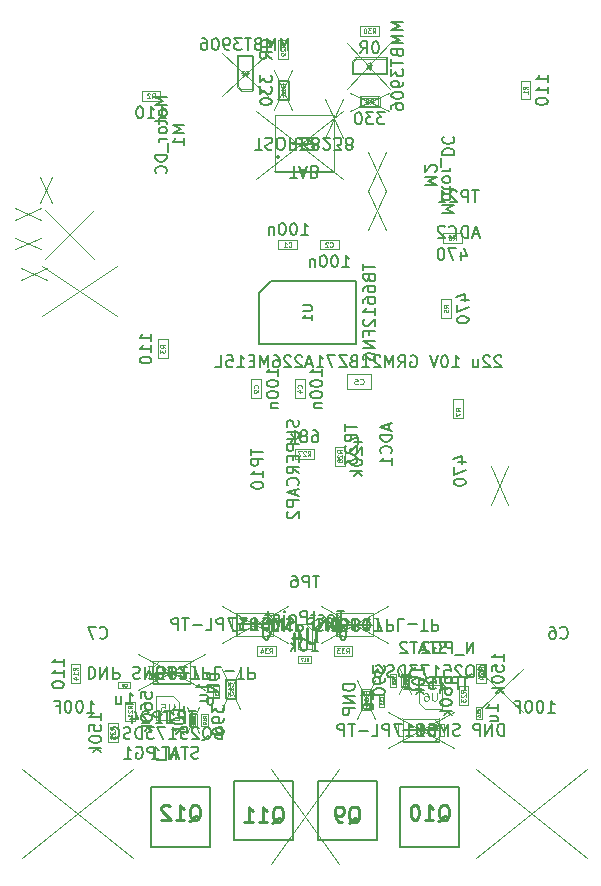
<source format=gbr>
G04 #@! TF.GenerationSoftware,KiCad,Pcbnew,9.0.0*
G04 #@! TF.CreationDate,2025-04-22T19:19:30+02:00*
G04 #@! TF.ProjectId,bio_robots,62696f5f-726f-4626-9f74-732e6b696361,rev?*
G04 #@! TF.SameCoordinates,Original*
G04 #@! TF.FileFunction,AssemblyDrawing,Bot*
%FSLAX46Y46*%
G04 Gerber Fmt 4.6, Leading zero omitted, Abs format (unit mm)*
G04 Created by KiCad (PCBNEW 9.0.0) date 2025-04-22 19:19:30*
%MOMM*%
%LPD*%
G01*
G04 APERTURE LIST*
%ADD10C,0.150000*%
%ADD11C,0.040000*%
%ADD12C,0.080000*%
%ADD13C,0.254000*%
%ADD14C,0.060000*%
%ADD15C,0.100000*%
%ADD16C,0.050000*%
%ADD17C,0.200000*%
%ADD18C,0.025400*%
G04 APERTURE END LIST*
D10*
X84816519Y-131252260D02*
X84816519Y-130680832D01*
X84816519Y-130966546D02*
X83816519Y-130966546D01*
X83816519Y-130966546D02*
X83959376Y-130871308D01*
X83959376Y-130871308D02*
X84054614Y-130776070D01*
X84054614Y-130776070D02*
X84102233Y-130680832D01*
X83816519Y-131871308D02*
X83816519Y-131966546D01*
X83816519Y-131966546D02*
X83864138Y-132061784D01*
X83864138Y-132061784D02*
X83911757Y-132109403D01*
X83911757Y-132109403D02*
X84006995Y-132157022D01*
X84006995Y-132157022D02*
X84197471Y-132204641D01*
X84197471Y-132204641D02*
X84435566Y-132204641D01*
X84435566Y-132204641D02*
X84626042Y-132157022D01*
X84626042Y-132157022D02*
X84721280Y-132109403D01*
X84721280Y-132109403D02*
X84768900Y-132061784D01*
X84768900Y-132061784D02*
X84816519Y-131966546D01*
X84816519Y-131966546D02*
X84816519Y-131871308D01*
X84816519Y-131871308D02*
X84768900Y-131776070D01*
X84768900Y-131776070D02*
X84721280Y-131728451D01*
X84721280Y-131728451D02*
X84626042Y-131680832D01*
X84626042Y-131680832D02*
X84435566Y-131633213D01*
X84435566Y-131633213D02*
X84197471Y-131633213D01*
X84197471Y-131633213D02*
X84006995Y-131680832D01*
X84006995Y-131680832D02*
X83911757Y-131728451D01*
X83911757Y-131728451D02*
X83864138Y-131776070D01*
X83864138Y-131776070D02*
X83816519Y-131871308D01*
X84816519Y-132633213D02*
X83816519Y-132633213D01*
X84435566Y-132728451D02*
X84816519Y-133014165D01*
X84149852Y-133014165D02*
X84530804Y-132633213D01*
D11*
X85649900Y-131680356D02*
X85526091Y-131593689D01*
X85649900Y-131531784D02*
X85389900Y-131531784D01*
X85389900Y-131531784D02*
X85389900Y-131630832D01*
X85389900Y-131630832D02*
X85402281Y-131655594D01*
X85402281Y-131655594D02*
X85414662Y-131667975D01*
X85414662Y-131667975D02*
X85439424Y-131680356D01*
X85439424Y-131680356D02*
X85476567Y-131680356D01*
X85476567Y-131680356D02*
X85501329Y-131667975D01*
X85501329Y-131667975D02*
X85513710Y-131655594D01*
X85513710Y-131655594D02*
X85526091Y-131630832D01*
X85526091Y-131630832D02*
X85526091Y-131531784D01*
X85389900Y-131767022D02*
X85389900Y-131927975D01*
X85389900Y-131927975D02*
X85488948Y-131841308D01*
X85488948Y-131841308D02*
X85488948Y-131878451D01*
X85488948Y-131878451D02*
X85501329Y-131903213D01*
X85501329Y-131903213D02*
X85513710Y-131915594D01*
X85513710Y-131915594D02*
X85538472Y-131927975D01*
X85538472Y-131927975D02*
X85600377Y-131927975D01*
X85600377Y-131927975D02*
X85625139Y-131915594D01*
X85625139Y-131915594D02*
X85637520Y-131903213D01*
X85637520Y-131903213D02*
X85649900Y-131878451D01*
X85649900Y-131878451D02*
X85649900Y-131804165D01*
X85649900Y-131804165D02*
X85637520Y-131779403D01*
X85637520Y-131779403D02*
X85625139Y-131767022D01*
X85414662Y-132027022D02*
X85402281Y-132039403D01*
X85402281Y-132039403D02*
X85389900Y-132064165D01*
X85389900Y-132064165D02*
X85389900Y-132126070D01*
X85389900Y-132126070D02*
X85402281Y-132150832D01*
X85402281Y-132150832D02*
X85414662Y-132163213D01*
X85414662Y-132163213D02*
X85439424Y-132175594D01*
X85439424Y-132175594D02*
X85464186Y-132175594D01*
X85464186Y-132175594D02*
X85501329Y-132163213D01*
X85501329Y-132163213D02*
X85649900Y-132014641D01*
X85649900Y-132014641D02*
X85649900Y-132175594D01*
X85519900Y-132235594D02*
X85519900Y-131471784D01*
D10*
X111647619Y-101070058D02*
X111600000Y-101022439D01*
X111600000Y-101022439D02*
X111504762Y-100974820D01*
X111504762Y-100974820D02*
X111266667Y-100974820D01*
X111266667Y-100974820D02*
X111171429Y-101022439D01*
X111171429Y-101022439D02*
X111123810Y-101070058D01*
X111123810Y-101070058D02*
X111076191Y-101165296D01*
X111076191Y-101165296D02*
X111076191Y-101260534D01*
X111076191Y-101260534D02*
X111123810Y-101403391D01*
X111123810Y-101403391D02*
X111695238Y-101974820D01*
X111695238Y-101974820D02*
X111076191Y-101974820D01*
X110695238Y-101070058D02*
X110647619Y-101022439D01*
X110647619Y-101022439D02*
X110552381Y-100974820D01*
X110552381Y-100974820D02*
X110314286Y-100974820D01*
X110314286Y-100974820D02*
X110219048Y-101022439D01*
X110219048Y-101022439D02*
X110171429Y-101070058D01*
X110171429Y-101070058D02*
X110123810Y-101165296D01*
X110123810Y-101165296D02*
X110123810Y-101260534D01*
X110123810Y-101260534D02*
X110171429Y-101403391D01*
X110171429Y-101403391D02*
X110742857Y-101974820D01*
X110742857Y-101974820D02*
X110123810Y-101974820D01*
X109266667Y-101308153D02*
X109266667Y-101974820D01*
X109695238Y-101308153D02*
X109695238Y-101831962D01*
X109695238Y-101831962D02*
X109647619Y-101927201D01*
X109647619Y-101927201D02*
X109552381Y-101974820D01*
X109552381Y-101974820D02*
X109409524Y-101974820D01*
X109409524Y-101974820D02*
X109314286Y-101927201D01*
X109314286Y-101927201D02*
X109266667Y-101879581D01*
X107504762Y-101974820D02*
X108076190Y-101974820D01*
X107790476Y-101974820D02*
X107790476Y-100974820D01*
X107790476Y-100974820D02*
X107885714Y-101117677D01*
X107885714Y-101117677D02*
X107980952Y-101212915D01*
X107980952Y-101212915D02*
X108076190Y-101260534D01*
X106885714Y-100974820D02*
X106790476Y-100974820D01*
X106790476Y-100974820D02*
X106695238Y-101022439D01*
X106695238Y-101022439D02*
X106647619Y-101070058D01*
X106647619Y-101070058D02*
X106600000Y-101165296D01*
X106600000Y-101165296D02*
X106552381Y-101355772D01*
X106552381Y-101355772D02*
X106552381Y-101593867D01*
X106552381Y-101593867D02*
X106600000Y-101784343D01*
X106600000Y-101784343D02*
X106647619Y-101879581D01*
X106647619Y-101879581D02*
X106695238Y-101927201D01*
X106695238Y-101927201D02*
X106790476Y-101974820D01*
X106790476Y-101974820D02*
X106885714Y-101974820D01*
X106885714Y-101974820D02*
X106980952Y-101927201D01*
X106980952Y-101927201D02*
X107028571Y-101879581D01*
X107028571Y-101879581D02*
X107076190Y-101784343D01*
X107076190Y-101784343D02*
X107123809Y-101593867D01*
X107123809Y-101593867D02*
X107123809Y-101355772D01*
X107123809Y-101355772D02*
X107076190Y-101165296D01*
X107076190Y-101165296D02*
X107028571Y-101070058D01*
X107028571Y-101070058D02*
X106980952Y-101022439D01*
X106980952Y-101022439D02*
X106885714Y-100974820D01*
X106266666Y-100974820D02*
X105933333Y-101974820D01*
X105933333Y-101974820D02*
X105600000Y-100974820D01*
X103980952Y-101022439D02*
X104076190Y-100974820D01*
X104076190Y-100974820D02*
X104219047Y-100974820D01*
X104219047Y-100974820D02*
X104361904Y-101022439D01*
X104361904Y-101022439D02*
X104457142Y-101117677D01*
X104457142Y-101117677D02*
X104504761Y-101212915D01*
X104504761Y-101212915D02*
X104552380Y-101403391D01*
X104552380Y-101403391D02*
X104552380Y-101546248D01*
X104552380Y-101546248D02*
X104504761Y-101736724D01*
X104504761Y-101736724D02*
X104457142Y-101831962D01*
X104457142Y-101831962D02*
X104361904Y-101927201D01*
X104361904Y-101927201D02*
X104219047Y-101974820D01*
X104219047Y-101974820D02*
X104123809Y-101974820D01*
X104123809Y-101974820D02*
X103980952Y-101927201D01*
X103980952Y-101927201D02*
X103933333Y-101879581D01*
X103933333Y-101879581D02*
X103933333Y-101546248D01*
X103933333Y-101546248D02*
X104123809Y-101546248D01*
X102933333Y-101974820D02*
X103266666Y-101498629D01*
X103504761Y-101974820D02*
X103504761Y-100974820D01*
X103504761Y-100974820D02*
X103123809Y-100974820D01*
X103123809Y-100974820D02*
X103028571Y-101022439D01*
X103028571Y-101022439D02*
X102980952Y-101070058D01*
X102980952Y-101070058D02*
X102933333Y-101165296D01*
X102933333Y-101165296D02*
X102933333Y-101308153D01*
X102933333Y-101308153D02*
X102980952Y-101403391D01*
X102980952Y-101403391D02*
X103028571Y-101451010D01*
X103028571Y-101451010D02*
X103123809Y-101498629D01*
X103123809Y-101498629D02*
X103504761Y-101498629D01*
X102504761Y-101974820D02*
X102504761Y-100974820D01*
X102504761Y-100974820D02*
X102171428Y-101689105D01*
X102171428Y-101689105D02*
X101838095Y-100974820D01*
X101838095Y-100974820D02*
X101838095Y-101974820D01*
X101409523Y-101070058D02*
X101361904Y-101022439D01*
X101361904Y-101022439D02*
X101266666Y-100974820D01*
X101266666Y-100974820D02*
X101028571Y-100974820D01*
X101028571Y-100974820D02*
X100933333Y-101022439D01*
X100933333Y-101022439D02*
X100885714Y-101070058D01*
X100885714Y-101070058D02*
X100838095Y-101165296D01*
X100838095Y-101165296D02*
X100838095Y-101260534D01*
X100838095Y-101260534D02*
X100885714Y-101403391D01*
X100885714Y-101403391D02*
X101457142Y-101974820D01*
X101457142Y-101974820D02*
X100838095Y-101974820D01*
X99885714Y-101974820D02*
X100457142Y-101974820D01*
X100171428Y-101974820D02*
X100171428Y-100974820D01*
X100171428Y-100974820D02*
X100266666Y-101117677D01*
X100266666Y-101117677D02*
X100361904Y-101212915D01*
X100361904Y-101212915D02*
X100457142Y-101260534D01*
X99123809Y-101451010D02*
X98980952Y-101498629D01*
X98980952Y-101498629D02*
X98933333Y-101546248D01*
X98933333Y-101546248D02*
X98885714Y-101641486D01*
X98885714Y-101641486D02*
X98885714Y-101784343D01*
X98885714Y-101784343D02*
X98933333Y-101879581D01*
X98933333Y-101879581D02*
X98980952Y-101927201D01*
X98980952Y-101927201D02*
X99076190Y-101974820D01*
X99076190Y-101974820D02*
X99457142Y-101974820D01*
X99457142Y-101974820D02*
X99457142Y-100974820D01*
X99457142Y-100974820D02*
X99123809Y-100974820D01*
X99123809Y-100974820D02*
X99028571Y-101022439D01*
X99028571Y-101022439D02*
X98980952Y-101070058D01*
X98980952Y-101070058D02*
X98933333Y-101165296D01*
X98933333Y-101165296D02*
X98933333Y-101260534D01*
X98933333Y-101260534D02*
X98980952Y-101355772D01*
X98980952Y-101355772D02*
X99028571Y-101403391D01*
X99028571Y-101403391D02*
X99123809Y-101451010D01*
X99123809Y-101451010D02*
X99457142Y-101451010D01*
X98552380Y-100974820D02*
X97885714Y-100974820D01*
X97885714Y-100974820D02*
X98552380Y-101974820D01*
X98552380Y-101974820D02*
X97885714Y-101974820D01*
X97599999Y-100974820D02*
X96933333Y-100974820D01*
X96933333Y-100974820D02*
X97361904Y-101974820D01*
X96028571Y-101974820D02*
X96599999Y-101974820D01*
X96314285Y-101974820D02*
X96314285Y-100974820D01*
X96314285Y-100974820D02*
X96409523Y-101117677D01*
X96409523Y-101117677D02*
X96504761Y-101212915D01*
X96504761Y-101212915D02*
X96599999Y-101260534D01*
X95647618Y-101689105D02*
X95171428Y-101689105D01*
X95742856Y-101974820D02*
X95409523Y-100974820D01*
X95409523Y-100974820D02*
X95076190Y-101974820D01*
X94790475Y-101070058D02*
X94742856Y-101022439D01*
X94742856Y-101022439D02*
X94647618Y-100974820D01*
X94647618Y-100974820D02*
X94409523Y-100974820D01*
X94409523Y-100974820D02*
X94314285Y-101022439D01*
X94314285Y-101022439D02*
X94266666Y-101070058D01*
X94266666Y-101070058D02*
X94219047Y-101165296D01*
X94219047Y-101165296D02*
X94219047Y-101260534D01*
X94219047Y-101260534D02*
X94266666Y-101403391D01*
X94266666Y-101403391D02*
X94838094Y-101974820D01*
X94838094Y-101974820D02*
X94219047Y-101974820D01*
X93838094Y-101070058D02*
X93790475Y-101022439D01*
X93790475Y-101022439D02*
X93695237Y-100974820D01*
X93695237Y-100974820D02*
X93457142Y-100974820D01*
X93457142Y-100974820D02*
X93361904Y-101022439D01*
X93361904Y-101022439D02*
X93314285Y-101070058D01*
X93314285Y-101070058D02*
X93266666Y-101165296D01*
X93266666Y-101165296D02*
X93266666Y-101260534D01*
X93266666Y-101260534D02*
X93314285Y-101403391D01*
X93314285Y-101403391D02*
X93885713Y-101974820D01*
X93885713Y-101974820D02*
X93266666Y-101974820D01*
X92409523Y-100974820D02*
X92599999Y-100974820D01*
X92599999Y-100974820D02*
X92695237Y-101022439D01*
X92695237Y-101022439D02*
X92742856Y-101070058D01*
X92742856Y-101070058D02*
X92838094Y-101212915D01*
X92838094Y-101212915D02*
X92885713Y-101403391D01*
X92885713Y-101403391D02*
X92885713Y-101784343D01*
X92885713Y-101784343D02*
X92838094Y-101879581D01*
X92838094Y-101879581D02*
X92790475Y-101927201D01*
X92790475Y-101927201D02*
X92695237Y-101974820D01*
X92695237Y-101974820D02*
X92504761Y-101974820D01*
X92504761Y-101974820D02*
X92409523Y-101927201D01*
X92409523Y-101927201D02*
X92361904Y-101879581D01*
X92361904Y-101879581D02*
X92314285Y-101784343D01*
X92314285Y-101784343D02*
X92314285Y-101546248D01*
X92314285Y-101546248D02*
X92361904Y-101451010D01*
X92361904Y-101451010D02*
X92409523Y-101403391D01*
X92409523Y-101403391D02*
X92504761Y-101355772D01*
X92504761Y-101355772D02*
X92695237Y-101355772D01*
X92695237Y-101355772D02*
X92790475Y-101403391D01*
X92790475Y-101403391D02*
X92838094Y-101451010D01*
X92838094Y-101451010D02*
X92885713Y-101546248D01*
X91885713Y-101974820D02*
X91885713Y-100974820D01*
X91885713Y-100974820D02*
X91552380Y-101689105D01*
X91552380Y-101689105D02*
X91219047Y-100974820D01*
X91219047Y-100974820D02*
X91219047Y-101974820D01*
X90742856Y-101451010D02*
X90409523Y-101451010D01*
X90266666Y-101974820D02*
X90742856Y-101974820D01*
X90742856Y-101974820D02*
X90742856Y-100974820D01*
X90742856Y-100974820D02*
X90266666Y-100974820D01*
X89314285Y-101974820D02*
X89885713Y-101974820D01*
X89599999Y-101974820D02*
X89599999Y-100974820D01*
X89599999Y-100974820D02*
X89695237Y-101117677D01*
X89695237Y-101117677D02*
X89790475Y-101212915D01*
X89790475Y-101212915D02*
X89885713Y-101260534D01*
X88409523Y-100974820D02*
X88885713Y-100974820D01*
X88885713Y-100974820D02*
X88933332Y-101451010D01*
X88933332Y-101451010D02*
X88885713Y-101403391D01*
X88885713Y-101403391D02*
X88790475Y-101355772D01*
X88790475Y-101355772D02*
X88552380Y-101355772D01*
X88552380Y-101355772D02*
X88457142Y-101403391D01*
X88457142Y-101403391D02*
X88409523Y-101451010D01*
X88409523Y-101451010D02*
X88361904Y-101546248D01*
X88361904Y-101546248D02*
X88361904Y-101784343D01*
X88361904Y-101784343D02*
X88409523Y-101879581D01*
X88409523Y-101879581D02*
X88457142Y-101927201D01*
X88457142Y-101927201D02*
X88552380Y-101974820D01*
X88552380Y-101974820D02*
X88790475Y-101974820D01*
X88790475Y-101974820D02*
X88885713Y-101927201D01*
X88885713Y-101927201D02*
X88933332Y-101879581D01*
X87457142Y-101974820D02*
X87933332Y-101974820D01*
X87933332Y-101974820D02*
X87933332Y-100974820D01*
D12*
X99683333Y-103379530D02*
X99707142Y-103403340D01*
X99707142Y-103403340D02*
X99778571Y-103427149D01*
X99778571Y-103427149D02*
X99826190Y-103427149D01*
X99826190Y-103427149D02*
X99897618Y-103403340D01*
X99897618Y-103403340D02*
X99945237Y-103355720D01*
X99945237Y-103355720D02*
X99969047Y-103308101D01*
X99969047Y-103308101D02*
X99992856Y-103212863D01*
X99992856Y-103212863D02*
X99992856Y-103141435D01*
X99992856Y-103141435D02*
X99969047Y-103046197D01*
X99969047Y-103046197D02*
X99945237Y-102998578D01*
X99945237Y-102998578D02*
X99897618Y-102950959D01*
X99897618Y-102950959D02*
X99826190Y-102927149D01*
X99826190Y-102927149D02*
X99778571Y-102927149D01*
X99778571Y-102927149D02*
X99707142Y-102950959D01*
X99707142Y-102950959D02*
X99683333Y-102974768D01*
X99230952Y-102927149D02*
X99469047Y-102927149D01*
X99469047Y-102927149D02*
X99492856Y-103165244D01*
X99492856Y-103165244D02*
X99469047Y-103141435D01*
X99469047Y-103141435D02*
X99421428Y-103117625D01*
X99421428Y-103117625D02*
X99302380Y-103117625D01*
X99302380Y-103117625D02*
X99254761Y-103141435D01*
X99254761Y-103141435D02*
X99230952Y-103165244D01*
X99230952Y-103165244D02*
X99207142Y-103212863D01*
X99207142Y-103212863D02*
X99207142Y-103331911D01*
X99207142Y-103331911D02*
X99230952Y-103379530D01*
X99230952Y-103379530D02*
X99254761Y-103403340D01*
X99254761Y-103403340D02*
X99302380Y-103427149D01*
X99302380Y-103427149D02*
X99421428Y-103427149D01*
X99421428Y-103427149D02*
X99469047Y-103403340D01*
X99469047Y-103403340D02*
X99492856Y-103379530D01*
D10*
X86832320Y-129330833D02*
X86832320Y-128759405D01*
X86832320Y-129045119D02*
X85832320Y-129045119D01*
X85832320Y-129045119D02*
X85975177Y-128949881D01*
X85975177Y-128949881D02*
X86070415Y-128854643D01*
X86070415Y-128854643D02*
X86118034Y-128759405D01*
X86165653Y-130187976D02*
X86832320Y-130187976D01*
X86165653Y-129759405D02*
X86689462Y-129759405D01*
X86689462Y-129759405D02*
X86784701Y-129807024D01*
X86784701Y-129807024D02*
X86832320Y-129902262D01*
X86832320Y-129902262D02*
X86832320Y-130045119D01*
X86832320Y-130045119D02*
X86784701Y-130140357D01*
X86784701Y-130140357D02*
X86737081Y-130187976D01*
D11*
X87627266Y-129455833D02*
X87639171Y-129443929D01*
X87639171Y-129443929D02*
X87651075Y-129408214D01*
X87651075Y-129408214D02*
X87651075Y-129384405D01*
X87651075Y-129384405D02*
X87639171Y-129348691D01*
X87639171Y-129348691D02*
X87615361Y-129324881D01*
X87615361Y-129324881D02*
X87591551Y-129312976D01*
X87591551Y-129312976D02*
X87543932Y-129301072D01*
X87543932Y-129301072D02*
X87508218Y-129301072D01*
X87508218Y-129301072D02*
X87460599Y-129312976D01*
X87460599Y-129312976D02*
X87436790Y-129324881D01*
X87436790Y-129324881D02*
X87412980Y-129348691D01*
X87412980Y-129348691D02*
X87401075Y-129384405D01*
X87401075Y-129384405D02*
X87401075Y-129408214D01*
X87401075Y-129408214D02*
X87412980Y-129443929D01*
X87412980Y-129443929D02*
X87424885Y-129455833D01*
X87401075Y-129539167D02*
X87401075Y-129693929D01*
X87401075Y-129693929D02*
X87496313Y-129610595D01*
X87496313Y-129610595D02*
X87496313Y-129646310D01*
X87496313Y-129646310D02*
X87508218Y-129670119D01*
X87508218Y-129670119D02*
X87520123Y-129682024D01*
X87520123Y-129682024D02*
X87543932Y-129693929D01*
X87543932Y-129693929D02*
X87603456Y-129693929D01*
X87603456Y-129693929D02*
X87627266Y-129682024D01*
X87627266Y-129682024D02*
X87639171Y-129670119D01*
X87639171Y-129670119D02*
X87651075Y-129646310D01*
X87651075Y-129646310D02*
X87651075Y-129574881D01*
X87651075Y-129574881D02*
X87639171Y-129551072D01*
X87639171Y-129551072D02*
X87627266Y-129539167D01*
D10*
X100796417Y-127214286D02*
X100796417Y-127833333D01*
X100796417Y-127833333D02*
X101177369Y-127500000D01*
X101177369Y-127500000D02*
X101177369Y-127642857D01*
X101177369Y-127642857D02*
X101224988Y-127738095D01*
X101224988Y-127738095D02*
X101272607Y-127785714D01*
X101272607Y-127785714D02*
X101367845Y-127833333D01*
X101367845Y-127833333D02*
X101605940Y-127833333D01*
X101605940Y-127833333D02*
X101701178Y-127785714D01*
X101701178Y-127785714D02*
X101748798Y-127738095D01*
X101748798Y-127738095D02*
X101796417Y-127642857D01*
X101796417Y-127642857D02*
X101796417Y-127357143D01*
X101796417Y-127357143D02*
X101748798Y-127261905D01*
X101748798Y-127261905D02*
X101701178Y-127214286D01*
X101796417Y-128309524D02*
X101796417Y-128500000D01*
X101796417Y-128500000D02*
X101748798Y-128595238D01*
X101748798Y-128595238D02*
X101701178Y-128642857D01*
X101701178Y-128642857D02*
X101558321Y-128738095D01*
X101558321Y-128738095D02*
X101367845Y-128785714D01*
X101367845Y-128785714D02*
X100986893Y-128785714D01*
X100986893Y-128785714D02*
X100891655Y-128738095D01*
X100891655Y-128738095D02*
X100844036Y-128690476D01*
X100844036Y-128690476D02*
X100796417Y-128595238D01*
X100796417Y-128595238D02*
X100796417Y-128404762D01*
X100796417Y-128404762D02*
X100844036Y-128309524D01*
X100844036Y-128309524D02*
X100891655Y-128261905D01*
X100891655Y-128261905D02*
X100986893Y-128214286D01*
X100986893Y-128214286D02*
X101224988Y-128214286D01*
X101224988Y-128214286D02*
X101320226Y-128261905D01*
X101320226Y-128261905D02*
X101367845Y-128309524D01*
X101367845Y-128309524D02*
X101415464Y-128404762D01*
X101415464Y-128404762D02*
X101415464Y-128595238D01*
X101415464Y-128595238D02*
X101367845Y-128690476D01*
X101367845Y-128690476D02*
X101320226Y-128738095D01*
X101320226Y-128738095D02*
X101224988Y-128785714D01*
X100796417Y-129404762D02*
X100796417Y-129500000D01*
X100796417Y-129500000D02*
X100844036Y-129595238D01*
X100844036Y-129595238D02*
X100891655Y-129642857D01*
X100891655Y-129642857D02*
X100986893Y-129690476D01*
X100986893Y-129690476D02*
X101177369Y-129738095D01*
X101177369Y-129738095D02*
X101415464Y-129738095D01*
X101415464Y-129738095D02*
X101605940Y-129690476D01*
X101605940Y-129690476D02*
X101701178Y-129642857D01*
X101701178Y-129642857D02*
X101748798Y-129595238D01*
X101748798Y-129595238D02*
X101796417Y-129500000D01*
X101796417Y-129500000D02*
X101796417Y-129404762D01*
X101796417Y-129404762D02*
X101748798Y-129309524D01*
X101748798Y-129309524D02*
X101701178Y-129261905D01*
X101701178Y-129261905D02*
X101605940Y-129214286D01*
X101605940Y-129214286D02*
X101415464Y-129166667D01*
X101415464Y-129166667D02*
X101177369Y-129166667D01*
X101177369Y-129166667D02*
X100986893Y-129214286D01*
X100986893Y-129214286D02*
X100891655Y-129261905D01*
X100891655Y-129261905D02*
X100844036Y-129309524D01*
X100844036Y-129309524D02*
X100796417Y-129404762D01*
D11*
X102629798Y-128332857D02*
X102505989Y-128246190D01*
X102629798Y-128184285D02*
X102369798Y-128184285D01*
X102369798Y-128184285D02*
X102369798Y-128283333D01*
X102369798Y-128283333D02*
X102382179Y-128308095D01*
X102382179Y-128308095D02*
X102394560Y-128320476D01*
X102394560Y-128320476D02*
X102419322Y-128332857D01*
X102419322Y-128332857D02*
X102456465Y-128332857D01*
X102456465Y-128332857D02*
X102481227Y-128320476D01*
X102481227Y-128320476D02*
X102493608Y-128308095D01*
X102493608Y-128308095D02*
X102505989Y-128283333D01*
X102505989Y-128283333D02*
X102505989Y-128184285D01*
X102394560Y-128431904D02*
X102382179Y-128444285D01*
X102382179Y-128444285D02*
X102369798Y-128469047D01*
X102369798Y-128469047D02*
X102369798Y-128530952D01*
X102369798Y-128530952D02*
X102382179Y-128555714D01*
X102382179Y-128555714D02*
X102394560Y-128568095D01*
X102394560Y-128568095D02*
X102419322Y-128580476D01*
X102419322Y-128580476D02*
X102444084Y-128580476D01*
X102444084Y-128580476D02*
X102481227Y-128568095D01*
X102481227Y-128568095D02*
X102629798Y-128419523D01*
X102629798Y-128419523D02*
X102629798Y-128580476D01*
X102369798Y-128741428D02*
X102369798Y-128766190D01*
X102369798Y-128766190D02*
X102382179Y-128790952D01*
X102382179Y-128790952D02*
X102394560Y-128803333D01*
X102394560Y-128803333D02*
X102419322Y-128815714D01*
X102419322Y-128815714D02*
X102468846Y-128828095D01*
X102468846Y-128828095D02*
X102530751Y-128828095D01*
X102530751Y-128828095D02*
X102580275Y-128815714D01*
X102580275Y-128815714D02*
X102605037Y-128803333D01*
X102605037Y-128803333D02*
X102617418Y-128790952D01*
X102617418Y-128790952D02*
X102629798Y-128766190D01*
X102629798Y-128766190D02*
X102629798Y-128741428D01*
X102629798Y-128741428D02*
X102617418Y-128716666D01*
X102617418Y-128716666D02*
X102605037Y-128704285D01*
X102605037Y-128704285D02*
X102580275Y-128691904D01*
X102580275Y-128691904D02*
X102530751Y-128679523D01*
X102530751Y-128679523D02*
X102468846Y-128679523D01*
X102468846Y-128679523D02*
X102419322Y-128691904D01*
X102419322Y-128691904D02*
X102394560Y-128704285D01*
X102394560Y-128704285D02*
X102382179Y-128716666D01*
X102382179Y-128716666D02*
X102369798Y-128741428D01*
D13*
X92265714Y-140563632D02*
X92386666Y-140503156D01*
X92386666Y-140503156D02*
X92507619Y-140382204D01*
X92507619Y-140382204D02*
X92689047Y-140200775D01*
X92689047Y-140200775D02*
X92810000Y-140140299D01*
X92810000Y-140140299D02*
X92930952Y-140140299D01*
X92870476Y-140442680D02*
X92991428Y-140382204D01*
X92991428Y-140382204D02*
X93112381Y-140261251D01*
X93112381Y-140261251D02*
X93172857Y-140019346D01*
X93172857Y-140019346D02*
X93172857Y-139596013D01*
X93172857Y-139596013D02*
X93112381Y-139354108D01*
X93112381Y-139354108D02*
X92991428Y-139233156D01*
X92991428Y-139233156D02*
X92870476Y-139172680D01*
X92870476Y-139172680D02*
X92628571Y-139172680D01*
X92628571Y-139172680D02*
X92507619Y-139233156D01*
X92507619Y-139233156D02*
X92386666Y-139354108D01*
X92386666Y-139354108D02*
X92326190Y-139596013D01*
X92326190Y-139596013D02*
X92326190Y-140019346D01*
X92326190Y-140019346D02*
X92386666Y-140261251D01*
X92386666Y-140261251D02*
X92507619Y-140382204D01*
X92507619Y-140382204D02*
X92628571Y-140442680D01*
X92628571Y-140442680D02*
X92870476Y-140442680D01*
X91116666Y-140442680D02*
X91842381Y-140442680D01*
X91479524Y-140442680D02*
X91479524Y-139172680D01*
X91479524Y-139172680D02*
X91600476Y-139354108D01*
X91600476Y-139354108D02*
X91721428Y-139475061D01*
X91721428Y-139475061D02*
X91842381Y-139535537D01*
X89907142Y-140442680D02*
X90632857Y-140442680D01*
X90270000Y-140442680D02*
X90270000Y-139172680D01*
X90270000Y-139172680D02*
X90390952Y-139354108D01*
X90390952Y-139354108D02*
X90511904Y-139475061D01*
X90511904Y-139475061D02*
X90632857Y-139535537D01*
D10*
X98333333Y-122604820D02*
X97761905Y-122604820D01*
X98047619Y-123604820D02*
X98047619Y-122604820D01*
X97047619Y-123557201D02*
X97142857Y-123604820D01*
X97142857Y-123604820D02*
X97333333Y-123604820D01*
X97333333Y-123604820D02*
X97428571Y-123557201D01*
X97428571Y-123557201D02*
X97476190Y-123461962D01*
X97476190Y-123461962D02*
X97476190Y-123081010D01*
X97476190Y-123081010D02*
X97428571Y-122985772D01*
X97428571Y-122985772D02*
X97333333Y-122938153D01*
X97333333Y-122938153D02*
X97142857Y-122938153D01*
X97142857Y-122938153D02*
X97047619Y-122985772D01*
X97047619Y-122985772D02*
X97000000Y-123081010D01*
X97000000Y-123081010D02*
X97000000Y-123176248D01*
X97000000Y-123176248D02*
X97476190Y-123271486D01*
X96619047Y-123557201D02*
X96523809Y-123604820D01*
X96523809Y-123604820D02*
X96333333Y-123604820D01*
X96333333Y-123604820D02*
X96238095Y-123557201D01*
X96238095Y-123557201D02*
X96190476Y-123461962D01*
X96190476Y-123461962D02*
X96190476Y-123414343D01*
X96190476Y-123414343D02*
X96238095Y-123319105D01*
X96238095Y-123319105D02*
X96333333Y-123271486D01*
X96333333Y-123271486D02*
X96476190Y-123271486D01*
X96476190Y-123271486D02*
X96571428Y-123223867D01*
X96571428Y-123223867D02*
X96619047Y-123128629D01*
X96619047Y-123128629D02*
X96619047Y-123081010D01*
X96619047Y-123081010D02*
X96571428Y-122985772D01*
X96571428Y-122985772D02*
X96476190Y-122938153D01*
X96476190Y-122938153D02*
X96333333Y-122938153D01*
X96333333Y-122938153D02*
X96238095Y-122985772D01*
X95904761Y-122938153D02*
X95523809Y-122938153D01*
X95761904Y-122604820D02*
X95761904Y-123461962D01*
X95761904Y-123461962D02*
X95714285Y-123557201D01*
X95714285Y-123557201D02*
X95619047Y-123604820D01*
X95619047Y-123604820D02*
X95523809Y-123604820D01*
X95190475Y-123604820D02*
X95190475Y-122604820D01*
X95190475Y-122604820D02*
X94809523Y-122604820D01*
X94809523Y-122604820D02*
X94714285Y-122652439D01*
X94714285Y-122652439D02*
X94666666Y-122700058D01*
X94666666Y-122700058D02*
X94619047Y-122795296D01*
X94619047Y-122795296D02*
X94619047Y-122938153D01*
X94619047Y-122938153D02*
X94666666Y-123033391D01*
X94666666Y-123033391D02*
X94714285Y-123081010D01*
X94714285Y-123081010D02*
X94809523Y-123128629D01*
X94809523Y-123128629D02*
X95190475Y-123128629D01*
X94047618Y-123604820D02*
X94142856Y-123557201D01*
X94142856Y-123557201D02*
X94190475Y-123509581D01*
X94190475Y-123509581D02*
X94238094Y-123414343D01*
X94238094Y-123414343D02*
X94238094Y-123128629D01*
X94238094Y-123128629D02*
X94190475Y-123033391D01*
X94190475Y-123033391D02*
X94142856Y-122985772D01*
X94142856Y-122985772D02*
X94047618Y-122938153D01*
X94047618Y-122938153D02*
X93904761Y-122938153D01*
X93904761Y-122938153D02*
X93809523Y-122985772D01*
X93809523Y-122985772D02*
X93761904Y-123033391D01*
X93761904Y-123033391D02*
X93714285Y-123128629D01*
X93714285Y-123128629D02*
X93714285Y-123414343D01*
X93714285Y-123414343D02*
X93761904Y-123509581D01*
X93761904Y-123509581D02*
X93809523Y-123557201D01*
X93809523Y-123557201D02*
X93904761Y-123604820D01*
X93904761Y-123604820D02*
X94047618Y-123604820D01*
X93285713Y-123604820D02*
X93285713Y-122938153D01*
X93285713Y-122604820D02*
X93333332Y-122652439D01*
X93333332Y-122652439D02*
X93285713Y-122700058D01*
X93285713Y-122700058D02*
X93238094Y-122652439D01*
X93238094Y-122652439D02*
X93285713Y-122604820D01*
X93285713Y-122604820D02*
X93285713Y-122700058D01*
X92809523Y-122938153D02*
X92809523Y-123604820D01*
X92809523Y-123033391D02*
X92761904Y-122985772D01*
X92761904Y-122985772D02*
X92666666Y-122938153D01*
X92666666Y-122938153D02*
X92523809Y-122938153D01*
X92523809Y-122938153D02*
X92428571Y-122985772D01*
X92428571Y-122985772D02*
X92380952Y-123081010D01*
X92380952Y-123081010D02*
X92380952Y-123604820D01*
X92047618Y-122938153D02*
X91666666Y-122938153D01*
X91904761Y-122604820D02*
X91904761Y-123461962D01*
X91904761Y-123461962D02*
X91857142Y-123557201D01*
X91857142Y-123557201D02*
X91761904Y-123604820D01*
X91761904Y-123604820D02*
X91666666Y-123604820D01*
X96261904Y-119604819D02*
X95690476Y-119604819D01*
X95976190Y-120604819D02*
X95976190Y-119604819D01*
X95357142Y-120604819D02*
X95357142Y-119604819D01*
X95357142Y-119604819D02*
X94976190Y-119604819D01*
X94976190Y-119604819D02*
X94880952Y-119652438D01*
X94880952Y-119652438D02*
X94833333Y-119700057D01*
X94833333Y-119700057D02*
X94785714Y-119795295D01*
X94785714Y-119795295D02*
X94785714Y-119938152D01*
X94785714Y-119938152D02*
X94833333Y-120033390D01*
X94833333Y-120033390D02*
X94880952Y-120081009D01*
X94880952Y-120081009D02*
X94976190Y-120128628D01*
X94976190Y-120128628D02*
X95357142Y-120128628D01*
X93928571Y-119604819D02*
X94119047Y-119604819D01*
X94119047Y-119604819D02*
X94214285Y-119652438D01*
X94214285Y-119652438D02*
X94261904Y-119700057D01*
X94261904Y-119700057D02*
X94357142Y-119842914D01*
X94357142Y-119842914D02*
X94404761Y-120033390D01*
X94404761Y-120033390D02*
X94404761Y-120414342D01*
X94404761Y-120414342D02*
X94357142Y-120509580D01*
X94357142Y-120509580D02*
X94309523Y-120557200D01*
X94309523Y-120557200D02*
X94214285Y-120604819D01*
X94214285Y-120604819D02*
X94023809Y-120604819D01*
X94023809Y-120604819D02*
X93928571Y-120557200D01*
X93928571Y-120557200D02*
X93880952Y-120509580D01*
X93880952Y-120509580D02*
X93833333Y-120414342D01*
X93833333Y-120414342D02*
X93833333Y-120176247D01*
X93833333Y-120176247D02*
X93880952Y-120081009D01*
X93880952Y-120081009D02*
X93928571Y-120033390D01*
X93928571Y-120033390D02*
X94023809Y-119985771D01*
X94023809Y-119985771D02*
X94214285Y-119985771D01*
X94214285Y-119985771D02*
X94309523Y-120033390D01*
X94309523Y-120033390D02*
X94357142Y-120081009D01*
X94357142Y-120081009D02*
X94404761Y-120176247D01*
X107968152Y-109988095D02*
X108634819Y-109988095D01*
X107587200Y-109750000D02*
X108301485Y-109511905D01*
X108301485Y-109511905D02*
X108301485Y-110130952D01*
X107634819Y-110416667D02*
X107634819Y-111083333D01*
X107634819Y-111083333D02*
X108634819Y-110654762D01*
X107634819Y-111654762D02*
X107634819Y-111750000D01*
X107634819Y-111750000D02*
X107682438Y-111845238D01*
X107682438Y-111845238D02*
X107730057Y-111892857D01*
X107730057Y-111892857D02*
X107825295Y-111940476D01*
X107825295Y-111940476D02*
X108015771Y-111988095D01*
X108015771Y-111988095D02*
X108253866Y-111988095D01*
X108253866Y-111988095D02*
X108444342Y-111940476D01*
X108444342Y-111940476D02*
X108539580Y-111892857D01*
X108539580Y-111892857D02*
X108587200Y-111845238D01*
X108587200Y-111845238D02*
X108634819Y-111750000D01*
X108634819Y-111750000D02*
X108634819Y-111654762D01*
X108634819Y-111654762D02*
X108587200Y-111559524D01*
X108587200Y-111559524D02*
X108539580Y-111511905D01*
X108539580Y-111511905D02*
X108444342Y-111464286D01*
X108444342Y-111464286D02*
X108253866Y-111416667D01*
X108253866Y-111416667D02*
X108015771Y-111416667D01*
X108015771Y-111416667D02*
X107825295Y-111464286D01*
X107825295Y-111464286D02*
X107730057Y-111511905D01*
X107730057Y-111511905D02*
X107682438Y-111559524D01*
X107682438Y-111559524D02*
X107634819Y-111654762D01*
D14*
X108181927Y-105683333D02*
X107991451Y-105550000D01*
X108181927Y-105454762D02*
X107781927Y-105454762D01*
X107781927Y-105454762D02*
X107781927Y-105607143D01*
X107781927Y-105607143D02*
X107800975Y-105645238D01*
X107800975Y-105645238D02*
X107820022Y-105664285D01*
X107820022Y-105664285D02*
X107858118Y-105683333D01*
X107858118Y-105683333D02*
X107915260Y-105683333D01*
X107915260Y-105683333D02*
X107953356Y-105664285D01*
X107953356Y-105664285D02*
X107972403Y-105645238D01*
X107972403Y-105645238D02*
X107991451Y-105607143D01*
X107991451Y-105607143D02*
X107991451Y-105454762D01*
X107781927Y-105816666D02*
X107781927Y-106083333D01*
X107781927Y-106083333D02*
X108181927Y-105911904D01*
D10*
X87762319Y-127911786D02*
X86762319Y-127911786D01*
X86762319Y-127911786D02*
X86762319Y-128149881D01*
X86762319Y-128149881D02*
X86809938Y-128292738D01*
X86809938Y-128292738D02*
X86905176Y-128387976D01*
X86905176Y-128387976D02*
X87000414Y-128435595D01*
X87000414Y-128435595D02*
X87190890Y-128483214D01*
X87190890Y-128483214D02*
X87333747Y-128483214D01*
X87333747Y-128483214D02*
X87524223Y-128435595D01*
X87524223Y-128435595D02*
X87619461Y-128387976D01*
X87619461Y-128387976D02*
X87714700Y-128292738D01*
X87714700Y-128292738D02*
X87762319Y-128149881D01*
X87762319Y-128149881D02*
X87762319Y-127911786D01*
X87762319Y-128911786D02*
X86762319Y-128911786D01*
X86762319Y-128911786D02*
X87762319Y-129483214D01*
X87762319Y-129483214D02*
X86762319Y-129483214D01*
X87762319Y-129959405D02*
X86762319Y-129959405D01*
X86762319Y-129959405D02*
X86762319Y-130340357D01*
X86762319Y-130340357D02*
X86809938Y-130435595D01*
X86809938Y-130435595D02*
X86857557Y-130483214D01*
X86857557Y-130483214D02*
X86952795Y-130530833D01*
X86952795Y-130530833D02*
X87095652Y-130530833D01*
X87095652Y-130530833D02*
X87190890Y-130483214D01*
X87190890Y-130483214D02*
X87238509Y-130435595D01*
X87238509Y-130435595D02*
X87286128Y-130340357D01*
X87286128Y-130340357D02*
X87286128Y-129959405D01*
D14*
X88881332Y-128940357D02*
X88900380Y-128921309D01*
X88900380Y-128921309D02*
X88919427Y-128864167D01*
X88919427Y-128864167D02*
X88919427Y-128826071D01*
X88919427Y-128826071D02*
X88900380Y-128768928D01*
X88900380Y-128768928D02*
X88862284Y-128730833D01*
X88862284Y-128730833D02*
X88824189Y-128711786D01*
X88824189Y-128711786D02*
X88747999Y-128692738D01*
X88747999Y-128692738D02*
X88690856Y-128692738D01*
X88690856Y-128692738D02*
X88614665Y-128711786D01*
X88614665Y-128711786D02*
X88576570Y-128730833D01*
X88576570Y-128730833D02*
X88538475Y-128768928D01*
X88538475Y-128768928D02*
X88519427Y-128826071D01*
X88519427Y-128826071D02*
X88519427Y-128864167D01*
X88519427Y-128864167D02*
X88538475Y-128921309D01*
X88538475Y-128921309D02*
X88557522Y-128940357D01*
X88919427Y-129321309D02*
X88919427Y-129092738D01*
X88919427Y-129207024D02*
X88519427Y-129207024D01*
X88519427Y-129207024D02*
X88576570Y-129168928D01*
X88576570Y-129168928D02*
X88614665Y-129130833D01*
X88614665Y-129130833D02*
X88633713Y-129092738D01*
X88519427Y-129454642D02*
X88519427Y-129702261D01*
X88519427Y-129702261D02*
X88671808Y-129568928D01*
X88671808Y-129568928D02*
X88671808Y-129626071D01*
X88671808Y-129626071D02*
X88690856Y-129664166D01*
X88690856Y-129664166D02*
X88709903Y-129683214D01*
X88709903Y-129683214D02*
X88747999Y-129702261D01*
X88747999Y-129702261D02*
X88843237Y-129702261D01*
X88843237Y-129702261D02*
X88881332Y-129683214D01*
X88881332Y-129683214D02*
X88900380Y-129664166D01*
X88900380Y-129664166D02*
X88919427Y-129626071D01*
X88919427Y-129626071D02*
X88919427Y-129511785D01*
X88919427Y-129511785D02*
X88900380Y-129473690D01*
X88900380Y-129473690D02*
X88881332Y-129454642D01*
X88719427Y-129792261D02*
X88719427Y-128602738D01*
D10*
X74624819Y-127233333D02*
X74624819Y-126661905D01*
X74624819Y-126947619D02*
X73624819Y-126947619D01*
X73624819Y-126947619D02*
X73767676Y-126852381D01*
X73767676Y-126852381D02*
X73862914Y-126757143D01*
X73862914Y-126757143D02*
X73910533Y-126661905D01*
X74624819Y-128185714D02*
X74624819Y-127614286D01*
X74624819Y-127900000D02*
X73624819Y-127900000D01*
X73624819Y-127900000D02*
X73767676Y-127804762D01*
X73767676Y-127804762D02*
X73862914Y-127709524D01*
X73862914Y-127709524D02*
X73910533Y-127614286D01*
X73624819Y-128804762D02*
X73624819Y-128900000D01*
X73624819Y-128900000D02*
X73672438Y-128995238D01*
X73672438Y-128995238D02*
X73720057Y-129042857D01*
X73720057Y-129042857D02*
X73815295Y-129090476D01*
X73815295Y-129090476D02*
X74005771Y-129138095D01*
X74005771Y-129138095D02*
X74243866Y-129138095D01*
X74243866Y-129138095D02*
X74434342Y-129090476D01*
X74434342Y-129090476D02*
X74529580Y-129042857D01*
X74529580Y-129042857D02*
X74577200Y-128995238D01*
X74577200Y-128995238D02*
X74624819Y-128900000D01*
X74624819Y-128900000D02*
X74624819Y-128804762D01*
X74624819Y-128804762D02*
X74577200Y-128709524D01*
X74577200Y-128709524D02*
X74529580Y-128661905D01*
X74529580Y-128661905D02*
X74434342Y-128614286D01*
X74434342Y-128614286D02*
X74243866Y-128566667D01*
X74243866Y-128566667D02*
X74005771Y-128566667D01*
X74005771Y-128566667D02*
X73815295Y-128614286D01*
X73815295Y-128614286D02*
X73720057Y-128661905D01*
X73720057Y-128661905D02*
X73672438Y-128709524D01*
X73672438Y-128709524D02*
X73624819Y-128804762D01*
D14*
X75781927Y-127642857D02*
X75591451Y-127509524D01*
X75781927Y-127414286D02*
X75381927Y-127414286D01*
X75381927Y-127414286D02*
X75381927Y-127566667D01*
X75381927Y-127566667D02*
X75400975Y-127604762D01*
X75400975Y-127604762D02*
X75420022Y-127623809D01*
X75420022Y-127623809D02*
X75458118Y-127642857D01*
X75458118Y-127642857D02*
X75515260Y-127642857D01*
X75515260Y-127642857D02*
X75553356Y-127623809D01*
X75553356Y-127623809D02*
X75572403Y-127604762D01*
X75572403Y-127604762D02*
X75591451Y-127566667D01*
X75591451Y-127566667D02*
X75591451Y-127414286D01*
X75781927Y-128023809D02*
X75781927Y-127795238D01*
X75781927Y-127909524D02*
X75381927Y-127909524D01*
X75381927Y-127909524D02*
X75439070Y-127871428D01*
X75439070Y-127871428D02*
X75477165Y-127833333D01*
X75477165Y-127833333D02*
X75496213Y-127795238D01*
X75515260Y-128366666D02*
X75781927Y-128366666D01*
X75362880Y-128271428D02*
X75648594Y-128176190D01*
X75648594Y-128176190D02*
X75648594Y-128423809D01*
D10*
X90833333Y-83545180D02*
X91404761Y-83545180D01*
X91119047Y-82545180D02*
X91119047Y-83545180D01*
X91690476Y-82592800D02*
X91833333Y-82545180D01*
X91833333Y-82545180D02*
X92071428Y-82545180D01*
X92071428Y-82545180D02*
X92166666Y-82592800D01*
X92166666Y-82592800D02*
X92214285Y-82640419D01*
X92214285Y-82640419D02*
X92261904Y-82735657D01*
X92261904Y-82735657D02*
X92261904Y-82830895D01*
X92261904Y-82830895D02*
X92214285Y-82926133D01*
X92214285Y-82926133D02*
X92166666Y-82973752D01*
X92166666Y-82973752D02*
X92071428Y-83021371D01*
X92071428Y-83021371D02*
X91880952Y-83068990D01*
X91880952Y-83068990D02*
X91785714Y-83116609D01*
X91785714Y-83116609D02*
X91738095Y-83164228D01*
X91738095Y-83164228D02*
X91690476Y-83259466D01*
X91690476Y-83259466D02*
X91690476Y-83354704D01*
X91690476Y-83354704D02*
X91738095Y-83449942D01*
X91738095Y-83449942D02*
X91785714Y-83497561D01*
X91785714Y-83497561D02*
X91880952Y-83545180D01*
X91880952Y-83545180D02*
X92119047Y-83545180D01*
X92119047Y-83545180D02*
X92261904Y-83497561D01*
X92880952Y-83545180D02*
X93071428Y-83545180D01*
X93071428Y-83545180D02*
X93166666Y-83497561D01*
X93166666Y-83497561D02*
X93261904Y-83402323D01*
X93261904Y-83402323D02*
X93309523Y-83211847D01*
X93309523Y-83211847D02*
X93309523Y-82878514D01*
X93309523Y-82878514D02*
X93261904Y-82688038D01*
X93261904Y-82688038D02*
X93166666Y-82592800D01*
X93166666Y-82592800D02*
X93071428Y-82545180D01*
X93071428Y-82545180D02*
X92880952Y-82545180D01*
X92880952Y-82545180D02*
X92785714Y-82592800D01*
X92785714Y-82592800D02*
X92690476Y-82688038D01*
X92690476Y-82688038D02*
X92642857Y-82878514D01*
X92642857Y-82878514D02*
X92642857Y-83211847D01*
X92642857Y-83211847D02*
X92690476Y-83402323D01*
X92690476Y-83402323D02*
X92785714Y-83497561D01*
X92785714Y-83497561D02*
X92880952Y-83545180D01*
X93738095Y-82545180D02*
X93738095Y-83545180D01*
X93738095Y-83545180D02*
X94119047Y-83545180D01*
X94119047Y-83545180D02*
X94214285Y-83497561D01*
X94214285Y-83497561D02*
X94261904Y-83449942D01*
X94261904Y-83449942D02*
X94309523Y-83354704D01*
X94309523Y-83354704D02*
X94309523Y-83211847D01*
X94309523Y-83211847D02*
X94261904Y-83116609D01*
X94261904Y-83116609D02*
X94214285Y-83068990D01*
X94214285Y-83068990D02*
X94119047Y-83021371D01*
X94119047Y-83021371D02*
X93738095Y-83021371D01*
X94642857Y-83545180D02*
X95261904Y-83545180D01*
X95261904Y-83545180D02*
X94928571Y-83164228D01*
X94928571Y-83164228D02*
X95071428Y-83164228D01*
X95071428Y-83164228D02*
X95166666Y-83116609D01*
X95166666Y-83116609D02*
X95214285Y-83068990D01*
X95214285Y-83068990D02*
X95261904Y-82973752D01*
X95261904Y-82973752D02*
X95261904Y-82735657D01*
X95261904Y-82735657D02*
X95214285Y-82640419D01*
X95214285Y-82640419D02*
X95166666Y-82592800D01*
X95166666Y-82592800D02*
X95071428Y-82545180D01*
X95071428Y-82545180D02*
X94785714Y-82545180D01*
X94785714Y-82545180D02*
X94690476Y-82592800D01*
X94690476Y-82592800D02*
X94642857Y-82640419D01*
X95833333Y-83116609D02*
X95738095Y-83164228D01*
X95738095Y-83164228D02*
X95690476Y-83211847D01*
X95690476Y-83211847D02*
X95642857Y-83307085D01*
X95642857Y-83307085D02*
X95642857Y-83354704D01*
X95642857Y-83354704D02*
X95690476Y-83449942D01*
X95690476Y-83449942D02*
X95738095Y-83497561D01*
X95738095Y-83497561D02*
X95833333Y-83545180D01*
X95833333Y-83545180D02*
X96023809Y-83545180D01*
X96023809Y-83545180D02*
X96119047Y-83497561D01*
X96119047Y-83497561D02*
X96166666Y-83449942D01*
X96166666Y-83449942D02*
X96214285Y-83354704D01*
X96214285Y-83354704D02*
X96214285Y-83307085D01*
X96214285Y-83307085D02*
X96166666Y-83211847D01*
X96166666Y-83211847D02*
X96119047Y-83164228D01*
X96119047Y-83164228D02*
X96023809Y-83116609D01*
X96023809Y-83116609D02*
X95833333Y-83116609D01*
X95833333Y-83116609D02*
X95738095Y-83068990D01*
X95738095Y-83068990D02*
X95690476Y-83021371D01*
X95690476Y-83021371D02*
X95642857Y-82926133D01*
X95642857Y-82926133D02*
X95642857Y-82735657D01*
X95642857Y-82735657D02*
X95690476Y-82640419D01*
X95690476Y-82640419D02*
X95738095Y-82592800D01*
X95738095Y-82592800D02*
X95833333Y-82545180D01*
X95833333Y-82545180D02*
X96023809Y-82545180D01*
X96023809Y-82545180D02*
X96119047Y-82592800D01*
X96119047Y-82592800D02*
X96166666Y-82640419D01*
X96166666Y-82640419D02*
X96214285Y-82735657D01*
X96214285Y-82735657D02*
X96214285Y-82926133D01*
X96214285Y-82926133D02*
X96166666Y-83021371D01*
X96166666Y-83021371D02*
X96119047Y-83068990D01*
X96119047Y-83068990D02*
X96023809Y-83116609D01*
X96595238Y-83449942D02*
X96642857Y-83497561D01*
X96642857Y-83497561D02*
X96738095Y-83545180D01*
X96738095Y-83545180D02*
X96976190Y-83545180D01*
X96976190Y-83545180D02*
X97071428Y-83497561D01*
X97071428Y-83497561D02*
X97119047Y-83449942D01*
X97119047Y-83449942D02*
X97166666Y-83354704D01*
X97166666Y-83354704D02*
X97166666Y-83259466D01*
X97166666Y-83259466D02*
X97119047Y-83116609D01*
X97119047Y-83116609D02*
X96547619Y-82545180D01*
X96547619Y-82545180D02*
X97166666Y-82545180D01*
X97500000Y-83545180D02*
X98119047Y-83545180D01*
X98119047Y-83545180D02*
X97785714Y-83164228D01*
X97785714Y-83164228D02*
X97928571Y-83164228D01*
X97928571Y-83164228D02*
X98023809Y-83116609D01*
X98023809Y-83116609D02*
X98071428Y-83068990D01*
X98071428Y-83068990D02*
X98119047Y-82973752D01*
X98119047Y-82973752D02*
X98119047Y-82735657D01*
X98119047Y-82735657D02*
X98071428Y-82640419D01*
X98071428Y-82640419D02*
X98023809Y-82592800D01*
X98023809Y-82592800D02*
X97928571Y-82545180D01*
X97928571Y-82545180D02*
X97642857Y-82545180D01*
X97642857Y-82545180D02*
X97547619Y-82592800D01*
X97547619Y-82592800D02*
X97500000Y-82640419D01*
X98690476Y-83116609D02*
X98595238Y-83164228D01*
X98595238Y-83164228D02*
X98547619Y-83211847D01*
X98547619Y-83211847D02*
X98500000Y-83307085D01*
X98500000Y-83307085D02*
X98500000Y-83354704D01*
X98500000Y-83354704D02*
X98547619Y-83449942D01*
X98547619Y-83449942D02*
X98595238Y-83497561D01*
X98595238Y-83497561D02*
X98690476Y-83545180D01*
X98690476Y-83545180D02*
X98880952Y-83545180D01*
X98880952Y-83545180D02*
X98976190Y-83497561D01*
X98976190Y-83497561D02*
X99023809Y-83449942D01*
X99023809Y-83449942D02*
X99071428Y-83354704D01*
X99071428Y-83354704D02*
X99071428Y-83307085D01*
X99071428Y-83307085D02*
X99023809Y-83211847D01*
X99023809Y-83211847D02*
X98976190Y-83164228D01*
X98976190Y-83164228D02*
X98880952Y-83116609D01*
X98880952Y-83116609D02*
X98690476Y-83116609D01*
X98690476Y-83116609D02*
X98595238Y-83068990D01*
X98595238Y-83068990D02*
X98547619Y-83021371D01*
X98547619Y-83021371D02*
X98500000Y-82926133D01*
X98500000Y-82926133D02*
X98500000Y-82735657D01*
X98500000Y-82735657D02*
X98547619Y-82640419D01*
X98547619Y-82640419D02*
X98595238Y-82592800D01*
X98595238Y-82592800D02*
X98690476Y-82545180D01*
X98690476Y-82545180D02*
X98880952Y-82545180D01*
X98880952Y-82545180D02*
X98976190Y-82592800D01*
X98976190Y-82592800D02*
X99023809Y-82640419D01*
X99023809Y-82640419D02*
X99071428Y-82735657D01*
X99071428Y-82735657D02*
X99071428Y-82926133D01*
X99071428Y-82926133D02*
X99023809Y-83021371D01*
X99023809Y-83021371D02*
X98976190Y-83068990D01*
X98976190Y-83068990D02*
X98880952Y-83116609D01*
X93785714Y-85945480D02*
X94357142Y-85945480D01*
X94071428Y-84945480D02*
X94071428Y-85945480D01*
X94642857Y-85231195D02*
X95119047Y-85231195D01*
X94547619Y-84945480D02*
X94880952Y-85945480D01*
X94880952Y-85945480D02*
X95214285Y-84945480D01*
X95880952Y-85469290D02*
X96023809Y-85421671D01*
X96023809Y-85421671D02*
X96071428Y-85374052D01*
X96071428Y-85374052D02*
X96119047Y-85278814D01*
X96119047Y-85278814D02*
X96119047Y-85135957D01*
X96119047Y-85135957D02*
X96071428Y-85040719D01*
X96071428Y-85040719D02*
X96023809Y-84993100D01*
X96023809Y-84993100D02*
X95928571Y-84945480D01*
X95928571Y-84945480D02*
X95547619Y-84945480D01*
X95547619Y-84945480D02*
X95547619Y-85945480D01*
X95547619Y-85945480D02*
X95880952Y-85945480D01*
X95880952Y-85945480D02*
X95976190Y-85897861D01*
X95976190Y-85897861D02*
X96023809Y-85850242D01*
X96023809Y-85850242D02*
X96071428Y-85755004D01*
X96071428Y-85755004D02*
X96071428Y-85659766D01*
X96071428Y-85659766D02*
X96023809Y-85564528D01*
X96023809Y-85564528D02*
X95976190Y-85516909D01*
X95976190Y-85516909D02*
X95880952Y-85469290D01*
X95880952Y-85469290D02*
X95547619Y-85469290D01*
X94238095Y-83545180D02*
X94238095Y-82735657D01*
X94238095Y-82735657D02*
X94285714Y-82640419D01*
X94285714Y-82640419D02*
X94333333Y-82592800D01*
X94333333Y-82592800D02*
X94428571Y-82545180D01*
X94428571Y-82545180D02*
X94619047Y-82545180D01*
X94619047Y-82545180D02*
X94714285Y-82592800D01*
X94714285Y-82592800D02*
X94761904Y-82640419D01*
X94761904Y-82640419D02*
X94809523Y-82735657D01*
X94809523Y-82735657D02*
X94809523Y-83545180D01*
X95238095Y-83449942D02*
X95285714Y-83497561D01*
X95285714Y-83497561D02*
X95380952Y-83545180D01*
X95380952Y-83545180D02*
X95619047Y-83545180D01*
X95619047Y-83545180D02*
X95714285Y-83497561D01*
X95714285Y-83497561D02*
X95761904Y-83449942D01*
X95761904Y-83449942D02*
X95809523Y-83354704D01*
X95809523Y-83354704D02*
X95809523Y-83259466D01*
X95809523Y-83259466D02*
X95761904Y-83116609D01*
X95761904Y-83116609D02*
X95190476Y-82545180D01*
X95190476Y-82545180D02*
X95809523Y-82545180D01*
X96034523Y-83045180D02*
X94013095Y-83045180D01*
X115584819Y-77833333D02*
X115584819Y-77261905D01*
X115584819Y-77547619D02*
X114584819Y-77547619D01*
X114584819Y-77547619D02*
X114727676Y-77452381D01*
X114727676Y-77452381D02*
X114822914Y-77357143D01*
X114822914Y-77357143D02*
X114870533Y-77261905D01*
X115584819Y-78785714D02*
X115584819Y-78214286D01*
X115584819Y-78500000D02*
X114584819Y-78500000D01*
X114584819Y-78500000D02*
X114727676Y-78404762D01*
X114727676Y-78404762D02*
X114822914Y-78309524D01*
X114822914Y-78309524D02*
X114870533Y-78214286D01*
X114584819Y-79404762D02*
X114584819Y-79500000D01*
X114584819Y-79500000D02*
X114632438Y-79595238D01*
X114632438Y-79595238D02*
X114680057Y-79642857D01*
X114680057Y-79642857D02*
X114775295Y-79690476D01*
X114775295Y-79690476D02*
X114965771Y-79738095D01*
X114965771Y-79738095D02*
X115203866Y-79738095D01*
X115203866Y-79738095D02*
X115394342Y-79690476D01*
X115394342Y-79690476D02*
X115489580Y-79642857D01*
X115489580Y-79642857D02*
X115537200Y-79595238D01*
X115537200Y-79595238D02*
X115584819Y-79500000D01*
X115584819Y-79500000D02*
X115584819Y-79404762D01*
X115584819Y-79404762D02*
X115537200Y-79309524D01*
X115537200Y-79309524D02*
X115489580Y-79261905D01*
X115489580Y-79261905D02*
X115394342Y-79214286D01*
X115394342Y-79214286D02*
X115203866Y-79166667D01*
X115203866Y-79166667D02*
X114965771Y-79166667D01*
X114965771Y-79166667D02*
X114775295Y-79214286D01*
X114775295Y-79214286D02*
X114680057Y-79261905D01*
X114680057Y-79261905D02*
X114632438Y-79309524D01*
X114632438Y-79309524D02*
X114584819Y-79404762D01*
D14*
X113881927Y-78433333D02*
X113691451Y-78300000D01*
X113881927Y-78204762D02*
X113481927Y-78204762D01*
X113481927Y-78204762D02*
X113481927Y-78357143D01*
X113481927Y-78357143D02*
X113500975Y-78395238D01*
X113500975Y-78395238D02*
X113520022Y-78414285D01*
X113520022Y-78414285D02*
X113558118Y-78433333D01*
X113558118Y-78433333D02*
X113615260Y-78433333D01*
X113615260Y-78433333D02*
X113653356Y-78414285D01*
X113653356Y-78414285D02*
X113672403Y-78395238D01*
X113672403Y-78395238D02*
X113691451Y-78357143D01*
X113691451Y-78357143D02*
X113691451Y-78204762D01*
X113881927Y-78814285D02*
X113881927Y-78585714D01*
X113881927Y-78700000D02*
X113481927Y-78700000D01*
X113481927Y-78700000D02*
X113539070Y-78661904D01*
X113539070Y-78661904D02*
X113577165Y-78623809D01*
X113577165Y-78623809D02*
X113596213Y-78585714D01*
D10*
X77774819Y-131838570D02*
X77774819Y-131267142D01*
X77774819Y-131552856D02*
X76774819Y-131552856D01*
X76774819Y-131552856D02*
X76917676Y-131457618D01*
X76917676Y-131457618D02*
X77012914Y-131362380D01*
X77012914Y-131362380D02*
X77060533Y-131267142D01*
X76774819Y-132743332D02*
X76774819Y-132267142D01*
X76774819Y-132267142D02*
X77251009Y-132219523D01*
X77251009Y-132219523D02*
X77203390Y-132267142D01*
X77203390Y-132267142D02*
X77155771Y-132362380D01*
X77155771Y-132362380D02*
X77155771Y-132600475D01*
X77155771Y-132600475D02*
X77203390Y-132695713D01*
X77203390Y-132695713D02*
X77251009Y-132743332D01*
X77251009Y-132743332D02*
X77346247Y-132790951D01*
X77346247Y-132790951D02*
X77584342Y-132790951D01*
X77584342Y-132790951D02*
X77679580Y-132743332D01*
X77679580Y-132743332D02*
X77727200Y-132695713D01*
X77727200Y-132695713D02*
X77774819Y-132600475D01*
X77774819Y-132600475D02*
X77774819Y-132362380D01*
X77774819Y-132362380D02*
X77727200Y-132267142D01*
X77727200Y-132267142D02*
X77679580Y-132219523D01*
X76774819Y-133409999D02*
X76774819Y-133505237D01*
X76774819Y-133505237D02*
X76822438Y-133600475D01*
X76822438Y-133600475D02*
X76870057Y-133648094D01*
X76870057Y-133648094D02*
X76965295Y-133695713D01*
X76965295Y-133695713D02*
X77155771Y-133743332D01*
X77155771Y-133743332D02*
X77393866Y-133743332D01*
X77393866Y-133743332D02*
X77584342Y-133695713D01*
X77584342Y-133695713D02*
X77679580Y-133648094D01*
X77679580Y-133648094D02*
X77727200Y-133600475D01*
X77727200Y-133600475D02*
X77774819Y-133505237D01*
X77774819Y-133505237D02*
X77774819Y-133409999D01*
X77774819Y-133409999D02*
X77727200Y-133314761D01*
X77727200Y-133314761D02*
X77679580Y-133267142D01*
X77679580Y-133267142D02*
X77584342Y-133219523D01*
X77584342Y-133219523D02*
X77393866Y-133171904D01*
X77393866Y-133171904D02*
X77155771Y-133171904D01*
X77155771Y-133171904D02*
X76965295Y-133219523D01*
X76965295Y-133219523D02*
X76870057Y-133267142D01*
X76870057Y-133267142D02*
X76822438Y-133314761D01*
X76822438Y-133314761D02*
X76774819Y-133409999D01*
X77774819Y-134171904D02*
X76774819Y-134171904D01*
X77393866Y-134267142D02*
X77774819Y-134552856D01*
X77108152Y-134552856D02*
X77489104Y-134171904D01*
D14*
X78931927Y-132652856D02*
X78741451Y-132519523D01*
X78931927Y-132424285D02*
X78531927Y-132424285D01*
X78531927Y-132424285D02*
X78531927Y-132576666D01*
X78531927Y-132576666D02*
X78550975Y-132614761D01*
X78550975Y-132614761D02*
X78570022Y-132633808D01*
X78570022Y-132633808D02*
X78608118Y-132652856D01*
X78608118Y-132652856D02*
X78665260Y-132652856D01*
X78665260Y-132652856D02*
X78703356Y-132633808D01*
X78703356Y-132633808D02*
X78722403Y-132614761D01*
X78722403Y-132614761D02*
X78741451Y-132576666D01*
X78741451Y-132576666D02*
X78741451Y-132424285D01*
X78570022Y-132805237D02*
X78550975Y-132824285D01*
X78550975Y-132824285D02*
X78531927Y-132862380D01*
X78531927Y-132862380D02*
X78531927Y-132957618D01*
X78531927Y-132957618D02*
X78550975Y-132995713D01*
X78550975Y-132995713D02*
X78570022Y-133014761D01*
X78570022Y-133014761D02*
X78608118Y-133033808D01*
X78608118Y-133033808D02*
X78646213Y-133033808D01*
X78646213Y-133033808D02*
X78703356Y-133014761D01*
X78703356Y-133014761D02*
X78931927Y-132786189D01*
X78931927Y-132786189D02*
X78931927Y-133033808D01*
X78570022Y-133186189D02*
X78550975Y-133205237D01*
X78550975Y-133205237D02*
X78531927Y-133243332D01*
X78531927Y-133243332D02*
X78531927Y-133338570D01*
X78531927Y-133338570D02*
X78550975Y-133376665D01*
X78550975Y-133376665D02*
X78570022Y-133395713D01*
X78570022Y-133395713D02*
X78608118Y-133414760D01*
X78608118Y-133414760D02*
X78646213Y-133414760D01*
X78646213Y-133414760D02*
X78703356Y-133395713D01*
X78703356Y-133395713D02*
X78931927Y-133167141D01*
X78931927Y-133167141D02*
X78931927Y-133414760D01*
D10*
X98297619Y-124024819D02*
X98202381Y-124024819D01*
X98202381Y-124024819D02*
X98107143Y-124072438D01*
X98107143Y-124072438D02*
X98059524Y-124120057D01*
X98059524Y-124120057D02*
X98011905Y-124215295D01*
X98011905Y-124215295D02*
X97964286Y-124405771D01*
X97964286Y-124405771D02*
X97964286Y-124643866D01*
X97964286Y-124643866D02*
X98011905Y-124834342D01*
X98011905Y-124834342D02*
X98059524Y-124929580D01*
X98059524Y-124929580D02*
X98107143Y-124977200D01*
X98107143Y-124977200D02*
X98202381Y-125024819D01*
X98202381Y-125024819D02*
X98297619Y-125024819D01*
X98297619Y-125024819D02*
X98392857Y-124977200D01*
X98392857Y-124977200D02*
X98440476Y-124929580D01*
X98440476Y-124929580D02*
X98488095Y-124834342D01*
X98488095Y-124834342D02*
X98535714Y-124643866D01*
X98535714Y-124643866D02*
X98535714Y-124405771D01*
X98535714Y-124405771D02*
X98488095Y-124215295D01*
X98488095Y-124215295D02*
X98440476Y-124120057D01*
X98440476Y-124120057D02*
X98392857Y-124072438D01*
X98392857Y-124072438D02*
X98297619Y-124024819D01*
D14*
X98507143Y-126181927D02*
X98640476Y-125991451D01*
X98735714Y-126181927D02*
X98735714Y-125781927D01*
X98735714Y-125781927D02*
X98583333Y-125781927D01*
X98583333Y-125781927D02*
X98545238Y-125800975D01*
X98545238Y-125800975D02*
X98526191Y-125820022D01*
X98526191Y-125820022D02*
X98507143Y-125858118D01*
X98507143Y-125858118D02*
X98507143Y-125915260D01*
X98507143Y-125915260D02*
X98526191Y-125953356D01*
X98526191Y-125953356D02*
X98545238Y-125972403D01*
X98545238Y-125972403D02*
X98583333Y-125991451D01*
X98583333Y-125991451D02*
X98735714Y-125991451D01*
X98373810Y-125781927D02*
X98126191Y-125781927D01*
X98126191Y-125781927D02*
X98259524Y-125934308D01*
X98259524Y-125934308D02*
X98202381Y-125934308D01*
X98202381Y-125934308D02*
X98164286Y-125953356D01*
X98164286Y-125953356D02*
X98145238Y-125972403D01*
X98145238Y-125972403D02*
X98126191Y-126010499D01*
X98126191Y-126010499D02*
X98126191Y-126105737D01*
X98126191Y-126105737D02*
X98145238Y-126143832D01*
X98145238Y-126143832D02*
X98164286Y-126162880D01*
X98164286Y-126162880D02*
X98202381Y-126181927D01*
X98202381Y-126181927D02*
X98316667Y-126181927D01*
X98316667Y-126181927D02*
X98354762Y-126162880D01*
X98354762Y-126162880D02*
X98373810Y-126143832D01*
X97992858Y-125781927D02*
X97745239Y-125781927D01*
X97745239Y-125781927D02*
X97878572Y-125934308D01*
X97878572Y-125934308D02*
X97821429Y-125934308D01*
X97821429Y-125934308D02*
X97783334Y-125953356D01*
X97783334Y-125953356D02*
X97764286Y-125972403D01*
X97764286Y-125972403D02*
X97745239Y-126010499D01*
X97745239Y-126010499D02*
X97745239Y-126105737D01*
X97745239Y-126105737D02*
X97764286Y-126143832D01*
X97764286Y-126143832D02*
X97783334Y-126162880D01*
X97783334Y-126162880D02*
X97821429Y-126181927D01*
X97821429Y-126181927D02*
X97935715Y-126181927D01*
X97935715Y-126181927D02*
X97973810Y-126162880D01*
X97973810Y-126162880D02*
X97992858Y-126143832D01*
D10*
X82024819Y-99745833D02*
X82024819Y-99174405D01*
X82024819Y-99460119D02*
X81024819Y-99460119D01*
X81024819Y-99460119D02*
X81167676Y-99364881D01*
X81167676Y-99364881D02*
X81262914Y-99269643D01*
X81262914Y-99269643D02*
X81310533Y-99174405D01*
X82024819Y-100698214D02*
X82024819Y-100126786D01*
X82024819Y-100412500D02*
X81024819Y-100412500D01*
X81024819Y-100412500D02*
X81167676Y-100317262D01*
X81167676Y-100317262D02*
X81262914Y-100222024D01*
X81262914Y-100222024D02*
X81310533Y-100126786D01*
X81024819Y-101317262D02*
X81024819Y-101412500D01*
X81024819Y-101412500D02*
X81072438Y-101507738D01*
X81072438Y-101507738D02*
X81120057Y-101555357D01*
X81120057Y-101555357D02*
X81215295Y-101602976D01*
X81215295Y-101602976D02*
X81405771Y-101650595D01*
X81405771Y-101650595D02*
X81643866Y-101650595D01*
X81643866Y-101650595D02*
X81834342Y-101602976D01*
X81834342Y-101602976D02*
X81929580Y-101555357D01*
X81929580Y-101555357D02*
X81977200Y-101507738D01*
X81977200Y-101507738D02*
X82024819Y-101412500D01*
X82024819Y-101412500D02*
X82024819Y-101317262D01*
X82024819Y-101317262D02*
X81977200Y-101222024D01*
X81977200Y-101222024D02*
X81929580Y-101174405D01*
X81929580Y-101174405D02*
X81834342Y-101126786D01*
X81834342Y-101126786D02*
X81643866Y-101079167D01*
X81643866Y-101079167D02*
X81405771Y-101079167D01*
X81405771Y-101079167D02*
X81215295Y-101126786D01*
X81215295Y-101126786D02*
X81120057Y-101174405D01*
X81120057Y-101174405D02*
X81072438Y-101222024D01*
X81072438Y-101222024D02*
X81024819Y-101317262D01*
D14*
X83181927Y-100345833D02*
X82991451Y-100212500D01*
X83181927Y-100117262D02*
X82781927Y-100117262D01*
X82781927Y-100117262D02*
X82781927Y-100269643D01*
X82781927Y-100269643D02*
X82800975Y-100307738D01*
X82800975Y-100307738D02*
X82820022Y-100326785D01*
X82820022Y-100326785D02*
X82858118Y-100345833D01*
X82858118Y-100345833D02*
X82915260Y-100345833D01*
X82915260Y-100345833D02*
X82953356Y-100326785D01*
X82953356Y-100326785D02*
X82972403Y-100307738D01*
X82972403Y-100307738D02*
X82991451Y-100269643D01*
X82991451Y-100269643D02*
X82991451Y-100117262D01*
X82781927Y-100479166D02*
X82781927Y-100726785D01*
X82781927Y-100726785D02*
X82934308Y-100593452D01*
X82934308Y-100593452D02*
X82934308Y-100650595D01*
X82934308Y-100650595D02*
X82953356Y-100688690D01*
X82953356Y-100688690D02*
X82972403Y-100707738D01*
X82972403Y-100707738D02*
X83010499Y-100726785D01*
X83010499Y-100726785D02*
X83105737Y-100726785D01*
X83105737Y-100726785D02*
X83143832Y-100707738D01*
X83143832Y-100707738D02*
X83162880Y-100688690D01*
X83162880Y-100688690D02*
X83181927Y-100650595D01*
X83181927Y-100650595D02*
X83181927Y-100536309D01*
X83181927Y-100536309D02*
X83162880Y-100498214D01*
X83162880Y-100498214D02*
X83143832Y-100479166D01*
D10*
X111364819Y-131083333D02*
X111364819Y-130511905D01*
X111364819Y-130797619D02*
X110364819Y-130797619D01*
X110364819Y-130797619D02*
X110507676Y-130702381D01*
X110507676Y-130702381D02*
X110602914Y-130607143D01*
X110602914Y-130607143D02*
X110650533Y-130511905D01*
X110698152Y-131940476D02*
X111364819Y-131940476D01*
X110698152Y-131511905D02*
X111221961Y-131511905D01*
X111221961Y-131511905D02*
X111317200Y-131559524D01*
X111317200Y-131559524D02*
X111364819Y-131654762D01*
X111364819Y-131654762D02*
X111364819Y-131797619D01*
X111364819Y-131797619D02*
X111317200Y-131892857D01*
X111317200Y-131892857D02*
X111269580Y-131940476D01*
D11*
X109839765Y-131089285D02*
X109851670Y-131077381D01*
X109851670Y-131077381D02*
X109863574Y-131041666D01*
X109863574Y-131041666D02*
X109863574Y-131017857D01*
X109863574Y-131017857D02*
X109851670Y-130982143D01*
X109851670Y-130982143D02*
X109827860Y-130958333D01*
X109827860Y-130958333D02*
X109804050Y-130946428D01*
X109804050Y-130946428D02*
X109756431Y-130934524D01*
X109756431Y-130934524D02*
X109720717Y-130934524D01*
X109720717Y-130934524D02*
X109673098Y-130946428D01*
X109673098Y-130946428D02*
X109649289Y-130958333D01*
X109649289Y-130958333D02*
X109625479Y-130982143D01*
X109625479Y-130982143D02*
X109613574Y-131017857D01*
X109613574Y-131017857D02*
X109613574Y-131041666D01*
X109613574Y-131041666D02*
X109625479Y-131077381D01*
X109625479Y-131077381D02*
X109637384Y-131089285D01*
X109863574Y-131327381D02*
X109863574Y-131184524D01*
X109863574Y-131255952D02*
X109613574Y-131255952D01*
X109613574Y-131255952D02*
X109649289Y-131232143D01*
X109649289Y-131232143D02*
X109673098Y-131208333D01*
X109673098Y-131208333D02*
X109685003Y-131184524D01*
X109613574Y-131541666D02*
X109613574Y-131494047D01*
X109613574Y-131494047D02*
X109625479Y-131470238D01*
X109625479Y-131470238D02*
X109637384Y-131458333D01*
X109637384Y-131458333D02*
X109673098Y-131434523D01*
X109673098Y-131434523D02*
X109720717Y-131422619D01*
X109720717Y-131422619D02*
X109815955Y-131422619D01*
X109815955Y-131422619D02*
X109839765Y-131434523D01*
X109839765Y-131434523D02*
X109851670Y-131446428D01*
X109851670Y-131446428D02*
X109863574Y-131470238D01*
X109863574Y-131470238D02*
X109863574Y-131517857D01*
X109863574Y-131517857D02*
X109851670Y-131541666D01*
X109851670Y-131541666D02*
X109839765Y-131553571D01*
X109839765Y-131553571D02*
X109815955Y-131565476D01*
X109815955Y-131565476D02*
X109756431Y-131565476D01*
X109756431Y-131565476D02*
X109732622Y-131553571D01*
X109732622Y-131553571D02*
X109720717Y-131541666D01*
X109720717Y-131541666D02*
X109708812Y-131517857D01*
X109708812Y-131517857D02*
X109708812Y-131470238D01*
X109708812Y-131470238D02*
X109720717Y-131446428D01*
X109720717Y-131446428D02*
X109732622Y-131434523D01*
X109732622Y-131434523D02*
X109756431Y-131422619D01*
D10*
X109298655Y-126204818D02*
X109298655Y-125204818D01*
X109298655Y-125204818D02*
X108727227Y-126204818D01*
X108727227Y-126204818D02*
X108727227Y-125204818D01*
X108489132Y-126300056D02*
X107727227Y-126300056D01*
X107489131Y-126204818D02*
X107489131Y-125204818D01*
X107489131Y-125204818D02*
X107108179Y-125204818D01*
X107108179Y-125204818D02*
X107012941Y-125252437D01*
X107012941Y-125252437D02*
X106965322Y-125300056D01*
X106965322Y-125300056D02*
X106917703Y-125395294D01*
X106917703Y-125395294D02*
X106917703Y-125538151D01*
X106917703Y-125538151D02*
X106965322Y-125633389D01*
X106965322Y-125633389D02*
X107012941Y-125681008D01*
X107012941Y-125681008D02*
X107108179Y-125728627D01*
X107108179Y-125728627D02*
X107489131Y-125728627D01*
X105965322Y-125252437D02*
X106060560Y-125204818D01*
X106060560Y-125204818D02*
X106203417Y-125204818D01*
X106203417Y-125204818D02*
X106346274Y-125252437D01*
X106346274Y-125252437D02*
X106441512Y-125347675D01*
X106441512Y-125347675D02*
X106489131Y-125442913D01*
X106489131Y-125442913D02*
X106536750Y-125633389D01*
X106536750Y-125633389D02*
X106536750Y-125776246D01*
X106536750Y-125776246D02*
X106489131Y-125966722D01*
X106489131Y-125966722D02*
X106441512Y-126061960D01*
X106441512Y-126061960D02*
X106346274Y-126157199D01*
X106346274Y-126157199D02*
X106203417Y-126204818D01*
X106203417Y-126204818D02*
X106108179Y-126204818D01*
X106108179Y-126204818D02*
X105965322Y-126157199D01*
X105965322Y-126157199D02*
X105917703Y-126109579D01*
X105917703Y-126109579D02*
X105917703Y-125776246D01*
X105917703Y-125776246D02*
X106108179Y-125776246D01*
X105536750Y-125300056D02*
X105489131Y-125252437D01*
X105489131Y-125252437D02*
X105393893Y-125204818D01*
X105393893Y-125204818D02*
X105155798Y-125204818D01*
X105155798Y-125204818D02*
X105060560Y-125252437D01*
X105060560Y-125252437D02*
X105012941Y-125300056D01*
X105012941Y-125300056D02*
X104965322Y-125395294D01*
X104965322Y-125395294D02*
X104965322Y-125490532D01*
X104965322Y-125490532D02*
X105012941Y-125633389D01*
X105012941Y-125633389D02*
X105584369Y-126204818D01*
X105584369Y-126204818D02*
X104965322Y-126204818D01*
X108893893Y-128204819D02*
X108322465Y-128204819D01*
X108608179Y-129204819D02*
X108608179Y-128204819D01*
X107989131Y-129204819D02*
X107989131Y-128204819D01*
X107989131Y-128204819D02*
X107608179Y-128204819D01*
X107608179Y-128204819D02*
X107512941Y-128252438D01*
X107512941Y-128252438D02*
X107465322Y-128300057D01*
X107465322Y-128300057D02*
X107417703Y-128395295D01*
X107417703Y-128395295D02*
X107417703Y-128538152D01*
X107417703Y-128538152D02*
X107465322Y-128633390D01*
X107465322Y-128633390D02*
X107512941Y-128681009D01*
X107512941Y-128681009D02*
X107608179Y-128728628D01*
X107608179Y-128728628D02*
X107989131Y-128728628D01*
X107036750Y-128300057D02*
X106989131Y-128252438D01*
X106989131Y-128252438D02*
X106893893Y-128204819D01*
X106893893Y-128204819D02*
X106655798Y-128204819D01*
X106655798Y-128204819D02*
X106560560Y-128252438D01*
X106560560Y-128252438D02*
X106512941Y-128300057D01*
X106512941Y-128300057D02*
X106465322Y-128395295D01*
X106465322Y-128395295D02*
X106465322Y-128490533D01*
X106465322Y-128490533D02*
X106512941Y-128633390D01*
X106512941Y-128633390D02*
X107084369Y-129204819D01*
X107084369Y-129204819D02*
X106465322Y-129204819D01*
X105560560Y-128204819D02*
X106036750Y-128204819D01*
X106036750Y-128204819D02*
X106084369Y-128681009D01*
X106084369Y-128681009D02*
X106036750Y-128633390D01*
X106036750Y-128633390D02*
X105941512Y-128585771D01*
X105941512Y-128585771D02*
X105703417Y-128585771D01*
X105703417Y-128585771D02*
X105608179Y-128633390D01*
X105608179Y-128633390D02*
X105560560Y-128681009D01*
X105560560Y-128681009D02*
X105512941Y-128776247D01*
X105512941Y-128776247D02*
X105512941Y-129014342D01*
X105512941Y-129014342D02*
X105560560Y-129109580D01*
X105560560Y-129109580D02*
X105608179Y-129157200D01*
X105608179Y-129157200D02*
X105703417Y-129204819D01*
X105703417Y-129204819D02*
X105941512Y-129204819D01*
X105941512Y-129204819D02*
X106036750Y-129157200D01*
X106036750Y-129157200D02*
X106084369Y-129109580D01*
X81122320Y-129978452D02*
X81122320Y-129502262D01*
X81122320Y-129502262D02*
X81598510Y-129454643D01*
X81598510Y-129454643D02*
X81550891Y-129502262D01*
X81550891Y-129502262D02*
X81503272Y-129597500D01*
X81503272Y-129597500D02*
X81503272Y-129835595D01*
X81503272Y-129835595D02*
X81550891Y-129930833D01*
X81550891Y-129930833D02*
X81598510Y-129978452D01*
X81598510Y-129978452D02*
X81693748Y-130026071D01*
X81693748Y-130026071D02*
X81931843Y-130026071D01*
X81931843Y-130026071D02*
X82027081Y-129978452D01*
X82027081Y-129978452D02*
X82074701Y-129930833D01*
X82074701Y-129930833D02*
X82122320Y-129835595D01*
X82122320Y-129835595D02*
X82122320Y-129597500D01*
X82122320Y-129597500D02*
X82074701Y-129502262D01*
X82074701Y-129502262D02*
X82027081Y-129454643D01*
X81122320Y-130883214D02*
X81122320Y-130692738D01*
X81122320Y-130692738D02*
X81169939Y-130597500D01*
X81169939Y-130597500D02*
X81217558Y-130549881D01*
X81217558Y-130549881D02*
X81360415Y-130454643D01*
X81360415Y-130454643D02*
X81550891Y-130407024D01*
X81550891Y-130407024D02*
X81931843Y-130407024D01*
X81931843Y-130407024D02*
X82027081Y-130454643D01*
X82027081Y-130454643D02*
X82074701Y-130502262D01*
X82074701Y-130502262D02*
X82122320Y-130597500D01*
X82122320Y-130597500D02*
X82122320Y-130787976D01*
X82122320Y-130787976D02*
X82074701Y-130883214D01*
X82074701Y-130883214D02*
X82027081Y-130930833D01*
X82027081Y-130930833D02*
X81931843Y-130978452D01*
X81931843Y-130978452D02*
X81693748Y-130978452D01*
X81693748Y-130978452D02*
X81598510Y-130930833D01*
X81598510Y-130930833D02*
X81550891Y-130883214D01*
X81550891Y-130883214D02*
X81503272Y-130787976D01*
X81503272Y-130787976D02*
X81503272Y-130597500D01*
X81503272Y-130597500D02*
X81550891Y-130502262D01*
X81550891Y-130502262D02*
X81598510Y-130454643D01*
X81598510Y-130454643D02*
X81693748Y-130407024D01*
X81122320Y-131597500D02*
X81122320Y-131692738D01*
X81122320Y-131692738D02*
X81169939Y-131787976D01*
X81169939Y-131787976D02*
X81217558Y-131835595D01*
X81217558Y-131835595D02*
X81312796Y-131883214D01*
X81312796Y-131883214D02*
X81503272Y-131930833D01*
X81503272Y-131930833D02*
X81741367Y-131930833D01*
X81741367Y-131930833D02*
X81931843Y-131883214D01*
X81931843Y-131883214D02*
X82027081Y-131835595D01*
X82027081Y-131835595D02*
X82074701Y-131787976D01*
X82074701Y-131787976D02*
X82122320Y-131692738D01*
X82122320Y-131692738D02*
X82122320Y-131597500D01*
X82122320Y-131597500D02*
X82074701Y-131502262D01*
X82074701Y-131502262D02*
X82027081Y-131454643D01*
X82027081Y-131454643D02*
X81931843Y-131407024D01*
X81931843Y-131407024D02*
X81741367Y-131359405D01*
X81741367Y-131359405D02*
X81503272Y-131359405D01*
X81503272Y-131359405D02*
X81312796Y-131407024D01*
X81312796Y-131407024D02*
X81217558Y-131454643D01*
X81217558Y-131454643D02*
X81169939Y-131502262D01*
X81169939Y-131502262D02*
X81122320Y-131597500D01*
X82122320Y-132359405D02*
X81122320Y-132359405D01*
X81741367Y-132454643D02*
X82122320Y-132740357D01*
X81455653Y-132740357D02*
X81836605Y-132359405D01*
D14*
X80419428Y-130840357D02*
X80228952Y-130707024D01*
X80419428Y-130611786D02*
X80019428Y-130611786D01*
X80019428Y-130611786D02*
X80019428Y-130764167D01*
X80019428Y-130764167D02*
X80038476Y-130802262D01*
X80038476Y-130802262D02*
X80057523Y-130821309D01*
X80057523Y-130821309D02*
X80095619Y-130840357D01*
X80095619Y-130840357D02*
X80152761Y-130840357D01*
X80152761Y-130840357D02*
X80190857Y-130821309D01*
X80190857Y-130821309D02*
X80209904Y-130802262D01*
X80209904Y-130802262D02*
X80228952Y-130764167D01*
X80228952Y-130764167D02*
X80228952Y-130611786D01*
X80057523Y-130992738D02*
X80038476Y-131011786D01*
X80038476Y-131011786D02*
X80019428Y-131049881D01*
X80019428Y-131049881D02*
X80019428Y-131145119D01*
X80019428Y-131145119D02*
X80038476Y-131183214D01*
X80038476Y-131183214D02*
X80057523Y-131202262D01*
X80057523Y-131202262D02*
X80095619Y-131221309D01*
X80095619Y-131221309D02*
X80133714Y-131221309D01*
X80133714Y-131221309D02*
X80190857Y-131202262D01*
X80190857Y-131202262D02*
X80419428Y-130973690D01*
X80419428Y-130973690D02*
X80419428Y-131221309D01*
X80419428Y-131602261D02*
X80419428Y-131373690D01*
X80419428Y-131487976D02*
X80019428Y-131487976D01*
X80019428Y-131487976D02*
X80076571Y-131449880D01*
X80076571Y-131449880D02*
X80114666Y-131411785D01*
X80114666Y-131411785D02*
X80133714Y-131373690D01*
D10*
X83329819Y-79085714D02*
X82329819Y-79085714D01*
X82329819Y-79085714D02*
X83044104Y-79419047D01*
X83044104Y-79419047D02*
X82329819Y-79752380D01*
X82329819Y-79752380D02*
X83329819Y-79752380D01*
X83329819Y-80371428D02*
X83282200Y-80276190D01*
X83282200Y-80276190D02*
X83234580Y-80228571D01*
X83234580Y-80228571D02*
X83139342Y-80180952D01*
X83139342Y-80180952D02*
X82853628Y-80180952D01*
X82853628Y-80180952D02*
X82758390Y-80228571D01*
X82758390Y-80228571D02*
X82710771Y-80276190D01*
X82710771Y-80276190D02*
X82663152Y-80371428D01*
X82663152Y-80371428D02*
X82663152Y-80514285D01*
X82663152Y-80514285D02*
X82710771Y-80609523D01*
X82710771Y-80609523D02*
X82758390Y-80657142D01*
X82758390Y-80657142D02*
X82853628Y-80704761D01*
X82853628Y-80704761D02*
X83139342Y-80704761D01*
X83139342Y-80704761D02*
X83234580Y-80657142D01*
X83234580Y-80657142D02*
X83282200Y-80609523D01*
X83282200Y-80609523D02*
X83329819Y-80514285D01*
X83329819Y-80514285D02*
X83329819Y-80371428D01*
X82663152Y-80990476D02*
X82663152Y-81371428D01*
X82329819Y-81133333D02*
X83186961Y-81133333D01*
X83186961Y-81133333D02*
X83282200Y-81180952D01*
X83282200Y-81180952D02*
X83329819Y-81276190D01*
X83329819Y-81276190D02*
X83329819Y-81371428D01*
X83329819Y-81847619D02*
X83282200Y-81752381D01*
X83282200Y-81752381D02*
X83234580Y-81704762D01*
X83234580Y-81704762D02*
X83139342Y-81657143D01*
X83139342Y-81657143D02*
X82853628Y-81657143D01*
X82853628Y-81657143D02*
X82758390Y-81704762D01*
X82758390Y-81704762D02*
X82710771Y-81752381D01*
X82710771Y-81752381D02*
X82663152Y-81847619D01*
X82663152Y-81847619D02*
X82663152Y-81990476D01*
X82663152Y-81990476D02*
X82710771Y-82085714D01*
X82710771Y-82085714D02*
X82758390Y-82133333D01*
X82758390Y-82133333D02*
X82853628Y-82180952D01*
X82853628Y-82180952D02*
X83139342Y-82180952D01*
X83139342Y-82180952D02*
X83234580Y-82133333D01*
X83234580Y-82133333D02*
X83282200Y-82085714D01*
X83282200Y-82085714D02*
X83329819Y-81990476D01*
X83329819Y-81990476D02*
X83329819Y-81847619D01*
X83329819Y-82609524D02*
X82663152Y-82609524D01*
X82853628Y-82609524D02*
X82758390Y-82657143D01*
X82758390Y-82657143D02*
X82710771Y-82704762D01*
X82710771Y-82704762D02*
X82663152Y-82800000D01*
X82663152Y-82800000D02*
X82663152Y-82895238D01*
X83425057Y-82990477D02*
X83425057Y-83752381D01*
X83329819Y-83990477D02*
X82329819Y-83990477D01*
X82329819Y-83990477D02*
X82329819Y-84228572D01*
X82329819Y-84228572D02*
X82377438Y-84371429D01*
X82377438Y-84371429D02*
X82472676Y-84466667D01*
X82472676Y-84466667D02*
X82567914Y-84514286D01*
X82567914Y-84514286D02*
X82758390Y-84561905D01*
X82758390Y-84561905D02*
X82901247Y-84561905D01*
X82901247Y-84561905D02*
X83091723Y-84514286D01*
X83091723Y-84514286D02*
X83186961Y-84466667D01*
X83186961Y-84466667D02*
X83282200Y-84371429D01*
X83282200Y-84371429D02*
X83329819Y-84228572D01*
X83329819Y-84228572D02*
X83329819Y-83990477D01*
X83234580Y-85561905D02*
X83282200Y-85514286D01*
X83282200Y-85514286D02*
X83329819Y-85371429D01*
X83329819Y-85371429D02*
X83329819Y-85276191D01*
X83329819Y-85276191D02*
X83282200Y-85133334D01*
X83282200Y-85133334D02*
X83186961Y-85038096D01*
X83186961Y-85038096D02*
X83091723Y-84990477D01*
X83091723Y-84990477D02*
X82901247Y-84942858D01*
X82901247Y-84942858D02*
X82758390Y-84942858D01*
X82758390Y-84942858D02*
X82567914Y-84990477D01*
X82567914Y-84990477D02*
X82472676Y-85038096D01*
X82472676Y-85038096D02*
X82377438Y-85133334D01*
X82377438Y-85133334D02*
X82329819Y-85276191D01*
X82329819Y-85276191D02*
X82329819Y-85371429D01*
X82329819Y-85371429D02*
X82377438Y-85514286D01*
X82377438Y-85514286D02*
X82425057Y-85561905D01*
X84829819Y-81490476D02*
X83829819Y-81490476D01*
X83829819Y-81490476D02*
X84544104Y-81823809D01*
X84544104Y-81823809D02*
X83829819Y-82157142D01*
X83829819Y-82157142D02*
X84829819Y-82157142D01*
X84829819Y-83157142D02*
X84829819Y-82585714D01*
X84829819Y-82871428D02*
X83829819Y-82871428D01*
X83829819Y-82871428D02*
X83972676Y-82776190D01*
X83972676Y-82776190D02*
X84067914Y-82680952D01*
X84067914Y-82680952D02*
X84115533Y-82585714D01*
X76713691Y-127342680D02*
X76713691Y-128342680D01*
X76713691Y-128342680D02*
X76951786Y-128342680D01*
X76951786Y-128342680D02*
X77094643Y-128295061D01*
X77094643Y-128295061D02*
X77189881Y-128199823D01*
X77189881Y-128199823D02*
X77237500Y-128104585D01*
X77237500Y-128104585D02*
X77285119Y-127914109D01*
X77285119Y-127914109D02*
X77285119Y-127771252D01*
X77285119Y-127771252D02*
X77237500Y-127580776D01*
X77237500Y-127580776D02*
X77189881Y-127485538D01*
X77189881Y-127485538D02*
X77094643Y-127390300D01*
X77094643Y-127390300D02*
X76951786Y-127342680D01*
X76951786Y-127342680D02*
X76713691Y-127342680D01*
X77713691Y-127342680D02*
X77713691Y-128342680D01*
X77713691Y-128342680D02*
X78285119Y-127342680D01*
X78285119Y-127342680D02*
X78285119Y-128342680D01*
X78761310Y-127342680D02*
X78761310Y-128342680D01*
X78761310Y-128342680D02*
X79142262Y-128342680D01*
X79142262Y-128342680D02*
X79237500Y-128295061D01*
X79237500Y-128295061D02*
X79285119Y-128247442D01*
X79285119Y-128247442D02*
X79332738Y-128152204D01*
X79332738Y-128152204D02*
X79332738Y-128009347D01*
X79332738Y-128009347D02*
X79285119Y-127914109D01*
X79285119Y-127914109D02*
X79237500Y-127866490D01*
X79237500Y-127866490D02*
X79142262Y-127818871D01*
X79142262Y-127818871D02*
X78761310Y-127818871D01*
X80475596Y-127390300D02*
X80618453Y-127342680D01*
X80618453Y-127342680D02*
X80856548Y-127342680D01*
X80856548Y-127342680D02*
X80951786Y-127390300D01*
X80951786Y-127390300D02*
X80999405Y-127437919D01*
X80999405Y-127437919D02*
X81047024Y-127533157D01*
X81047024Y-127533157D02*
X81047024Y-127628395D01*
X81047024Y-127628395D02*
X80999405Y-127723633D01*
X80999405Y-127723633D02*
X80951786Y-127771252D01*
X80951786Y-127771252D02*
X80856548Y-127818871D01*
X80856548Y-127818871D02*
X80666072Y-127866490D01*
X80666072Y-127866490D02*
X80570834Y-127914109D01*
X80570834Y-127914109D02*
X80523215Y-127961728D01*
X80523215Y-127961728D02*
X80475596Y-128056966D01*
X80475596Y-128056966D02*
X80475596Y-128152204D01*
X80475596Y-128152204D02*
X80523215Y-128247442D01*
X80523215Y-128247442D02*
X80570834Y-128295061D01*
X80570834Y-128295061D02*
X80666072Y-128342680D01*
X80666072Y-128342680D02*
X80904167Y-128342680D01*
X80904167Y-128342680D02*
X81047024Y-128295061D01*
X81475596Y-127342680D02*
X81475596Y-128342680D01*
X81475596Y-128342680D02*
X81808929Y-127628395D01*
X81808929Y-127628395D02*
X82142262Y-128342680D01*
X82142262Y-128342680D02*
X82142262Y-127342680D01*
X83094643Y-128342680D02*
X82618453Y-128342680D01*
X82618453Y-128342680D02*
X82570834Y-127866490D01*
X82570834Y-127866490D02*
X82618453Y-127914109D01*
X82618453Y-127914109D02*
X82713691Y-127961728D01*
X82713691Y-127961728D02*
X82951786Y-127961728D01*
X82951786Y-127961728D02*
X83047024Y-127914109D01*
X83047024Y-127914109D02*
X83094643Y-127866490D01*
X83094643Y-127866490D02*
X83142262Y-127771252D01*
X83142262Y-127771252D02*
X83142262Y-127533157D01*
X83142262Y-127533157D02*
X83094643Y-127437919D01*
X83094643Y-127437919D02*
X83047024Y-127390300D01*
X83047024Y-127390300D02*
X82951786Y-127342680D01*
X82951786Y-127342680D02*
X82713691Y-127342680D01*
X82713691Y-127342680D02*
X82618453Y-127390300D01*
X82618453Y-127390300D02*
X82570834Y-127437919D01*
X83713691Y-127914109D02*
X83618453Y-127961728D01*
X83618453Y-127961728D02*
X83570834Y-128009347D01*
X83570834Y-128009347D02*
X83523215Y-128104585D01*
X83523215Y-128104585D02*
X83523215Y-128152204D01*
X83523215Y-128152204D02*
X83570834Y-128247442D01*
X83570834Y-128247442D02*
X83618453Y-128295061D01*
X83618453Y-128295061D02*
X83713691Y-128342680D01*
X83713691Y-128342680D02*
X83904167Y-128342680D01*
X83904167Y-128342680D02*
X83999405Y-128295061D01*
X83999405Y-128295061D02*
X84047024Y-128247442D01*
X84047024Y-128247442D02*
X84094643Y-128152204D01*
X84094643Y-128152204D02*
X84094643Y-128104585D01*
X84094643Y-128104585D02*
X84047024Y-128009347D01*
X84047024Y-128009347D02*
X83999405Y-127961728D01*
X83999405Y-127961728D02*
X83904167Y-127914109D01*
X83904167Y-127914109D02*
X83713691Y-127914109D01*
X83713691Y-127914109D02*
X83618453Y-127866490D01*
X83618453Y-127866490D02*
X83570834Y-127818871D01*
X83570834Y-127818871D02*
X83523215Y-127723633D01*
X83523215Y-127723633D02*
X83523215Y-127533157D01*
X83523215Y-127533157D02*
X83570834Y-127437919D01*
X83570834Y-127437919D02*
X83618453Y-127390300D01*
X83618453Y-127390300D02*
X83713691Y-127342680D01*
X83713691Y-127342680D02*
X83904167Y-127342680D01*
X83904167Y-127342680D02*
X83999405Y-127390300D01*
X83999405Y-127390300D02*
X84047024Y-127437919D01*
X84047024Y-127437919D02*
X84094643Y-127533157D01*
X84094643Y-127533157D02*
X84094643Y-127723633D01*
X84094643Y-127723633D02*
X84047024Y-127818871D01*
X84047024Y-127818871D02*
X83999405Y-127866490D01*
X83999405Y-127866490D02*
X83904167Y-127914109D01*
X85047024Y-127342680D02*
X84475596Y-127342680D01*
X84761310Y-127342680D02*
X84761310Y-128342680D01*
X84761310Y-128342680D02*
X84666072Y-128199823D01*
X84666072Y-128199823D02*
X84570834Y-128104585D01*
X84570834Y-128104585D02*
X84475596Y-128056966D01*
X85380358Y-128342680D02*
X86047024Y-128342680D01*
X86047024Y-128342680D02*
X85618453Y-127342680D01*
X86427977Y-127342680D02*
X86427977Y-128342680D01*
X86427977Y-128342680D02*
X86808929Y-128342680D01*
X86808929Y-128342680D02*
X86904167Y-128295061D01*
X86904167Y-128295061D02*
X86951786Y-128247442D01*
X86951786Y-128247442D02*
X86999405Y-128152204D01*
X86999405Y-128152204D02*
X86999405Y-128009347D01*
X86999405Y-128009347D02*
X86951786Y-127914109D01*
X86951786Y-127914109D02*
X86904167Y-127866490D01*
X86904167Y-127866490D02*
X86808929Y-127818871D01*
X86808929Y-127818871D02*
X86427977Y-127818871D01*
X87904167Y-127342680D02*
X87427977Y-127342680D01*
X87427977Y-127342680D02*
X87427977Y-128342680D01*
X88237501Y-127723633D02*
X88999406Y-127723633D01*
X89332739Y-128342680D02*
X89904167Y-128342680D01*
X89618453Y-127342680D02*
X89618453Y-128342680D01*
X90237501Y-127342680D02*
X90237501Y-128342680D01*
X90237501Y-128342680D02*
X90618453Y-128342680D01*
X90618453Y-128342680D02*
X90713691Y-128295061D01*
X90713691Y-128295061D02*
X90761310Y-128247442D01*
X90761310Y-128247442D02*
X90808929Y-128152204D01*
X90808929Y-128152204D02*
X90808929Y-128009347D01*
X90808929Y-128009347D02*
X90761310Y-127914109D01*
X90761310Y-127914109D02*
X90713691Y-127866490D01*
X90713691Y-127866490D02*
X90618453Y-127818871D01*
X90618453Y-127818871D02*
X90237501Y-127818871D01*
X82523215Y-127342680D02*
X82523215Y-128342680D01*
X82523215Y-128342680D02*
X82761310Y-128342680D01*
X82761310Y-128342680D02*
X82904167Y-128295061D01*
X82904167Y-128295061D02*
X82999405Y-128199823D01*
X82999405Y-128199823D02*
X83047024Y-128104585D01*
X83047024Y-128104585D02*
X83094643Y-127914109D01*
X83094643Y-127914109D02*
X83094643Y-127771252D01*
X83094643Y-127771252D02*
X83047024Y-127580776D01*
X83047024Y-127580776D02*
X82999405Y-127485538D01*
X82999405Y-127485538D02*
X82904167Y-127390300D01*
X82904167Y-127390300D02*
X82761310Y-127342680D01*
X82761310Y-127342680D02*
X82523215Y-127342680D01*
X84047024Y-127342680D02*
X83475596Y-127342680D01*
X83761310Y-127342680D02*
X83761310Y-128342680D01*
X83761310Y-128342680D02*
X83666072Y-128199823D01*
X83666072Y-128199823D02*
X83570834Y-128104585D01*
X83570834Y-128104585D02*
X83475596Y-128056966D01*
X84427977Y-128247442D02*
X84475596Y-128295061D01*
X84475596Y-128295061D02*
X84570834Y-128342680D01*
X84570834Y-128342680D02*
X84808929Y-128342680D01*
X84808929Y-128342680D02*
X84904167Y-128295061D01*
X84904167Y-128295061D02*
X84951786Y-128247442D01*
X84951786Y-128247442D02*
X84999405Y-128152204D01*
X84999405Y-128152204D02*
X84999405Y-128056966D01*
X84999405Y-128056966D02*
X84951786Y-127914109D01*
X84951786Y-127914109D02*
X84380358Y-127342680D01*
X84380358Y-127342680D02*
X84999405Y-127342680D01*
X85224405Y-127842680D02*
X82298215Y-127842680D01*
X82442101Y-128342680D02*
X82442101Y-128104585D01*
X82204006Y-128199823D02*
X82442101Y-128104585D01*
X82442101Y-128104585D02*
X82680196Y-128199823D01*
X82299244Y-127914109D02*
X82442101Y-128104585D01*
X82442101Y-128104585D02*
X82584958Y-127914109D01*
X82442101Y-128342680D02*
X82442101Y-128104585D01*
X82204006Y-128199823D02*
X82442101Y-128104585D01*
X82442101Y-128104585D02*
X82680196Y-128199823D01*
X82299244Y-127914109D02*
X82442101Y-128104585D01*
X82442101Y-128104585D02*
X82584958Y-127914109D01*
X108218152Y-96238095D02*
X108884819Y-96238095D01*
X107837200Y-96000000D02*
X108551485Y-95761905D01*
X108551485Y-95761905D02*
X108551485Y-96380952D01*
X107884819Y-96666667D02*
X107884819Y-97333333D01*
X107884819Y-97333333D02*
X108884819Y-96904762D01*
X107884819Y-97904762D02*
X107884819Y-98000000D01*
X107884819Y-98000000D02*
X107932438Y-98095238D01*
X107932438Y-98095238D02*
X107980057Y-98142857D01*
X107980057Y-98142857D02*
X108075295Y-98190476D01*
X108075295Y-98190476D02*
X108265771Y-98238095D01*
X108265771Y-98238095D02*
X108503866Y-98238095D01*
X108503866Y-98238095D02*
X108694342Y-98190476D01*
X108694342Y-98190476D02*
X108789580Y-98142857D01*
X108789580Y-98142857D02*
X108837200Y-98095238D01*
X108837200Y-98095238D02*
X108884819Y-98000000D01*
X108884819Y-98000000D02*
X108884819Y-97904762D01*
X108884819Y-97904762D02*
X108837200Y-97809524D01*
X108837200Y-97809524D02*
X108789580Y-97761905D01*
X108789580Y-97761905D02*
X108694342Y-97714286D01*
X108694342Y-97714286D02*
X108503866Y-97666667D01*
X108503866Y-97666667D02*
X108265771Y-97666667D01*
X108265771Y-97666667D02*
X108075295Y-97714286D01*
X108075295Y-97714286D02*
X107980057Y-97761905D01*
X107980057Y-97761905D02*
X107932438Y-97809524D01*
X107932438Y-97809524D02*
X107884819Y-97904762D01*
D14*
X107181927Y-96933333D02*
X106991451Y-96800000D01*
X107181927Y-96704762D02*
X106781927Y-96704762D01*
X106781927Y-96704762D02*
X106781927Y-96857143D01*
X106781927Y-96857143D02*
X106800975Y-96895238D01*
X106800975Y-96895238D02*
X106820022Y-96914285D01*
X106820022Y-96914285D02*
X106858118Y-96933333D01*
X106858118Y-96933333D02*
X106915260Y-96933333D01*
X106915260Y-96933333D02*
X106953356Y-96914285D01*
X106953356Y-96914285D02*
X106972403Y-96895238D01*
X106972403Y-96895238D02*
X106991451Y-96857143D01*
X106991451Y-96857143D02*
X106991451Y-96704762D01*
X106781927Y-97295238D02*
X106781927Y-97104762D01*
X106781927Y-97104762D02*
X106972403Y-97085714D01*
X106972403Y-97085714D02*
X106953356Y-97104762D01*
X106953356Y-97104762D02*
X106934308Y-97142857D01*
X106934308Y-97142857D02*
X106934308Y-97238095D01*
X106934308Y-97238095D02*
X106953356Y-97276190D01*
X106953356Y-97276190D02*
X106972403Y-97295238D01*
X106972403Y-97295238D02*
X107010499Y-97314285D01*
X107010499Y-97314285D02*
X107105737Y-97314285D01*
X107105737Y-97314285D02*
X107143832Y-97295238D01*
X107143832Y-97295238D02*
X107162880Y-97276190D01*
X107162880Y-97276190D02*
X107181927Y-97238095D01*
X107181927Y-97238095D02*
X107181927Y-97142857D01*
X107181927Y-97142857D02*
X107162880Y-97104762D01*
X107162880Y-97104762D02*
X107143832Y-97085714D01*
D10*
X100806417Y-130033334D02*
X100806417Y-129461906D01*
X100806417Y-129747620D02*
X99806417Y-129747620D01*
X99806417Y-129747620D02*
X99949274Y-129652382D01*
X99949274Y-129652382D02*
X100044512Y-129557144D01*
X100044512Y-129557144D02*
X100092131Y-129461906D01*
X100139750Y-130890477D02*
X100806417Y-130890477D01*
X100139750Y-130461906D02*
X100663559Y-130461906D01*
X100663559Y-130461906D02*
X100758798Y-130509525D01*
X100758798Y-130509525D02*
X100806417Y-130604763D01*
X100806417Y-130604763D02*
X100806417Y-130747620D01*
X100806417Y-130747620D02*
X100758798Y-130842858D01*
X100758798Y-130842858D02*
X100711178Y-130890477D01*
D11*
X101601363Y-130039286D02*
X101613268Y-130027382D01*
X101613268Y-130027382D02*
X101625172Y-129991667D01*
X101625172Y-129991667D02*
X101625172Y-129967858D01*
X101625172Y-129967858D02*
X101613268Y-129932144D01*
X101613268Y-129932144D02*
X101589458Y-129908334D01*
X101589458Y-129908334D02*
X101565648Y-129896429D01*
X101565648Y-129896429D02*
X101518029Y-129884525D01*
X101518029Y-129884525D02*
X101482315Y-129884525D01*
X101482315Y-129884525D02*
X101434696Y-129896429D01*
X101434696Y-129896429D02*
X101410887Y-129908334D01*
X101410887Y-129908334D02*
X101387077Y-129932144D01*
X101387077Y-129932144D02*
X101375172Y-129967858D01*
X101375172Y-129967858D02*
X101375172Y-129991667D01*
X101375172Y-129991667D02*
X101387077Y-130027382D01*
X101387077Y-130027382D02*
X101398982Y-130039286D01*
X101625172Y-130277382D02*
X101625172Y-130134525D01*
X101625172Y-130205953D02*
X101375172Y-130205953D01*
X101375172Y-130205953D02*
X101410887Y-130182144D01*
X101410887Y-130182144D02*
X101434696Y-130158334D01*
X101434696Y-130158334D02*
X101446601Y-130134525D01*
X101375172Y-130503572D02*
X101375172Y-130384524D01*
X101375172Y-130384524D02*
X101494220Y-130372620D01*
X101494220Y-130372620D02*
X101482315Y-130384524D01*
X101482315Y-130384524D02*
X101470410Y-130408334D01*
X101470410Y-130408334D02*
X101470410Y-130467858D01*
X101470410Y-130467858D02*
X101482315Y-130491667D01*
X101482315Y-130491667D02*
X101494220Y-130503572D01*
X101494220Y-130503572D02*
X101518029Y-130515477D01*
X101518029Y-130515477D02*
X101577553Y-130515477D01*
X101577553Y-130515477D02*
X101601363Y-130503572D01*
X101601363Y-130503572D02*
X101613268Y-130491667D01*
X101613268Y-130491667D02*
X101625172Y-130467858D01*
X101625172Y-130467858D02*
X101625172Y-130408334D01*
X101625172Y-130408334D02*
X101613268Y-130384524D01*
X101613268Y-130384524D02*
X101601363Y-130372620D01*
D10*
X79904166Y-130512319D02*
X80475594Y-130512319D01*
X80189880Y-130512319D02*
X80189880Y-129512319D01*
X80189880Y-129512319D02*
X80285118Y-129655176D01*
X80285118Y-129655176D02*
X80380356Y-129750414D01*
X80380356Y-129750414D02*
X80475594Y-129798033D01*
X79047023Y-129845652D02*
X79047023Y-130512319D01*
X79475594Y-129845652D02*
X79475594Y-130369461D01*
X79475594Y-130369461D02*
X79427975Y-130464700D01*
X79427975Y-130464700D02*
X79332737Y-130512319D01*
X79332737Y-130512319D02*
X79189880Y-130512319D01*
X79189880Y-130512319D02*
X79094642Y-130464700D01*
X79094642Y-130464700D02*
X79047023Y-130417080D01*
D11*
X79779166Y-128987265D02*
X79791070Y-128999170D01*
X79791070Y-128999170D02*
X79826785Y-129011074D01*
X79826785Y-129011074D02*
X79850594Y-129011074D01*
X79850594Y-129011074D02*
X79886308Y-128999170D01*
X79886308Y-128999170D02*
X79910118Y-128975360D01*
X79910118Y-128975360D02*
X79922023Y-128951550D01*
X79922023Y-128951550D02*
X79933927Y-128903931D01*
X79933927Y-128903931D02*
X79933927Y-128868217D01*
X79933927Y-128868217D02*
X79922023Y-128820598D01*
X79922023Y-128820598D02*
X79910118Y-128796789D01*
X79910118Y-128796789D02*
X79886308Y-128772979D01*
X79886308Y-128772979D02*
X79850594Y-128761074D01*
X79850594Y-128761074D02*
X79826785Y-128761074D01*
X79826785Y-128761074D02*
X79791070Y-128772979D01*
X79791070Y-128772979D02*
X79779166Y-128784884D01*
X79636308Y-128868217D02*
X79660118Y-128856312D01*
X79660118Y-128856312D02*
X79672023Y-128844408D01*
X79672023Y-128844408D02*
X79683927Y-128820598D01*
X79683927Y-128820598D02*
X79683927Y-128808693D01*
X79683927Y-128808693D02*
X79672023Y-128784884D01*
X79672023Y-128784884D02*
X79660118Y-128772979D01*
X79660118Y-128772979D02*
X79636308Y-128761074D01*
X79636308Y-128761074D02*
X79588689Y-128761074D01*
X79588689Y-128761074D02*
X79564880Y-128772979D01*
X79564880Y-128772979D02*
X79552975Y-128784884D01*
X79552975Y-128784884D02*
X79541070Y-128808693D01*
X79541070Y-128808693D02*
X79541070Y-128820598D01*
X79541070Y-128820598D02*
X79552975Y-128844408D01*
X79552975Y-128844408D02*
X79564880Y-128856312D01*
X79564880Y-128856312D02*
X79588689Y-128868217D01*
X79588689Y-128868217D02*
X79636308Y-128868217D01*
X79636308Y-128868217D02*
X79660118Y-128880122D01*
X79660118Y-128880122D02*
X79672023Y-128892027D01*
X79672023Y-128892027D02*
X79683927Y-128915836D01*
X79683927Y-128915836D02*
X79683927Y-128963455D01*
X79683927Y-128963455D02*
X79672023Y-128987265D01*
X79672023Y-128987265D02*
X79660118Y-128999170D01*
X79660118Y-128999170D02*
X79636308Y-129011074D01*
X79636308Y-129011074D02*
X79588689Y-129011074D01*
X79588689Y-129011074D02*
X79564880Y-128999170D01*
X79564880Y-128999170D02*
X79552975Y-128987265D01*
X79552975Y-128987265D02*
X79541070Y-128963455D01*
X79541070Y-128963455D02*
X79541070Y-128915836D01*
X79541070Y-128915836D02*
X79552975Y-128892027D01*
X79552975Y-128892027D02*
X79564880Y-128880122D01*
X79564880Y-128880122D02*
X79588689Y-128868217D01*
D10*
X99218152Y-108333333D02*
X99884819Y-108333333D01*
X98837200Y-108095238D02*
X99551485Y-107857143D01*
X99551485Y-107857143D02*
X99551485Y-108476190D01*
X98980057Y-108809524D02*
X98932438Y-108857143D01*
X98932438Y-108857143D02*
X98884819Y-108952381D01*
X98884819Y-108952381D02*
X98884819Y-109190476D01*
X98884819Y-109190476D02*
X98932438Y-109285714D01*
X98932438Y-109285714D02*
X98980057Y-109333333D01*
X98980057Y-109333333D02*
X99075295Y-109380952D01*
X99075295Y-109380952D02*
X99170533Y-109380952D01*
X99170533Y-109380952D02*
X99313390Y-109333333D01*
X99313390Y-109333333D02*
X99884819Y-108761905D01*
X99884819Y-108761905D02*
X99884819Y-109380952D01*
X98884819Y-110000000D02*
X98884819Y-110095238D01*
X98884819Y-110095238D02*
X98932438Y-110190476D01*
X98932438Y-110190476D02*
X98980057Y-110238095D01*
X98980057Y-110238095D02*
X99075295Y-110285714D01*
X99075295Y-110285714D02*
X99265771Y-110333333D01*
X99265771Y-110333333D02*
X99503866Y-110333333D01*
X99503866Y-110333333D02*
X99694342Y-110285714D01*
X99694342Y-110285714D02*
X99789580Y-110238095D01*
X99789580Y-110238095D02*
X99837200Y-110190476D01*
X99837200Y-110190476D02*
X99884819Y-110095238D01*
X99884819Y-110095238D02*
X99884819Y-110000000D01*
X99884819Y-110000000D02*
X99837200Y-109904762D01*
X99837200Y-109904762D02*
X99789580Y-109857143D01*
X99789580Y-109857143D02*
X99694342Y-109809524D01*
X99694342Y-109809524D02*
X99503866Y-109761905D01*
X99503866Y-109761905D02*
X99265771Y-109761905D01*
X99265771Y-109761905D02*
X99075295Y-109809524D01*
X99075295Y-109809524D02*
X98980057Y-109857143D01*
X98980057Y-109857143D02*
X98932438Y-109904762D01*
X98932438Y-109904762D02*
X98884819Y-110000000D01*
X99884819Y-110761905D02*
X98884819Y-110761905D01*
X99503866Y-110857143D02*
X99884819Y-111142857D01*
X99218152Y-111142857D02*
X99599104Y-110761905D01*
D14*
X98181927Y-109242857D02*
X97991451Y-109109524D01*
X98181927Y-109014286D02*
X97781927Y-109014286D01*
X97781927Y-109014286D02*
X97781927Y-109166667D01*
X97781927Y-109166667D02*
X97800975Y-109204762D01*
X97800975Y-109204762D02*
X97820022Y-109223809D01*
X97820022Y-109223809D02*
X97858118Y-109242857D01*
X97858118Y-109242857D02*
X97915260Y-109242857D01*
X97915260Y-109242857D02*
X97953356Y-109223809D01*
X97953356Y-109223809D02*
X97972403Y-109204762D01*
X97972403Y-109204762D02*
X97991451Y-109166667D01*
X97991451Y-109166667D02*
X97991451Y-109014286D01*
X97820022Y-109395238D02*
X97800975Y-109414286D01*
X97800975Y-109414286D02*
X97781927Y-109452381D01*
X97781927Y-109452381D02*
X97781927Y-109547619D01*
X97781927Y-109547619D02*
X97800975Y-109585714D01*
X97800975Y-109585714D02*
X97820022Y-109604762D01*
X97820022Y-109604762D02*
X97858118Y-109623809D01*
X97858118Y-109623809D02*
X97896213Y-109623809D01*
X97896213Y-109623809D02*
X97953356Y-109604762D01*
X97953356Y-109604762D02*
X98181927Y-109376190D01*
X98181927Y-109376190D02*
X98181927Y-109623809D01*
X97953356Y-109852380D02*
X97934308Y-109814285D01*
X97934308Y-109814285D02*
X97915260Y-109795238D01*
X97915260Y-109795238D02*
X97877165Y-109776190D01*
X97877165Y-109776190D02*
X97858118Y-109776190D01*
X97858118Y-109776190D02*
X97820022Y-109795238D01*
X97820022Y-109795238D02*
X97800975Y-109814285D01*
X97800975Y-109814285D02*
X97781927Y-109852380D01*
X97781927Y-109852380D02*
X97781927Y-109928571D01*
X97781927Y-109928571D02*
X97800975Y-109966666D01*
X97800975Y-109966666D02*
X97820022Y-109985714D01*
X97820022Y-109985714D02*
X97858118Y-110004761D01*
X97858118Y-110004761D02*
X97877165Y-110004761D01*
X97877165Y-110004761D02*
X97915260Y-109985714D01*
X97915260Y-109985714D02*
X97934308Y-109966666D01*
X97934308Y-109966666D02*
X97953356Y-109928571D01*
X97953356Y-109928571D02*
X97953356Y-109852380D01*
X97953356Y-109852380D02*
X97972403Y-109814285D01*
X97972403Y-109814285D02*
X97991451Y-109795238D01*
X97991451Y-109795238D02*
X98029546Y-109776190D01*
X98029546Y-109776190D02*
X98105737Y-109776190D01*
X98105737Y-109776190D02*
X98143832Y-109795238D01*
X98143832Y-109795238D02*
X98162880Y-109814285D01*
X98162880Y-109814285D02*
X98181927Y-109852380D01*
X98181927Y-109852380D02*
X98181927Y-109928571D01*
X98181927Y-109928571D02*
X98162880Y-109966666D01*
X98162880Y-109966666D02*
X98143832Y-109985714D01*
X98143832Y-109985714D02*
X98105737Y-110004761D01*
X98105737Y-110004761D02*
X98029546Y-110004761D01*
X98029546Y-110004761D02*
X97991451Y-109985714D01*
X97991451Y-109985714D02*
X97972403Y-109966666D01*
X97972403Y-109966666D02*
X97953356Y-109928571D01*
D13*
X106330714Y-140408270D02*
X106451666Y-140347794D01*
X106451666Y-140347794D02*
X106572619Y-140226842D01*
X106572619Y-140226842D02*
X106754047Y-140045413D01*
X106754047Y-140045413D02*
X106875000Y-139984937D01*
X106875000Y-139984937D02*
X106995952Y-139984937D01*
X106935476Y-140287318D02*
X107056428Y-140226842D01*
X107056428Y-140226842D02*
X107177381Y-140105889D01*
X107177381Y-140105889D02*
X107237857Y-139863984D01*
X107237857Y-139863984D02*
X107237857Y-139440651D01*
X107237857Y-139440651D02*
X107177381Y-139198746D01*
X107177381Y-139198746D02*
X107056428Y-139077794D01*
X107056428Y-139077794D02*
X106935476Y-139017318D01*
X106935476Y-139017318D02*
X106693571Y-139017318D01*
X106693571Y-139017318D02*
X106572619Y-139077794D01*
X106572619Y-139077794D02*
X106451666Y-139198746D01*
X106451666Y-139198746D02*
X106391190Y-139440651D01*
X106391190Y-139440651D02*
X106391190Y-139863984D01*
X106391190Y-139863984D02*
X106451666Y-140105889D01*
X106451666Y-140105889D02*
X106572619Y-140226842D01*
X106572619Y-140226842D02*
X106693571Y-140287318D01*
X106693571Y-140287318D02*
X106935476Y-140287318D01*
X105181666Y-140287318D02*
X105907381Y-140287318D01*
X105544524Y-140287318D02*
X105544524Y-139017318D01*
X105544524Y-139017318D02*
X105665476Y-139198746D01*
X105665476Y-139198746D02*
X105786428Y-139319699D01*
X105786428Y-139319699D02*
X105907381Y-139380175D01*
X104395476Y-139017318D02*
X104274523Y-139017318D01*
X104274523Y-139017318D02*
X104153571Y-139077794D01*
X104153571Y-139077794D02*
X104093095Y-139138270D01*
X104093095Y-139138270D02*
X104032619Y-139259222D01*
X104032619Y-139259222D02*
X103972142Y-139501127D01*
X103972142Y-139501127D02*
X103972142Y-139803508D01*
X103972142Y-139803508D02*
X104032619Y-140045413D01*
X104032619Y-140045413D02*
X104093095Y-140166365D01*
X104093095Y-140166365D02*
X104153571Y-140226842D01*
X104153571Y-140226842D02*
X104274523Y-140287318D01*
X104274523Y-140287318D02*
X104395476Y-140287318D01*
X104395476Y-140287318D02*
X104516428Y-140226842D01*
X104516428Y-140226842D02*
X104576904Y-140166365D01*
X104576904Y-140166365D02*
X104637381Y-140045413D01*
X104637381Y-140045413D02*
X104697857Y-139803508D01*
X104697857Y-139803508D02*
X104697857Y-139501127D01*
X104697857Y-139501127D02*
X104637381Y-139259222D01*
X104637381Y-139259222D02*
X104576904Y-139138270D01*
X104576904Y-139138270D02*
X104516428Y-139077794D01*
X104516428Y-139077794D02*
X104395476Y-139017318D01*
D10*
X92226190Y-123295181D02*
X92226190Y-124295181D01*
X92226190Y-124295181D02*
X92464285Y-124295181D01*
X92464285Y-124295181D02*
X92607142Y-124247562D01*
X92607142Y-124247562D02*
X92702380Y-124152324D01*
X92702380Y-124152324D02*
X92749999Y-124057086D01*
X92749999Y-124057086D02*
X92797618Y-123866610D01*
X92797618Y-123866610D02*
X92797618Y-123723753D01*
X92797618Y-123723753D02*
X92749999Y-123533277D01*
X92749999Y-123533277D02*
X92702380Y-123438039D01*
X92702380Y-123438039D02*
X92607142Y-123342801D01*
X92607142Y-123342801D02*
X92464285Y-123295181D01*
X92464285Y-123295181D02*
X92226190Y-123295181D01*
X93226190Y-123295181D02*
X93226190Y-124295181D01*
X93226190Y-124295181D02*
X93797618Y-123295181D01*
X93797618Y-123295181D02*
X93797618Y-124295181D01*
X94273809Y-123295181D02*
X94273809Y-124295181D01*
X94273809Y-124295181D02*
X94654761Y-124295181D01*
X94654761Y-124295181D02*
X94749999Y-124247562D01*
X94749999Y-124247562D02*
X94797618Y-124199943D01*
X94797618Y-124199943D02*
X94845237Y-124104705D01*
X94845237Y-124104705D02*
X94845237Y-123961848D01*
X94845237Y-123961848D02*
X94797618Y-123866610D01*
X94797618Y-123866610D02*
X94749999Y-123818991D01*
X94749999Y-123818991D02*
X94654761Y-123771372D01*
X94654761Y-123771372D02*
X94273809Y-123771372D01*
X95988095Y-123342801D02*
X96130952Y-123295181D01*
X96130952Y-123295181D02*
X96369047Y-123295181D01*
X96369047Y-123295181D02*
X96464285Y-123342801D01*
X96464285Y-123342801D02*
X96511904Y-123390420D01*
X96511904Y-123390420D02*
X96559523Y-123485658D01*
X96559523Y-123485658D02*
X96559523Y-123580896D01*
X96559523Y-123580896D02*
X96511904Y-123676134D01*
X96511904Y-123676134D02*
X96464285Y-123723753D01*
X96464285Y-123723753D02*
X96369047Y-123771372D01*
X96369047Y-123771372D02*
X96178571Y-123818991D01*
X96178571Y-123818991D02*
X96083333Y-123866610D01*
X96083333Y-123866610D02*
X96035714Y-123914229D01*
X96035714Y-123914229D02*
X95988095Y-124009467D01*
X95988095Y-124009467D02*
X95988095Y-124104705D01*
X95988095Y-124104705D02*
X96035714Y-124199943D01*
X96035714Y-124199943D02*
X96083333Y-124247562D01*
X96083333Y-124247562D02*
X96178571Y-124295181D01*
X96178571Y-124295181D02*
X96416666Y-124295181D01*
X96416666Y-124295181D02*
X96559523Y-124247562D01*
X96988095Y-123295181D02*
X96988095Y-124295181D01*
X96988095Y-124295181D02*
X97321428Y-123580896D01*
X97321428Y-123580896D02*
X97654761Y-124295181D01*
X97654761Y-124295181D02*
X97654761Y-123295181D01*
X98607142Y-124295181D02*
X98130952Y-124295181D01*
X98130952Y-124295181D02*
X98083333Y-123818991D01*
X98083333Y-123818991D02*
X98130952Y-123866610D01*
X98130952Y-123866610D02*
X98226190Y-123914229D01*
X98226190Y-123914229D02*
X98464285Y-123914229D01*
X98464285Y-123914229D02*
X98559523Y-123866610D01*
X98559523Y-123866610D02*
X98607142Y-123818991D01*
X98607142Y-123818991D02*
X98654761Y-123723753D01*
X98654761Y-123723753D02*
X98654761Y-123485658D01*
X98654761Y-123485658D02*
X98607142Y-123390420D01*
X98607142Y-123390420D02*
X98559523Y-123342801D01*
X98559523Y-123342801D02*
X98464285Y-123295181D01*
X98464285Y-123295181D02*
X98226190Y-123295181D01*
X98226190Y-123295181D02*
X98130952Y-123342801D01*
X98130952Y-123342801D02*
X98083333Y-123390420D01*
X99226190Y-123866610D02*
X99130952Y-123914229D01*
X99130952Y-123914229D02*
X99083333Y-123961848D01*
X99083333Y-123961848D02*
X99035714Y-124057086D01*
X99035714Y-124057086D02*
X99035714Y-124104705D01*
X99035714Y-124104705D02*
X99083333Y-124199943D01*
X99083333Y-124199943D02*
X99130952Y-124247562D01*
X99130952Y-124247562D02*
X99226190Y-124295181D01*
X99226190Y-124295181D02*
X99416666Y-124295181D01*
X99416666Y-124295181D02*
X99511904Y-124247562D01*
X99511904Y-124247562D02*
X99559523Y-124199943D01*
X99559523Y-124199943D02*
X99607142Y-124104705D01*
X99607142Y-124104705D02*
X99607142Y-124057086D01*
X99607142Y-124057086D02*
X99559523Y-123961848D01*
X99559523Y-123961848D02*
X99511904Y-123914229D01*
X99511904Y-123914229D02*
X99416666Y-123866610D01*
X99416666Y-123866610D02*
X99226190Y-123866610D01*
X99226190Y-123866610D02*
X99130952Y-123818991D01*
X99130952Y-123818991D02*
X99083333Y-123771372D01*
X99083333Y-123771372D02*
X99035714Y-123676134D01*
X99035714Y-123676134D02*
X99035714Y-123485658D01*
X99035714Y-123485658D02*
X99083333Y-123390420D01*
X99083333Y-123390420D02*
X99130952Y-123342801D01*
X99130952Y-123342801D02*
X99226190Y-123295181D01*
X99226190Y-123295181D02*
X99416666Y-123295181D01*
X99416666Y-123295181D02*
X99511904Y-123342801D01*
X99511904Y-123342801D02*
X99559523Y-123390420D01*
X99559523Y-123390420D02*
X99607142Y-123485658D01*
X99607142Y-123485658D02*
X99607142Y-123676134D01*
X99607142Y-123676134D02*
X99559523Y-123771372D01*
X99559523Y-123771372D02*
X99511904Y-123818991D01*
X99511904Y-123818991D02*
X99416666Y-123866610D01*
X100559523Y-123295181D02*
X99988095Y-123295181D01*
X100273809Y-123295181D02*
X100273809Y-124295181D01*
X100273809Y-124295181D02*
X100178571Y-124152324D01*
X100178571Y-124152324D02*
X100083333Y-124057086D01*
X100083333Y-124057086D02*
X99988095Y-124009467D01*
X100892857Y-124295181D02*
X101559523Y-124295181D01*
X101559523Y-124295181D02*
X101130952Y-123295181D01*
X101940476Y-123295181D02*
X101940476Y-124295181D01*
X101940476Y-124295181D02*
X102321428Y-124295181D01*
X102321428Y-124295181D02*
X102416666Y-124247562D01*
X102416666Y-124247562D02*
X102464285Y-124199943D01*
X102464285Y-124199943D02*
X102511904Y-124104705D01*
X102511904Y-124104705D02*
X102511904Y-123961848D01*
X102511904Y-123961848D02*
X102464285Y-123866610D01*
X102464285Y-123866610D02*
X102416666Y-123818991D01*
X102416666Y-123818991D02*
X102321428Y-123771372D01*
X102321428Y-123771372D02*
X101940476Y-123771372D01*
X103416666Y-123295181D02*
X102940476Y-123295181D01*
X102940476Y-123295181D02*
X102940476Y-124295181D01*
X103750000Y-123676134D02*
X104511905Y-123676134D01*
X104845238Y-124295181D02*
X105416666Y-124295181D01*
X105130952Y-123295181D02*
X105130952Y-124295181D01*
X105750000Y-123295181D02*
X105750000Y-124295181D01*
X105750000Y-124295181D02*
X106130952Y-124295181D01*
X106130952Y-124295181D02*
X106226190Y-124247562D01*
X106226190Y-124247562D02*
X106273809Y-124199943D01*
X106273809Y-124199943D02*
X106321428Y-124104705D01*
X106321428Y-124104705D02*
X106321428Y-123961848D01*
X106321428Y-123961848D02*
X106273809Y-123866610D01*
X106273809Y-123866610D02*
X106226190Y-123818991D01*
X106226190Y-123818991D02*
X106130952Y-123771372D01*
X106130952Y-123771372D02*
X105750000Y-123771372D01*
X97954600Y-124295181D02*
X97954600Y-124057086D01*
X97716505Y-124152324D02*
X97954600Y-124057086D01*
X97954600Y-124057086D02*
X98192695Y-124152324D01*
X97811743Y-123866610D02*
X97954600Y-124057086D01*
X97954600Y-124057086D02*
X98097457Y-123866610D01*
X97954600Y-124295181D02*
X97954600Y-124057086D01*
X97716505Y-124152324D02*
X97954600Y-124057086D01*
X97954600Y-124057086D02*
X98192695Y-124152324D01*
X97811743Y-123866610D02*
X97954600Y-124057086D01*
X97954600Y-124057086D02*
X98097457Y-123866610D01*
X98035714Y-123295181D02*
X98035714Y-124295181D01*
X98035714Y-124295181D02*
X98273809Y-124295181D01*
X98273809Y-124295181D02*
X98416666Y-124247562D01*
X98416666Y-124247562D02*
X98511904Y-124152324D01*
X98511904Y-124152324D02*
X98559523Y-124057086D01*
X98559523Y-124057086D02*
X98607142Y-123866610D01*
X98607142Y-123866610D02*
X98607142Y-123723753D01*
X98607142Y-123723753D02*
X98559523Y-123533277D01*
X98559523Y-123533277D02*
X98511904Y-123438039D01*
X98511904Y-123438039D02*
X98416666Y-123342801D01*
X98416666Y-123342801D02*
X98273809Y-123295181D01*
X98273809Y-123295181D02*
X98035714Y-123295181D01*
X99559523Y-123295181D02*
X98988095Y-123295181D01*
X99273809Y-123295181D02*
X99273809Y-124295181D01*
X99273809Y-124295181D02*
X99178571Y-124152324D01*
X99178571Y-124152324D02*
X99083333Y-124057086D01*
X99083333Y-124057086D02*
X98988095Y-124009467D01*
X100178571Y-124295181D02*
X100273809Y-124295181D01*
X100273809Y-124295181D02*
X100369047Y-124247562D01*
X100369047Y-124247562D02*
X100416666Y-124199943D01*
X100416666Y-124199943D02*
X100464285Y-124104705D01*
X100464285Y-124104705D02*
X100511904Y-123914229D01*
X100511904Y-123914229D02*
X100511904Y-123676134D01*
X100511904Y-123676134D02*
X100464285Y-123485658D01*
X100464285Y-123485658D02*
X100416666Y-123390420D01*
X100416666Y-123390420D02*
X100369047Y-123342801D01*
X100369047Y-123342801D02*
X100273809Y-123295181D01*
X100273809Y-123295181D02*
X100178571Y-123295181D01*
X100178571Y-123295181D02*
X100083333Y-123342801D01*
X100083333Y-123342801D02*
X100035714Y-123390420D01*
X100035714Y-123390420D02*
X99988095Y-123485658D01*
X99988095Y-123485658D02*
X99940476Y-123676134D01*
X99940476Y-123676134D02*
X99940476Y-123914229D01*
X99940476Y-123914229D02*
X99988095Y-124104705D01*
X99988095Y-124104705D02*
X100035714Y-124199943D01*
X100035714Y-124199943D02*
X100083333Y-124247562D01*
X100083333Y-124247562D02*
X100178571Y-124295181D01*
X100736904Y-123795181D02*
X97810714Y-123795181D01*
D13*
X95967619Y-124054318D02*
X95967619Y-125082413D01*
X95967619Y-125082413D02*
X95907142Y-125203365D01*
X95907142Y-125203365D02*
X95846666Y-125263842D01*
X95846666Y-125263842D02*
X95725714Y-125324318D01*
X95725714Y-125324318D02*
X95483809Y-125324318D01*
X95483809Y-125324318D02*
X95362857Y-125263842D01*
X95362857Y-125263842D02*
X95302380Y-125203365D01*
X95302380Y-125203365D02*
X95241904Y-125082413D01*
X95241904Y-125082413D02*
X95241904Y-124054318D01*
X94092857Y-124477651D02*
X94092857Y-125324318D01*
X94395238Y-123993842D02*
X94697619Y-124900984D01*
X94697619Y-124900984D02*
X93911428Y-124900984D01*
D10*
X87687023Y-132918510D02*
X87544166Y-132966129D01*
X87544166Y-132966129D02*
X87496547Y-133013748D01*
X87496547Y-133013748D02*
X87448928Y-133108986D01*
X87448928Y-133108986D02*
X87448928Y-133251843D01*
X87448928Y-133251843D02*
X87496547Y-133347081D01*
X87496547Y-133347081D02*
X87544166Y-133394701D01*
X87544166Y-133394701D02*
X87639404Y-133442320D01*
X87639404Y-133442320D02*
X88020356Y-133442320D01*
X88020356Y-133442320D02*
X88020356Y-132442320D01*
X88020356Y-132442320D02*
X87687023Y-132442320D01*
X87687023Y-132442320D02*
X87591785Y-132489939D01*
X87591785Y-132489939D02*
X87544166Y-132537558D01*
X87544166Y-132537558D02*
X87496547Y-132632796D01*
X87496547Y-132632796D02*
X87496547Y-132728034D01*
X87496547Y-132728034D02*
X87544166Y-132823272D01*
X87544166Y-132823272D02*
X87591785Y-132870891D01*
X87591785Y-132870891D02*
X87687023Y-132918510D01*
X87687023Y-132918510D02*
X88020356Y-132918510D01*
X86353690Y-133537558D02*
X86448928Y-133489939D01*
X86448928Y-133489939D02*
X86544166Y-133394701D01*
X86544166Y-133394701D02*
X86687023Y-133251843D01*
X86687023Y-133251843D02*
X86782261Y-133204224D01*
X86782261Y-133204224D02*
X86877499Y-133204224D01*
X86829880Y-133442320D02*
X86925118Y-133394701D01*
X86925118Y-133394701D02*
X87020356Y-133299462D01*
X87020356Y-133299462D02*
X87067975Y-133108986D01*
X87067975Y-133108986D02*
X87067975Y-132775653D01*
X87067975Y-132775653D02*
X87020356Y-132585177D01*
X87020356Y-132585177D02*
X86925118Y-132489939D01*
X86925118Y-132489939D02*
X86829880Y-132442320D01*
X86829880Y-132442320D02*
X86639404Y-132442320D01*
X86639404Y-132442320D02*
X86544166Y-132489939D01*
X86544166Y-132489939D02*
X86448928Y-132585177D01*
X86448928Y-132585177D02*
X86401309Y-132775653D01*
X86401309Y-132775653D02*
X86401309Y-133108986D01*
X86401309Y-133108986D02*
X86448928Y-133299462D01*
X86448928Y-133299462D02*
X86544166Y-133394701D01*
X86544166Y-133394701D02*
X86639404Y-133442320D01*
X86639404Y-133442320D02*
X86829880Y-133442320D01*
X86020356Y-132537558D02*
X85972737Y-132489939D01*
X85972737Y-132489939D02*
X85877499Y-132442320D01*
X85877499Y-132442320D02*
X85639404Y-132442320D01*
X85639404Y-132442320D02*
X85544166Y-132489939D01*
X85544166Y-132489939D02*
X85496547Y-132537558D01*
X85496547Y-132537558D02*
X85448928Y-132632796D01*
X85448928Y-132632796D02*
X85448928Y-132728034D01*
X85448928Y-132728034D02*
X85496547Y-132870891D01*
X85496547Y-132870891D02*
X86067975Y-133442320D01*
X86067975Y-133442320D02*
X85448928Y-133442320D01*
X84544166Y-132442320D02*
X85020356Y-132442320D01*
X85020356Y-132442320D02*
X85067975Y-132918510D01*
X85067975Y-132918510D02*
X85020356Y-132870891D01*
X85020356Y-132870891D02*
X84925118Y-132823272D01*
X84925118Y-132823272D02*
X84687023Y-132823272D01*
X84687023Y-132823272D02*
X84591785Y-132870891D01*
X84591785Y-132870891D02*
X84544166Y-132918510D01*
X84544166Y-132918510D02*
X84496547Y-133013748D01*
X84496547Y-133013748D02*
X84496547Y-133251843D01*
X84496547Y-133251843D02*
X84544166Y-133347081D01*
X84544166Y-133347081D02*
X84591785Y-133394701D01*
X84591785Y-133394701D02*
X84687023Y-133442320D01*
X84687023Y-133442320D02*
X84925118Y-133442320D01*
X84925118Y-133442320D02*
X85020356Y-133394701D01*
X85020356Y-133394701D02*
X85067975Y-133347081D01*
X83544166Y-133442320D02*
X84115594Y-133442320D01*
X83829880Y-133442320D02*
X83829880Y-132442320D01*
X83829880Y-132442320D02*
X83925118Y-132585177D01*
X83925118Y-132585177D02*
X84020356Y-132680415D01*
X84020356Y-132680415D02*
X84115594Y-132728034D01*
X83210832Y-132442320D02*
X82544166Y-132442320D01*
X82544166Y-132442320D02*
X82972737Y-133442320D01*
X82258451Y-132442320D02*
X81639404Y-132442320D01*
X81639404Y-132442320D02*
X81972737Y-132823272D01*
X81972737Y-132823272D02*
X81829880Y-132823272D01*
X81829880Y-132823272D02*
X81734642Y-132870891D01*
X81734642Y-132870891D02*
X81687023Y-132918510D01*
X81687023Y-132918510D02*
X81639404Y-133013748D01*
X81639404Y-133013748D02*
X81639404Y-133251843D01*
X81639404Y-133251843D02*
X81687023Y-133347081D01*
X81687023Y-133347081D02*
X81734642Y-133394701D01*
X81734642Y-133394701D02*
X81829880Y-133442320D01*
X81829880Y-133442320D02*
X82115594Y-133442320D01*
X82115594Y-133442320D02*
X82210832Y-133394701D01*
X82210832Y-133394701D02*
X82258451Y-133347081D01*
X81210832Y-133442320D02*
X81210832Y-132442320D01*
X81210832Y-132442320D02*
X80972737Y-132442320D01*
X80972737Y-132442320D02*
X80829880Y-132489939D01*
X80829880Y-132489939D02*
X80734642Y-132585177D01*
X80734642Y-132585177D02*
X80687023Y-132680415D01*
X80687023Y-132680415D02*
X80639404Y-132870891D01*
X80639404Y-132870891D02*
X80639404Y-133013748D01*
X80639404Y-133013748D02*
X80687023Y-133204224D01*
X80687023Y-133204224D02*
X80734642Y-133299462D01*
X80734642Y-133299462D02*
X80829880Y-133394701D01*
X80829880Y-133394701D02*
X80972737Y-133442320D01*
X80972737Y-133442320D02*
X81210832Y-133442320D01*
X80258451Y-133394701D02*
X80115594Y-133442320D01*
X80115594Y-133442320D02*
X79877499Y-133442320D01*
X79877499Y-133442320D02*
X79782261Y-133394701D01*
X79782261Y-133394701D02*
X79734642Y-133347081D01*
X79734642Y-133347081D02*
X79687023Y-133251843D01*
X79687023Y-133251843D02*
X79687023Y-133156605D01*
X79687023Y-133156605D02*
X79734642Y-133061367D01*
X79734642Y-133061367D02*
X79782261Y-133013748D01*
X79782261Y-133013748D02*
X79877499Y-132966129D01*
X79877499Y-132966129D02*
X80067975Y-132918510D01*
X80067975Y-132918510D02*
X80163213Y-132870891D01*
X80163213Y-132870891D02*
X80210832Y-132823272D01*
X80210832Y-132823272D02*
X80258451Y-132728034D01*
X80258451Y-132728034D02*
X80258451Y-132632796D01*
X80258451Y-132632796D02*
X80210832Y-132537558D01*
X80210832Y-132537558D02*
X80163213Y-132489939D01*
X80163213Y-132489939D02*
X80067975Y-132442320D01*
X80067975Y-132442320D02*
X79829880Y-132442320D01*
X79829880Y-132442320D02*
X79687023Y-132489939D01*
X78734642Y-132489939D02*
X78829880Y-132442320D01*
X78829880Y-132442320D02*
X78972737Y-132442320D01*
X78972737Y-132442320D02*
X79115594Y-132489939D01*
X79115594Y-132489939D02*
X79210832Y-132585177D01*
X79210832Y-132585177D02*
X79258451Y-132680415D01*
X79258451Y-132680415D02*
X79306070Y-132870891D01*
X79306070Y-132870891D02*
X79306070Y-133013748D01*
X79306070Y-133013748D02*
X79258451Y-133204224D01*
X79258451Y-133204224D02*
X79210832Y-133299462D01*
X79210832Y-133299462D02*
X79115594Y-133394701D01*
X79115594Y-133394701D02*
X78972737Y-133442320D01*
X78972737Y-133442320D02*
X78877499Y-133442320D01*
X78877499Y-133442320D02*
X78734642Y-133394701D01*
X78734642Y-133394701D02*
X78687023Y-133347081D01*
X78687023Y-133347081D02*
X78687023Y-133013748D01*
X78687023Y-133013748D02*
X78877499Y-133013748D01*
D15*
X83920834Y-130466134D02*
X83920834Y-131032801D01*
X83920834Y-131032801D02*
X83887501Y-131099467D01*
X83887501Y-131099467D02*
X83854167Y-131132801D01*
X83854167Y-131132801D02*
X83787501Y-131166134D01*
X83787501Y-131166134D02*
X83654167Y-131166134D01*
X83654167Y-131166134D02*
X83587501Y-131132801D01*
X83587501Y-131132801D02*
X83554167Y-131099467D01*
X83554167Y-131099467D02*
X83520834Y-131032801D01*
X83520834Y-131032801D02*
X83520834Y-130466134D01*
X82854168Y-130466134D02*
X83187501Y-130466134D01*
X83187501Y-130466134D02*
X83220834Y-130799467D01*
X83220834Y-130799467D02*
X83187501Y-130766134D01*
X83187501Y-130766134D02*
X83120834Y-130732801D01*
X83120834Y-130732801D02*
X82954168Y-130732801D01*
X82954168Y-130732801D02*
X82887501Y-130766134D01*
X82887501Y-130766134D02*
X82854168Y-130799467D01*
X82854168Y-130799467D02*
X82820834Y-130866134D01*
X82820834Y-130866134D02*
X82820834Y-131032801D01*
X82820834Y-131032801D02*
X82854168Y-131099467D01*
X82854168Y-131099467D02*
X82887501Y-131132801D01*
X82887501Y-131132801D02*
X82954168Y-131166134D01*
X82954168Y-131166134D02*
X83120834Y-131166134D01*
X83120834Y-131166134D02*
X83187501Y-131132801D01*
X83187501Y-131132801D02*
X83220834Y-131099467D01*
D10*
X76595238Y-131204819D02*
X77166666Y-131204819D01*
X76880952Y-131204819D02*
X76880952Y-130204819D01*
X76880952Y-130204819D02*
X76976190Y-130347676D01*
X76976190Y-130347676D02*
X77071428Y-130442914D01*
X77071428Y-130442914D02*
X77166666Y-130490533D01*
X75976190Y-130204819D02*
X75880952Y-130204819D01*
X75880952Y-130204819D02*
X75785714Y-130252438D01*
X75785714Y-130252438D02*
X75738095Y-130300057D01*
X75738095Y-130300057D02*
X75690476Y-130395295D01*
X75690476Y-130395295D02*
X75642857Y-130585771D01*
X75642857Y-130585771D02*
X75642857Y-130823866D01*
X75642857Y-130823866D02*
X75690476Y-131014342D01*
X75690476Y-131014342D02*
X75738095Y-131109580D01*
X75738095Y-131109580D02*
X75785714Y-131157200D01*
X75785714Y-131157200D02*
X75880952Y-131204819D01*
X75880952Y-131204819D02*
X75976190Y-131204819D01*
X75976190Y-131204819D02*
X76071428Y-131157200D01*
X76071428Y-131157200D02*
X76119047Y-131109580D01*
X76119047Y-131109580D02*
X76166666Y-131014342D01*
X76166666Y-131014342D02*
X76214285Y-130823866D01*
X76214285Y-130823866D02*
X76214285Y-130585771D01*
X76214285Y-130585771D02*
X76166666Y-130395295D01*
X76166666Y-130395295D02*
X76119047Y-130300057D01*
X76119047Y-130300057D02*
X76071428Y-130252438D01*
X76071428Y-130252438D02*
X75976190Y-130204819D01*
X75023809Y-130204819D02*
X74928571Y-130204819D01*
X74928571Y-130204819D02*
X74833333Y-130252438D01*
X74833333Y-130252438D02*
X74785714Y-130300057D01*
X74785714Y-130300057D02*
X74738095Y-130395295D01*
X74738095Y-130395295D02*
X74690476Y-130585771D01*
X74690476Y-130585771D02*
X74690476Y-130823866D01*
X74690476Y-130823866D02*
X74738095Y-131014342D01*
X74738095Y-131014342D02*
X74785714Y-131109580D01*
X74785714Y-131109580D02*
X74833333Y-131157200D01*
X74833333Y-131157200D02*
X74928571Y-131204819D01*
X74928571Y-131204819D02*
X75023809Y-131204819D01*
X75023809Y-131204819D02*
X75119047Y-131157200D01*
X75119047Y-131157200D02*
X75166666Y-131109580D01*
X75166666Y-131109580D02*
X75214285Y-131014342D01*
X75214285Y-131014342D02*
X75261904Y-130823866D01*
X75261904Y-130823866D02*
X75261904Y-130585771D01*
X75261904Y-130585771D02*
X75214285Y-130395295D01*
X75214285Y-130395295D02*
X75166666Y-130300057D01*
X75166666Y-130300057D02*
X75119047Y-130252438D01*
X75119047Y-130252438D02*
X75023809Y-130204819D01*
X73928571Y-130681009D02*
X74261904Y-130681009D01*
X74261904Y-131204819D02*
X74261904Y-130204819D01*
X74261904Y-130204819D02*
X73785714Y-130204819D01*
X77666666Y-124859580D02*
X77714285Y-124907200D01*
X77714285Y-124907200D02*
X77857142Y-124954819D01*
X77857142Y-124954819D02*
X77952380Y-124954819D01*
X77952380Y-124954819D02*
X78095237Y-124907200D01*
X78095237Y-124907200D02*
X78190475Y-124811961D01*
X78190475Y-124811961D02*
X78238094Y-124716723D01*
X78238094Y-124716723D02*
X78285713Y-124526247D01*
X78285713Y-124526247D02*
X78285713Y-124383390D01*
X78285713Y-124383390D02*
X78238094Y-124192914D01*
X78238094Y-124192914D02*
X78190475Y-124097676D01*
X78190475Y-124097676D02*
X78095237Y-124002438D01*
X78095237Y-124002438D02*
X77952380Y-123954819D01*
X77952380Y-123954819D02*
X77857142Y-123954819D01*
X77857142Y-123954819D02*
X77714285Y-124002438D01*
X77714285Y-124002438D02*
X77666666Y-124050057D01*
X77333332Y-123954819D02*
X76666666Y-123954819D01*
X76666666Y-123954819D02*
X77095237Y-124954819D01*
X82666666Y-80884819D02*
X83238094Y-80884819D01*
X82952380Y-80884819D02*
X82952380Y-79884819D01*
X82952380Y-79884819D02*
X83047618Y-80027676D01*
X83047618Y-80027676D02*
X83142856Y-80122914D01*
X83142856Y-80122914D02*
X83238094Y-80170533D01*
X81714285Y-80884819D02*
X82285713Y-80884819D01*
X81999999Y-80884819D02*
X81999999Y-79884819D01*
X81999999Y-79884819D02*
X82095237Y-80027676D01*
X82095237Y-80027676D02*
X82190475Y-80122914D01*
X82190475Y-80122914D02*
X82285713Y-80170533D01*
X81095237Y-79884819D02*
X80999999Y-79884819D01*
X80999999Y-79884819D02*
X80904761Y-79932438D01*
X80904761Y-79932438D02*
X80857142Y-79980057D01*
X80857142Y-79980057D02*
X80809523Y-80075295D01*
X80809523Y-80075295D02*
X80761904Y-80265771D01*
X80761904Y-80265771D02*
X80761904Y-80503866D01*
X80761904Y-80503866D02*
X80809523Y-80694342D01*
X80809523Y-80694342D02*
X80857142Y-80789580D01*
X80857142Y-80789580D02*
X80904761Y-80837200D01*
X80904761Y-80837200D02*
X80999999Y-80884819D01*
X80999999Y-80884819D02*
X81095237Y-80884819D01*
X81095237Y-80884819D02*
X81190475Y-80837200D01*
X81190475Y-80837200D02*
X81238094Y-80789580D01*
X81238094Y-80789580D02*
X81285713Y-80694342D01*
X81285713Y-80694342D02*
X81333332Y-80503866D01*
X81333332Y-80503866D02*
X81333332Y-80265771D01*
X81333332Y-80265771D02*
X81285713Y-80075295D01*
X81285713Y-80075295D02*
X81238094Y-79980057D01*
X81238094Y-79980057D02*
X81190475Y-79932438D01*
X81190475Y-79932438D02*
X81095237Y-79884819D01*
D14*
X82066666Y-79181927D02*
X82199999Y-78991451D01*
X82295237Y-79181927D02*
X82295237Y-78781927D01*
X82295237Y-78781927D02*
X82142856Y-78781927D01*
X82142856Y-78781927D02*
X82104761Y-78800975D01*
X82104761Y-78800975D02*
X82085714Y-78820022D01*
X82085714Y-78820022D02*
X82066666Y-78858118D01*
X82066666Y-78858118D02*
X82066666Y-78915260D01*
X82066666Y-78915260D02*
X82085714Y-78953356D01*
X82085714Y-78953356D02*
X82104761Y-78972403D01*
X82104761Y-78972403D02*
X82142856Y-78991451D01*
X82142856Y-78991451D02*
X82295237Y-78991451D01*
X81914285Y-78820022D02*
X81895237Y-78800975D01*
X81895237Y-78800975D02*
X81857142Y-78781927D01*
X81857142Y-78781927D02*
X81761904Y-78781927D01*
X81761904Y-78781927D02*
X81723809Y-78800975D01*
X81723809Y-78800975D02*
X81704761Y-78820022D01*
X81704761Y-78820022D02*
X81685714Y-78858118D01*
X81685714Y-78858118D02*
X81685714Y-78896213D01*
X81685714Y-78896213D02*
X81704761Y-78953356D01*
X81704761Y-78953356D02*
X81933333Y-79181927D01*
X81933333Y-79181927D02*
X81685714Y-79181927D01*
D10*
X108261904Y-92218152D02*
X108261904Y-92884819D01*
X108499999Y-91837200D02*
X108738094Y-92551485D01*
X108738094Y-92551485D02*
X108119047Y-92551485D01*
X107833332Y-91884819D02*
X107166666Y-91884819D01*
X107166666Y-91884819D02*
X107595237Y-92884819D01*
X106595237Y-91884819D02*
X106499999Y-91884819D01*
X106499999Y-91884819D02*
X106404761Y-91932438D01*
X106404761Y-91932438D02*
X106357142Y-91980057D01*
X106357142Y-91980057D02*
X106309523Y-92075295D01*
X106309523Y-92075295D02*
X106261904Y-92265771D01*
X106261904Y-92265771D02*
X106261904Y-92503866D01*
X106261904Y-92503866D02*
X106309523Y-92694342D01*
X106309523Y-92694342D02*
X106357142Y-92789580D01*
X106357142Y-92789580D02*
X106404761Y-92837200D01*
X106404761Y-92837200D02*
X106499999Y-92884819D01*
X106499999Y-92884819D02*
X106595237Y-92884819D01*
X106595237Y-92884819D02*
X106690475Y-92837200D01*
X106690475Y-92837200D02*
X106738094Y-92789580D01*
X106738094Y-92789580D02*
X106785713Y-92694342D01*
X106785713Y-92694342D02*
X106833332Y-92503866D01*
X106833332Y-92503866D02*
X106833332Y-92265771D01*
X106833332Y-92265771D02*
X106785713Y-92075295D01*
X106785713Y-92075295D02*
X106738094Y-91980057D01*
X106738094Y-91980057D02*
X106690475Y-91932438D01*
X106690475Y-91932438D02*
X106595237Y-91884819D01*
D14*
X107566666Y-91181927D02*
X107699999Y-90991451D01*
X107795237Y-91181927D02*
X107795237Y-90781927D01*
X107795237Y-90781927D02*
X107642856Y-90781927D01*
X107642856Y-90781927D02*
X107604761Y-90800975D01*
X107604761Y-90800975D02*
X107585714Y-90820022D01*
X107585714Y-90820022D02*
X107566666Y-90858118D01*
X107566666Y-90858118D02*
X107566666Y-90915260D01*
X107566666Y-90915260D02*
X107585714Y-90953356D01*
X107585714Y-90953356D02*
X107604761Y-90972403D01*
X107604761Y-90972403D02*
X107642856Y-90991451D01*
X107642856Y-90991451D02*
X107795237Y-90991451D01*
X107223809Y-90781927D02*
X107299999Y-90781927D01*
X107299999Y-90781927D02*
X107338095Y-90800975D01*
X107338095Y-90800975D02*
X107357142Y-90820022D01*
X107357142Y-90820022D02*
X107395237Y-90877165D01*
X107395237Y-90877165D02*
X107414285Y-90953356D01*
X107414285Y-90953356D02*
X107414285Y-91105737D01*
X107414285Y-91105737D02*
X107395237Y-91143832D01*
X107395237Y-91143832D02*
X107376190Y-91162880D01*
X107376190Y-91162880D02*
X107338095Y-91181927D01*
X107338095Y-91181927D02*
X107261904Y-91181927D01*
X107261904Y-91181927D02*
X107223809Y-91162880D01*
X107223809Y-91162880D02*
X107204761Y-91143832D01*
X107204761Y-91143832D02*
X107185714Y-91105737D01*
X107185714Y-91105737D02*
X107185714Y-91010499D01*
X107185714Y-91010499D02*
X107204761Y-90972403D01*
X107204761Y-90972403D02*
X107223809Y-90953356D01*
X107223809Y-90953356D02*
X107261904Y-90934308D01*
X107261904Y-90934308D02*
X107338095Y-90934308D01*
X107338095Y-90934308D02*
X107376190Y-90953356D01*
X107376190Y-90953356D02*
X107395237Y-90972403D01*
X107395237Y-90972403D02*
X107414285Y-91010499D01*
D10*
X92784819Y-102680952D02*
X92784819Y-102109524D01*
X92784819Y-102395238D02*
X91784819Y-102395238D01*
X91784819Y-102395238D02*
X91927676Y-102300000D01*
X91927676Y-102300000D02*
X92022914Y-102204762D01*
X92022914Y-102204762D02*
X92070533Y-102109524D01*
X91784819Y-103300000D02*
X91784819Y-103395238D01*
X91784819Y-103395238D02*
X91832438Y-103490476D01*
X91832438Y-103490476D02*
X91880057Y-103538095D01*
X91880057Y-103538095D02*
X91975295Y-103585714D01*
X91975295Y-103585714D02*
X92165771Y-103633333D01*
X92165771Y-103633333D02*
X92403866Y-103633333D01*
X92403866Y-103633333D02*
X92594342Y-103585714D01*
X92594342Y-103585714D02*
X92689580Y-103538095D01*
X92689580Y-103538095D02*
X92737200Y-103490476D01*
X92737200Y-103490476D02*
X92784819Y-103395238D01*
X92784819Y-103395238D02*
X92784819Y-103300000D01*
X92784819Y-103300000D02*
X92737200Y-103204762D01*
X92737200Y-103204762D02*
X92689580Y-103157143D01*
X92689580Y-103157143D02*
X92594342Y-103109524D01*
X92594342Y-103109524D02*
X92403866Y-103061905D01*
X92403866Y-103061905D02*
X92165771Y-103061905D01*
X92165771Y-103061905D02*
X91975295Y-103109524D01*
X91975295Y-103109524D02*
X91880057Y-103157143D01*
X91880057Y-103157143D02*
X91832438Y-103204762D01*
X91832438Y-103204762D02*
X91784819Y-103300000D01*
X91784819Y-104252381D02*
X91784819Y-104347619D01*
X91784819Y-104347619D02*
X91832438Y-104442857D01*
X91832438Y-104442857D02*
X91880057Y-104490476D01*
X91880057Y-104490476D02*
X91975295Y-104538095D01*
X91975295Y-104538095D02*
X92165771Y-104585714D01*
X92165771Y-104585714D02*
X92403866Y-104585714D01*
X92403866Y-104585714D02*
X92594342Y-104538095D01*
X92594342Y-104538095D02*
X92689580Y-104490476D01*
X92689580Y-104490476D02*
X92737200Y-104442857D01*
X92737200Y-104442857D02*
X92784819Y-104347619D01*
X92784819Y-104347619D02*
X92784819Y-104252381D01*
X92784819Y-104252381D02*
X92737200Y-104157143D01*
X92737200Y-104157143D02*
X92689580Y-104109524D01*
X92689580Y-104109524D02*
X92594342Y-104061905D01*
X92594342Y-104061905D02*
X92403866Y-104014286D01*
X92403866Y-104014286D02*
X92165771Y-104014286D01*
X92165771Y-104014286D02*
X91975295Y-104061905D01*
X91975295Y-104061905D02*
X91880057Y-104109524D01*
X91880057Y-104109524D02*
X91832438Y-104157143D01*
X91832438Y-104157143D02*
X91784819Y-104252381D01*
X92118152Y-105014286D02*
X92784819Y-105014286D01*
X92213390Y-105014286D02*
X92165771Y-105061905D01*
X92165771Y-105061905D02*
X92118152Y-105157143D01*
X92118152Y-105157143D02*
X92118152Y-105300000D01*
X92118152Y-105300000D02*
X92165771Y-105395238D01*
X92165771Y-105395238D02*
X92261009Y-105442857D01*
X92261009Y-105442857D02*
X92784819Y-105442857D01*
D14*
X91043832Y-103733333D02*
X91062880Y-103714285D01*
X91062880Y-103714285D02*
X91081927Y-103657143D01*
X91081927Y-103657143D02*
X91081927Y-103619047D01*
X91081927Y-103619047D02*
X91062880Y-103561904D01*
X91062880Y-103561904D02*
X91024784Y-103523809D01*
X91024784Y-103523809D02*
X90986689Y-103504762D01*
X90986689Y-103504762D02*
X90910499Y-103485714D01*
X90910499Y-103485714D02*
X90853356Y-103485714D01*
X90853356Y-103485714D02*
X90777165Y-103504762D01*
X90777165Y-103504762D02*
X90739070Y-103523809D01*
X90739070Y-103523809D02*
X90700975Y-103561904D01*
X90700975Y-103561904D02*
X90681927Y-103619047D01*
X90681927Y-103619047D02*
X90681927Y-103657143D01*
X90681927Y-103657143D02*
X90700975Y-103714285D01*
X90700975Y-103714285D02*
X90720022Y-103733333D01*
X91081927Y-103923809D02*
X91081927Y-104000000D01*
X91081927Y-104000000D02*
X91062880Y-104038095D01*
X91062880Y-104038095D02*
X91043832Y-104057143D01*
X91043832Y-104057143D02*
X90986689Y-104095238D01*
X90986689Y-104095238D02*
X90910499Y-104114285D01*
X90910499Y-104114285D02*
X90758118Y-104114285D01*
X90758118Y-104114285D02*
X90720022Y-104095238D01*
X90720022Y-104095238D02*
X90700975Y-104076190D01*
X90700975Y-104076190D02*
X90681927Y-104038095D01*
X90681927Y-104038095D02*
X90681927Y-103961904D01*
X90681927Y-103961904D02*
X90700975Y-103923809D01*
X90700975Y-103923809D02*
X90720022Y-103904762D01*
X90720022Y-103904762D02*
X90758118Y-103885714D01*
X90758118Y-103885714D02*
X90853356Y-103885714D01*
X90853356Y-103885714D02*
X90891451Y-103904762D01*
X90891451Y-103904762D02*
X90910499Y-103923809D01*
X90910499Y-103923809D02*
X90929546Y-103961904D01*
X90929546Y-103961904D02*
X90929546Y-104038095D01*
X90929546Y-104038095D02*
X90910499Y-104076190D01*
X90910499Y-104076190D02*
X90891451Y-104095238D01*
X90891451Y-104095238D02*
X90853356Y-104114285D01*
D10*
X91224819Y-77226786D02*
X91224819Y-77845833D01*
X91224819Y-77845833D02*
X91605771Y-77512500D01*
X91605771Y-77512500D02*
X91605771Y-77655357D01*
X91605771Y-77655357D02*
X91653390Y-77750595D01*
X91653390Y-77750595D02*
X91701009Y-77798214D01*
X91701009Y-77798214D02*
X91796247Y-77845833D01*
X91796247Y-77845833D02*
X92034342Y-77845833D01*
X92034342Y-77845833D02*
X92129580Y-77798214D01*
X92129580Y-77798214D02*
X92177200Y-77750595D01*
X92177200Y-77750595D02*
X92224819Y-77655357D01*
X92224819Y-77655357D02*
X92224819Y-77369643D01*
X92224819Y-77369643D02*
X92177200Y-77274405D01*
X92177200Y-77274405D02*
X92129580Y-77226786D01*
X91224819Y-78179167D02*
X91224819Y-78798214D01*
X91224819Y-78798214D02*
X91605771Y-78464881D01*
X91605771Y-78464881D02*
X91605771Y-78607738D01*
X91605771Y-78607738D02*
X91653390Y-78702976D01*
X91653390Y-78702976D02*
X91701009Y-78750595D01*
X91701009Y-78750595D02*
X91796247Y-78798214D01*
X91796247Y-78798214D02*
X92034342Y-78798214D01*
X92034342Y-78798214D02*
X92129580Y-78750595D01*
X92129580Y-78750595D02*
X92177200Y-78702976D01*
X92177200Y-78702976D02*
X92224819Y-78607738D01*
X92224819Y-78607738D02*
X92224819Y-78322024D01*
X92224819Y-78322024D02*
X92177200Y-78226786D01*
X92177200Y-78226786D02*
X92129580Y-78179167D01*
X91224819Y-79417262D02*
X91224819Y-79512500D01*
X91224819Y-79512500D02*
X91272438Y-79607738D01*
X91272438Y-79607738D02*
X91320057Y-79655357D01*
X91320057Y-79655357D02*
X91415295Y-79702976D01*
X91415295Y-79702976D02*
X91605771Y-79750595D01*
X91605771Y-79750595D02*
X91843866Y-79750595D01*
X91843866Y-79750595D02*
X92034342Y-79702976D01*
X92034342Y-79702976D02*
X92129580Y-79655357D01*
X92129580Y-79655357D02*
X92177200Y-79607738D01*
X92177200Y-79607738D02*
X92224819Y-79512500D01*
X92224819Y-79512500D02*
X92224819Y-79417262D01*
X92224819Y-79417262D02*
X92177200Y-79322024D01*
X92177200Y-79322024D02*
X92129580Y-79274405D01*
X92129580Y-79274405D02*
X92034342Y-79226786D01*
X92034342Y-79226786D02*
X91843866Y-79179167D01*
X91843866Y-79179167D02*
X91605771Y-79179167D01*
X91605771Y-79179167D02*
X91415295Y-79226786D01*
X91415295Y-79226786D02*
X91320057Y-79274405D01*
X91320057Y-79274405D02*
X91272438Y-79322024D01*
X91272438Y-79322024D02*
X91224819Y-79417262D01*
D14*
X93381927Y-78255357D02*
X93191451Y-78122024D01*
X93381927Y-78026786D02*
X92981927Y-78026786D01*
X92981927Y-78026786D02*
X92981927Y-78179167D01*
X92981927Y-78179167D02*
X93000975Y-78217262D01*
X93000975Y-78217262D02*
X93020022Y-78236309D01*
X93020022Y-78236309D02*
X93058118Y-78255357D01*
X93058118Y-78255357D02*
X93115260Y-78255357D01*
X93115260Y-78255357D02*
X93153356Y-78236309D01*
X93153356Y-78236309D02*
X93172403Y-78217262D01*
X93172403Y-78217262D02*
X93191451Y-78179167D01*
X93191451Y-78179167D02*
X93191451Y-78026786D01*
X93381927Y-78636309D02*
X93381927Y-78407738D01*
X93381927Y-78522024D02*
X92981927Y-78522024D01*
X92981927Y-78522024D02*
X93039070Y-78483928D01*
X93039070Y-78483928D02*
X93077165Y-78445833D01*
X93077165Y-78445833D02*
X93096213Y-78407738D01*
X93381927Y-79017261D02*
X93381927Y-78788690D01*
X93381927Y-78902976D02*
X92981927Y-78902976D01*
X92981927Y-78902976D02*
X93039070Y-78864880D01*
X93039070Y-78864880D02*
X93077165Y-78826785D01*
X93077165Y-78826785D02*
X93096213Y-78788690D01*
X93181927Y-79104977D02*
X93181927Y-77936786D01*
D10*
X111879608Y-133154819D02*
X111879608Y-132154819D01*
X111879608Y-132154819D02*
X111641513Y-132154819D01*
X111641513Y-132154819D02*
X111498656Y-132202438D01*
X111498656Y-132202438D02*
X111403418Y-132297676D01*
X111403418Y-132297676D02*
X111355799Y-132392914D01*
X111355799Y-132392914D02*
X111308180Y-132583390D01*
X111308180Y-132583390D02*
X111308180Y-132726247D01*
X111308180Y-132726247D02*
X111355799Y-132916723D01*
X111355799Y-132916723D02*
X111403418Y-133011961D01*
X111403418Y-133011961D02*
X111498656Y-133107200D01*
X111498656Y-133107200D02*
X111641513Y-133154819D01*
X111641513Y-133154819D02*
X111879608Y-133154819D01*
X110879608Y-133154819D02*
X110879608Y-132154819D01*
X110879608Y-132154819D02*
X110308180Y-133154819D01*
X110308180Y-133154819D02*
X110308180Y-132154819D01*
X109831989Y-133154819D02*
X109831989Y-132154819D01*
X109831989Y-132154819D02*
X109451037Y-132154819D01*
X109451037Y-132154819D02*
X109355799Y-132202438D01*
X109355799Y-132202438D02*
X109308180Y-132250057D01*
X109308180Y-132250057D02*
X109260561Y-132345295D01*
X109260561Y-132345295D02*
X109260561Y-132488152D01*
X109260561Y-132488152D02*
X109308180Y-132583390D01*
X109308180Y-132583390D02*
X109355799Y-132631009D01*
X109355799Y-132631009D02*
X109451037Y-132678628D01*
X109451037Y-132678628D02*
X109831989Y-132678628D01*
X108117703Y-133107200D02*
X107974846Y-133154819D01*
X107974846Y-133154819D02*
X107736751Y-133154819D01*
X107736751Y-133154819D02*
X107641513Y-133107200D01*
X107641513Y-133107200D02*
X107593894Y-133059580D01*
X107593894Y-133059580D02*
X107546275Y-132964342D01*
X107546275Y-132964342D02*
X107546275Y-132869104D01*
X107546275Y-132869104D02*
X107593894Y-132773866D01*
X107593894Y-132773866D02*
X107641513Y-132726247D01*
X107641513Y-132726247D02*
X107736751Y-132678628D01*
X107736751Y-132678628D02*
X107927227Y-132631009D01*
X107927227Y-132631009D02*
X108022465Y-132583390D01*
X108022465Y-132583390D02*
X108070084Y-132535771D01*
X108070084Y-132535771D02*
X108117703Y-132440533D01*
X108117703Y-132440533D02*
X108117703Y-132345295D01*
X108117703Y-132345295D02*
X108070084Y-132250057D01*
X108070084Y-132250057D02*
X108022465Y-132202438D01*
X108022465Y-132202438D02*
X107927227Y-132154819D01*
X107927227Y-132154819D02*
X107689132Y-132154819D01*
X107689132Y-132154819D02*
X107546275Y-132202438D01*
X107117703Y-133154819D02*
X107117703Y-132154819D01*
X107117703Y-132154819D02*
X106784370Y-132869104D01*
X106784370Y-132869104D02*
X106451037Y-132154819D01*
X106451037Y-132154819D02*
X106451037Y-133154819D01*
X105498656Y-132154819D02*
X105974846Y-132154819D01*
X105974846Y-132154819D02*
X106022465Y-132631009D01*
X106022465Y-132631009D02*
X105974846Y-132583390D01*
X105974846Y-132583390D02*
X105879608Y-132535771D01*
X105879608Y-132535771D02*
X105641513Y-132535771D01*
X105641513Y-132535771D02*
X105546275Y-132583390D01*
X105546275Y-132583390D02*
X105498656Y-132631009D01*
X105498656Y-132631009D02*
X105451037Y-132726247D01*
X105451037Y-132726247D02*
X105451037Y-132964342D01*
X105451037Y-132964342D02*
X105498656Y-133059580D01*
X105498656Y-133059580D02*
X105546275Y-133107200D01*
X105546275Y-133107200D02*
X105641513Y-133154819D01*
X105641513Y-133154819D02*
X105879608Y-133154819D01*
X105879608Y-133154819D02*
X105974846Y-133107200D01*
X105974846Y-133107200D02*
X106022465Y-133059580D01*
X104879608Y-132583390D02*
X104974846Y-132535771D01*
X104974846Y-132535771D02*
X105022465Y-132488152D01*
X105022465Y-132488152D02*
X105070084Y-132392914D01*
X105070084Y-132392914D02*
X105070084Y-132345295D01*
X105070084Y-132345295D02*
X105022465Y-132250057D01*
X105022465Y-132250057D02*
X104974846Y-132202438D01*
X104974846Y-132202438D02*
X104879608Y-132154819D01*
X104879608Y-132154819D02*
X104689132Y-132154819D01*
X104689132Y-132154819D02*
X104593894Y-132202438D01*
X104593894Y-132202438D02*
X104546275Y-132250057D01*
X104546275Y-132250057D02*
X104498656Y-132345295D01*
X104498656Y-132345295D02*
X104498656Y-132392914D01*
X104498656Y-132392914D02*
X104546275Y-132488152D01*
X104546275Y-132488152D02*
X104593894Y-132535771D01*
X104593894Y-132535771D02*
X104689132Y-132583390D01*
X104689132Y-132583390D02*
X104879608Y-132583390D01*
X104879608Y-132583390D02*
X104974846Y-132631009D01*
X104974846Y-132631009D02*
X105022465Y-132678628D01*
X105022465Y-132678628D02*
X105070084Y-132773866D01*
X105070084Y-132773866D02*
X105070084Y-132964342D01*
X105070084Y-132964342D02*
X105022465Y-133059580D01*
X105022465Y-133059580D02*
X104974846Y-133107200D01*
X104974846Y-133107200D02*
X104879608Y-133154819D01*
X104879608Y-133154819D02*
X104689132Y-133154819D01*
X104689132Y-133154819D02*
X104593894Y-133107200D01*
X104593894Y-133107200D02*
X104546275Y-133059580D01*
X104546275Y-133059580D02*
X104498656Y-132964342D01*
X104498656Y-132964342D02*
X104498656Y-132773866D01*
X104498656Y-132773866D02*
X104546275Y-132678628D01*
X104546275Y-132678628D02*
X104593894Y-132631009D01*
X104593894Y-132631009D02*
X104689132Y-132583390D01*
X103546275Y-133154819D02*
X104117703Y-133154819D01*
X103831989Y-133154819D02*
X103831989Y-132154819D01*
X103831989Y-132154819D02*
X103927227Y-132297676D01*
X103927227Y-132297676D02*
X104022465Y-132392914D01*
X104022465Y-132392914D02*
X104117703Y-132440533D01*
X103212941Y-132154819D02*
X102546275Y-132154819D01*
X102546275Y-132154819D02*
X102974846Y-133154819D01*
X102165322Y-133154819D02*
X102165322Y-132154819D01*
X102165322Y-132154819D02*
X101784370Y-132154819D01*
X101784370Y-132154819D02*
X101689132Y-132202438D01*
X101689132Y-132202438D02*
X101641513Y-132250057D01*
X101641513Y-132250057D02*
X101593894Y-132345295D01*
X101593894Y-132345295D02*
X101593894Y-132488152D01*
X101593894Y-132488152D02*
X101641513Y-132583390D01*
X101641513Y-132583390D02*
X101689132Y-132631009D01*
X101689132Y-132631009D02*
X101784370Y-132678628D01*
X101784370Y-132678628D02*
X102165322Y-132678628D01*
X100689132Y-133154819D02*
X101165322Y-133154819D01*
X101165322Y-133154819D02*
X101165322Y-132154819D01*
X100355798Y-132773866D02*
X99593894Y-132773866D01*
X99260560Y-132154819D02*
X98689132Y-132154819D01*
X98974846Y-133154819D02*
X98974846Y-132154819D01*
X98355798Y-133154819D02*
X98355798Y-132154819D01*
X98355798Y-132154819D02*
X97974846Y-132154819D01*
X97974846Y-132154819D02*
X97879608Y-132202438D01*
X97879608Y-132202438D02*
X97831989Y-132250057D01*
X97831989Y-132250057D02*
X97784370Y-132345295D01*
X97784370Y-132345295D02*
X97784370Y-132488152D01*
X97784370Y-132488152D02*
X97831989Y-132583390D01*
X97831989Y-132583390D02*
X97879608Y-132631009D01*
X97879608Y-132631009D02*
X97974846Y-132678628D01*
X97974846Y-132678628D02*
X98355798Y-132678628D01*
X106151198Y-132154819D02*
X106151198Y-132392914D01*
X106389293Y-132297676D02*
X106151198Y-132392914D01*
X106151198Y-132392914D02*
X105913103Y-132297676D01*
X106294055Y-132583390D02*
X106151198Y-132392914D01*
X106151198Y-132392914D02*
X106008341Y-132583390D01*
X106151198Y-132154819D02*
X106151198Y-132392914D01*
X106389293Y-132297676D02*
X106151198Y-132392914D01*
X106151198Y-132392914D02*
X105913103Y-132297676D01*
X106294055Y-132583390D02*
X106151198Y-132392914D01*
X106151198Y-132392914D02*
X106008341Y-132583390D01*
X106070084Y-133154819D02*
X106070084Y-132154819D01*
X106070084Y-132154819D02*
X105831989Y-132154819D01*
X105831989Y-132154819D02*
X105689132Y-132202438D01*
X105689132Y-132202438D02*
X105593894Y-132297676D01*
X105593894Y-132297676D02*
X105546275Y-132392914D01*
X105546275Y-132392914D02*
X105498656Y-132583390D01*
X105498656Y-132583390D02*
X105498656Y-132726247D01*
X105498656Y-132726247D02*
X105546275Y-132916723D01*
X105546275Y-132916723D02*
X105593894Y-133011961D01*
X105593894Y-133011961D02*
X105689132Y-133107200D01*
X105689132Y-133107200D02*
X105831989Y-133154819D01*
X105831989Y-133154819D02*
X106070084Y-133154819D01*
X104546275Y-133154819D02*
X105117703Y-133154819D01*
X104831989Y-133154819D02*
X104831989Y-132154819D01*
X104831989Y-132154819D02*
X104927227Y-132297676D01*
X104927227Y-132297676D02*
X105022465Y-132392914D01*
X105022465Y-132392914D02*
X105117703Y-132440533D01*
X103593894Y-133154819D02*
X104165322Y-133154819D01*
X103879608Y-133154819D02*
X103879608Y-132154819D01*
X103879608Y-132154819D02*
X103974846Y-132297676D01*
X103974846Y-132297676D02*
X104070084Y-132392914D01*
X104070084Y-132392914D02*
X104165322Y-132440533D01*
X103374603Y-132654819D02*
X106295084Y-132654819D01*
X95690476Y-107324819D02*
X95880952Y-107324819D01*
X95880952Y-107324819D02*
X95976190Y-107372438D01*
X95976190Y-107372438D02*
X96023809Y-107420057D01*
X96023809Y-107420057D02*
X96119047Y-107562914D01*
X96119047Y-107562914D02*
X96166666Y-107753390D01*
X96166666Y-107753390D02*
X96166666Y-108134342D01*
X96166666Y-108134342D02*
X96119047Y-108229580D01*
X96119047Y-108229580D02*
X96071428Y-108277200D01*
X96071428Y-108277200D02*
X95976190Y-108324819D01*
X95976190Y-108324819D02*
X95785714Y-108324819D01*
X95785714Y-108324819D02*
X95690476Y-108277200D01*
X95690476Y-108277200D02*
X95642857Y-108229580D01*
X95642857Y-108229580D02*
X95595238Y-108134342D01*
X95595238Y-108134342D02*
X95595238Y-107896247D01*
X95595238Y-107896247D02*
X95642857Y-107801009D01*
X95642857Y-107801009D02*
X95690476Y-107753390D01*
X95690476Y-107753390D02*
X95785714Y-107705771D01*
X95785714Y-107705771D02*
X95976190Y-107705771D01*
X95976190Y-107705771D02*
X96071428Y-107753390D01*
X96071428Y-107753390D02*
X96119047Y-107801009D01*
X96119047Y-107801009D02*
X96166666Y-107896247D01*
X95023809Y-107753390D02*
X95119047Y-107705771D01*
X95119047Y-107705771D02*
X95166666Y-107658152D01*
X95166666Y-107658152D02*
X95214285Y-107562914D01*
X95214285Y-107562914D02*
X95214285Y-107515295D01*
X95214285Y-107515295D02*
X95166666Y-107420057D01*
X95166666Y-107420057D02*
X95119047Y-107372438D01*
X95119047Y-107372438D02*
X95023809Y-107324819D01*
X95023809Y-107324819D02*
X94833333Y-107324819D01*
X94833333Y-107324819D02*
X94738095Y-107372438D01*
X94738095Y-107372438D02*
X94690476Y-107420057D01*
X94690476Y-107420057D02*
X94642857Y-107515295D01*
X94642857Y-107515295D02*
X94642857Y-107562914D01*
X94642857Y-107562914D02*
X94690476Y-107658152D01*
X94690476Y-107658152D02*
X94738095Y-107705771D01*
X94738095Y-107705771D02*
X94833333Y-107753390D01*
X94833333Y-107753390D02*
X95023809Y-107753390D01*
X95023809Y-107753390D02*
X95119047Y-107801009D01*
X95119047Y-107801009D02*
X95166666Y-107848628D01*
X95166666Y-107848628D02*
X95214285Y-107943866D01*
X95214285Y-107943866D02*
X95214285Y-108134342D01*
X95214285Y-108134342D02*
X95166666Y-108229580D01*
X95166666Y-108229580D02*
X95119047Y-108277200D01*
X95119047Y-108277200D02*
X95023809Y-108324819D01*
X95023809Y-108324819D02*
X94833333Y-108324819D01*
X94833333Y-108324819D02*
X94738095Y-108277200D01*
X94738095Y-108277200D02*
X94690476Y-108229580D01*
X94690476Y-108229580D02*
X94642857Y-108134342D01*
X94642857Y-108134342D02*
X94642857Y-107943866D01*
X94642857Y-107943866D02*
X94690476Y-107848628D01*
X94690476Y-107848628D02*
X94738095Y-107801009D01*
X94738095Y-107801009D02*
X94833333Y-107753390D01*
X94214285Y-108324819D02*
X94214285Y-107324819D01*
X94119047Y-107943866D02*
X93833333Y-108324819D01*
X93833333Y-107658152D02*
X94214285Y-108039104D01*
D14*
X95257142Y-109481927D02*
X95390475Y-109291451D01*
X95485713Y-109481927D02*
X95485713Y-109081927D01*
X95485713Y-109081927D02*
X95333332Y-109081927D01*
X95333332Y-109081927D02*
X95295237Y-109100975D01*
X95295237Y-109100975D02*
X95276190Y-109120022D01*
X95276190Y-109120022D02*
X95257142Y-109158118D01*
X95257142Y-109158118D02*
X95257142Y-109215260D01*
X95257142Y-109215260D02*
X95276190Y-109253356D01*
X95276190Y-109253356D02*
X95295237Y-109272403D01*
X95295237Y-109272403D02*
X95333332Y-109291451D01*
X95333332Y-109291451D02*
X95485713Y-109291451D01*
X95104761Y-109120022D02*
X95085713Y-109100975D01*
X95085713Y-109100975D02*
X95047618Y-109081927D01*
X95047618Y-109081927D02*
X94952380Y-109081927D01*
X94952380Y-109081927D02*
X94914285Y-109100975D01*
X94914285Y-109100975D02*
X94895237Y-109120022D01*
X94895237Y-109120022D02*
X94876190Y-109158118D01*
X94876190Y-109158118D02*
X94876190Y-109196213D01*
X94876190Y-109196213D02*
X94895237Y-109253356D01*
X94895237Y-109253356D02*
X95123809Y-109481927D01*
X95123809Y-109481927D02*
X94876190Y-109481927D01*
X94742857Y-109081927D02*
X94476190Y-109081927D01*
X94476190Y-109081927D02*
X94647619Y-109481927D01*
D10*
X91224819Y-74539881D02*
X91224819Y-74635119D01*
X91224819Y-74635119D02*
X91272438Y-74730357D01*
X91272438Y-74730357D02*
X91320057Y-74777976D01*
X91320057Y-74777976D02*
X91415295Y-74825595D01*
X91415295Y-74825595D02*
X91605771Y-74873214D01*
X91605771Y-74873214D02*
X91843866Y-74873214D01*
X91843866Y-74873214D02*
X92034342Y-74825595D01*
X92034342Y-74825595D02*
X92129580Y-74777976D01*
X92129580Y-74777976D02*
X92177200Y-74730357D01*
X92177200Y-74730357D02*
X92224819Y-74635119D01*
X92224819Y-74635119D02*
X92224819Y-74539881D01*
X92224819Y-74539881D02*
X92177200Y-74444643D01*
X92177200Y-74444643D02*
X92129580Y-74397024D01*
X92129580Y-74397024D02*
X92034342Y-74349405D01*
X92034342Y-74349405D02*
X91843866Y-74301786D01*
X91843866Y-74301786D02*
X91605771Y-74301786D01*
X91605771Y-74301786D02*
X91415295Y-74349405D01*
X91415295Y-74349405D02*
X91320057Y-74397024D01*
X91320057Y-74397024D02*
X91272438Y-74444643D01*
X91272438Y-74444643D02*
X91224819Y-74539881D01*
X92224819Y-75873214D02*
X91748628Y-75539881D01*
X92224819Y-75301786D02*
X91224819Y-75301786D01*
X91224819Y-75301786D02*
X91224819Y-75682738D01*
X91224819Y-75682738D02*
X91272438Y-75777976D01*
X91272438Y-75777976D02*
X91320057Y-75825595D01*
X91320057Y-75825595D02*
X91415295Y-75873214D01*
X91415295Y-75873214D02*
X91558152Y-75873214D01*
X91558152Y-75873214D02*
X91653390Y-75825595D01*
X91653390Y-75825595D02*
X91701009Y-75777976D01*
X91701009Y-75777976D02*
X91748628Y-75682738D01*
X91748628Y-75682738D02*
X91748628Y-75301786D01*
D14*
X93381927Y-74830357D02*
X93191451Y-74697024D01*
X93381927Y-74601786D02*
X92981927Y-74601786D01*
X92981927Y-74601786D02*
X92981927Y-74754167D01*
X92981927Y-74754167D02*
X93000975Y-74792262D01*
X93000975Y-74792262D02*
X93020022Y-74811309D01*
X93020022Y-74811309D02*
X93058118Y-74830357D01*
X93058118Y-74830357D02*
X93115260Y-74830357D01*
X93115260Y-74830357D02*
X93153356Y-74811309D01*
X93153356Y-74811309D02*
X93172403Y-74792262D01*
X93172403Y-74792262D02*
X93191451Y-74754167D01*
X93191451Y-74754167D02*
X93191451Y-74601786D01*
X93020022Y-74982738D02*
X93000975Y-75001786D01*
X93000975Y-75001786D02*
X92981927Y-75039881D01*
X92981927Y-75039881D02*
X92981927Y-75135119D01*
X92981927Y-75135119D02*
X93000975Y-75173214D01*
X93000975Y-75173214D02*
X93020022Y-75192262D01*
X93020022Y-75192262D02*
X93058118Y-75211309D01*
X93058118Y-75211309D02*
X93096213Y-75211309D01*
X93096213Y-75211309D02*
X93153356Y-75192262D01*
X93153356Y-75192262D02*
X93381927Y-74963690D01*
X93381927Y-74963690D02*
X93381927Y-75211309D01*
X93381927Y-75401785D02*
X93381927Y-75477976D01*
X93381927Y-75477976D02*
X93362880Y-75516071D01*
X93362880Y-75516071D02*
X93343832Y-75535119D01*
X93343832Y-75535119D02*
X93286689Y-75573214D01*
X93286689Y-75573214D02*
X93210499Y-75592261D01*
X93210499Y-75592261D02*
X93058118Y-75592261D01*
X93058118Y-75592261D02*
X93020022Y-75573214D01*
X93020022Y-75573214D02*
X93000975Y-75554166D01*
X93000975Y-75554166D02*
X92981927Y-75516071D01*
X92981927Y-75516071D02*
X92981927Y-75439880D01*
X92981927Y-75439880D02*
X93000975Y-75401785D01*
X93000975Y-75401785D02*
X93020022Y-75382738D01*
X93020022Y-75382738D02*
X93058118Y-75363690D01*
X93058118Y-75363690D02*
X93153356Y-75363690D01*
X93153356Y-75363690D02*
X93191451Y-75382738D01*
X93191451Y-75382738D02*
X93210499Y-75401785D01*
X93210499Y-75401785D02*
X93229546Y-75439880D01*
X93229546Y-75439880D02*
X93229546Y-75516071D01*
X93229546Y-75516071D02*
X93210499Y-75554166D01*
X93210499Y-75554166D02*
X93191451Y-75573214D01*
X93191451Y-75573214D02*
X93153356Y-75592261D01*
D10*
X111846417Y-126803570D02*
X111846417Y-126232142D01*
X111846417Y-126517856D02*
X110846417Y-126517856D01*
X110846417Y-126517856D02*
X110989274Y-126422618D01*
X110989274Y-126422618D02*
X111084512Y-126327380D01*
X111084512Y-126327380D02*
X111132131Y-126232142D01*
X110846417Y-127708332D02*
X110846417Y-127232142D01*
X110846417Y-127232142D02*
X111322607Y-127184523D01*
X111322607Y-127184523D02*
X111274988Y-127232142D01*
X111274988Y-127232142D02*
X111227369Y-127327380D01*
X111227369Y-127327380D02*
X111227369Y-127565475D01*
X111227369Y-127565475D02*
X111274988Y-127660713D01*
X111274988Y-127660713D02*
X111322607Y-127708332D01*
X111322607Y-127708332D02*
X111417845Y-127755951D01*
X111417845Y-127755951D02*
X111655940Y-127755951D01*
X111655940Y-127755951D02*
X111751178Y-127708332D01*
X111751178Y-127708332D02*
X111798798Y-127660713D01*
X111798798Y-127660713D02*
X111846417Y-127565475D01*
X111846417Y-127565475D02*
X111846417Y-127327380D01*
X111846417Y-127327380D02*
X111798798Y-127232142D01*
X111798798Y-127232142D02*
X111751178Y-127184523D01*
X110846417Y-128374999D02*
X110846417Y-128470237D01*
X110846417Y-128470237D02*
X110894036Y-128565475D01*
X110894036Y-128565475D02*
X110941655Y-128613094D01*
X110941655Y-128613094D02*
X111036893Y-128660713D01*
X111036893Y-128660713D02*
X111227369Y-128708332D01*
X111227369Y-128708332D02*
X111465464Y-128708332D01*
X111465464Y-128708332D02*
X111655940Y-128660713D01*
X111655940Y-128660713D02*
X111751178Y-128613094D01*
X111751178Y-128613094D02*
X111798798Y-128565475D01*
X111798798Y-128565475D02*
X111846417Y-128470237D01*
X111846417Y-128470237D02*
X111846417Y-128374999D01*
X111846417Y-128374999D02*
X111798798Y-128279761D01*
X111798798Y-128279761D02*
X111751178Y-128232142D01*
X111751178Y-128232142D02*
X111655940Y-128184523D01*
X111655940Y-128184523D02*
X111465464Y-128136904D01*
X111465464Y-128136904D02*
X111227369Y-128136904D01*
X111227369Y-128136904D02*
X111036893Y-128184523D01*
X111036893Y-128184523D02*
X110941655Y-128232142D01*
X110941655Y-128232142D02*
X110894036Y-128279761D01*
X110894036Y-128279761D02*
X110846417Y-128374999D01*
X111846417Y-129136904D02*
X110846417Y-129136904D01*
X111465464Y-129232142D02*
X111846417Y-129517856D01*
X111179750Y-129517856D02*
X111560702Y-129136904D01*
D14*
X110143525Y-127617856D02*
X109953049Y-127484523D01*
X110143525Y-127389285D02*
X109743525Y-127389285D01*
X109743525Y-127389285D02*
X109743525Y-127541666D01*
X109743525Y-127541666D02*
X109762573Y-127579761D01*
X109762573Y-127579761D02*
X109781620Y-127598808D01*
X109781620Y-127598808D02*
X109819716Y-127617856D01*
X109819716Y-127617856D02*
X109876858Y-127617856D01*
X109876858Y-127617856D02*
X109914954Y-127598808D01*
X109914954Y-127598808D02*
X109934001Y-127579761D01*
X109934001Y-127579761D02*
X109953049Y-127541666D01*
X109953049Y-127541666D02*
X109953049Y-127389285D01*
X109781620Y-127770237D02*
X109762573Y-127789285D01*
X109762573Y-127789285D02*
X109743525Y-127827380D01*
X109743525Y-127827380D02*
X109743525Y-127922618D01*
X109743525Y-127922618D02*
X109762573Y-127960713D01*
X109762573Y-127960713D02*
X109781620Y-127979761D01*
X109781620Y-127979761D02*
X109819716Y-127998808D01*
X109819716Y-127998808D02*
X109857811Y-127998808D01*
X109857811Y-127998808D02*
X109914954Y-127979761D01*
X109914954Y-127979761D02*
X110143525Y-127751189D01*
X110143525Y-127751189D02*
X110143525Y-127998808D01*
X109876858Y-128341665D02*
X110143525Y-128341665D01*
X109724478Y-128246427D02*
X110010192Y-128151189D01*
X110010192Y-128151189D02*
X110010192Y-128398808D01*
D10*
X106670180Y-88914285D02*
X107670180Y-88914285D01*
X107670180Y-88914285D02*
X106955895Y-88580952D01*
X106955895Y-88580952D02*
X107670180Y-88247619D01*
X107670180Y-88247619D02*
X106670180Y-88247619D01*
X106670180Y-87628571D02*
X106717800Y-87723809D01*
X106717800Y-87723809D02*
X106765419Y-87771428D01*
X106765419Y-87771428D02*
X106860657Y-87819047D01*
X106860657Y-87819047D02*
X107146371Y-87819047D01*
X107146371Y-87819047D02*
X107241609Y-87771428D01*
X107241609Y-87771428D02*
X107289228Y-87723809D01*
X107289228Y-87723809D02*
X107336847Y-87628571D01*
X107336847Y-87628571D02*
X107336847Y-87485714D01*
X107336847Y-87485714D02*
X107289228Y-87390476D01*
X107289228Y-87390476D02*
X107241609Y-87342857D01*
X107241609Y-87342857D02*
X107146371Y-87295238D01*
X107146371Y-87295238D02*
X106860657Y-87295238D01*
X106860657Y-87295238D02*
X106765419Y-87342857D01*
X106765419Y-87342857D02*
X106717800Y-87390476D01*
X106717800Y-87390476D02*
X106670180Y-87485714D01*
X106670180Y-87485714D02*
X106670180Y-87628571D01*
X107336847Y-87009523D02*
X107336847Y-86628571D01*
X107670180Y-86866666D02*
X106813038Y-86866666D01*
X106813038Y-86866666D02*
X106717800Y-86819047D01*
X106717800Y-86819047D02*
X106670180Y-86723809D01*
X106670180Y-86723809D02*
X106670180Y-86628571D01*
X106670180Y-86152380D02*
X106717800Y-86247618D01*
X106717800Y-86247618D02*
X106765419Y-86295237D01*
X106765419Y-86295237D02*
X106860657Y-86342856D01*
X106860657Y-86342856D02*
X107146371Y-86342856D01*
X107146371Y-86342856D02*
X107241609Y-86295237D01*
X107241609Y-86295237D02*
X107289228Y-86247618D01*
X107289228Y-86247618D02*
X107336847Y-86152380D01*
X107336847Y-86152380D02*
X107336847Y-86009523D01*
X107336847Y-86009523D02*
X107289228Y-85914285D01*
X107289228Y-85914285D02*
X107241609Y-85866666D01*
X107241609Y-85866666D02*
X107146371Y-85819047D01*
X107146371Y-85819047D02*
X106860657Y-85819047D01*
X106860657Y-85819047D02*
X106765419Y-85866666D01*
X106765419Y-85866666D02*
X106717800Y-85914285D01*
X106717800Y-85914285D02*
X106670180Y-86009523D01*
X106670180Y-86009523D02*
X106670180Y-86152380D01*
X106670180Y-85390475D02*
X107336847Y-85390475D01*
X107146371Y-85390475D02*
X107241609Y-85342856D01*
X107241609Y-85342856D02*
X107289228Y-85295237D01*
X107289228Y-85295237D02*
X107336847Y-85199999D01*
X107336847Y-85199999D02*
X107336847Y-85104761D01*
X106574942Y-85009523D02*
X106574942Y-84247618D01*
X106670180Y-84009522D02*
X107670180Y-84009522D01*
X107670180Y-84009522D02*
X107670180Y-83771427D01*
X107670180Y-83771427D02*
X107622561Y-83628570D01*
X107622561Y-83628570D02*
X107527323Y-83533332D01*
X107527323Y-83533332D02*
X107432085Y-83485713D01*
X107432085Y-83485713D02*
X107241609Y-83438094D01*
X107241609Y-83438094D02*
X107098752Y-83438094D01*
X107098752Y-83438094D02*
X106908276Y-83485713D01*
X106908276Y-83485713D02*
X106813038Y-83533332D01*
X106813038Y-83533332D02*
X106717800Y-83628570D01*
X106717800Y-83628570D02*
X106670180Y-83771427D01*
X106670180Y-83771427D02*
X106670180Y-84009522D01*
X106765419Y-82438094D02*
X106717800Y-82485713D01*
X106717800Y-82485713D02*
X106670180Y-82628570D01*
X106670180Y-82628570D02*
X106670180Y-82723808D01*
X106670180Y-82723808D02*
X106717800Y-82866665D01*
X106717800Y-82866665D02*
X106813038Y-82961903D01*
X106813038Y-82961903D02*
X106908276Y-83009522D01*
X106908276Y-83009522D02*
X107098752Y-83057141D01*
X107098752Y-83057141D02*
X107241609Y-83057141D01*
X107241609Y-83057141D02*
X107432085Y-83009522D01*
X107432085Y-83009522D02*
X107527323Y-82961903D01*
X107527323Y-82961903D02*
X107622561Y-82866665D01*
X107622561Y-82866665D02*
X107670180Y-82723808D01*
X107670180Y-82723808D02*
X107670180Y-82628570D01*
X107670180Y-82628570D02*
X107622561Y-82485713D01*
X107622561Y-82485713D02*
X107574942Y-82438094D01*
X105170180Y-86509523D02*
X106170180Y-86509523D01*
X106170180Y-86509523D02*
X105455895Y-86176190D01*
X105455895Y-86176190D02*
X106170180Y-85842857D01*
X106170180Y-85842857D02*
X105170180Y-85842857D01*
X106074942Y-85414285D02*
X106122561Y-85366666D01*
X106122561Y-85366666D02*
X106170180Y-85271428D01*
X106170180Y-85271428D02*
X106170180Y-85033333D01*
X106170180Y-85033333D02*
X106122561Y-84938095D01*
X106122561Y-84938095D02*
X106074942Y-84890476D01*
X106074942Y-84890476D02*
X105979704Y-84842857D01*
X105979704Y-84842857D02*
X105884466Y-84842857D01*
X105884466Y-84842857D02*
X105741609Y-84890476D01*
X105741609Y-84890476D02*
X105170180Y-85461904D01*
X105170180Y-85461904D02*
X105170180Y-84842857D01*
X94719047Y-90754819D02*
X95290475Y-90754819D01*
X95004761Y-90754819D02*
X95004761Y-89754819D01*
X95004761Y-89754819D02*
X95099999Y-89897676D01*
X95099999Y-89897676D02*
X95195237Y-89992914D01*
X95195237Y-89992914D02*
X95290475Y-90040533D01*
X94099999Y-89754819D02*
X94004761Y-89754819D01*
X94004761Y-89754819D02*
X93909523Y-89802438D01*
X93909523Y-89802438D02*
X93861904Y-89850057D01*
X93861904Y-89850057D02*
X93814285Y-89945295D01*
X93814285Y-89945295D02*
X93766666Y-90135771D01*
X93766666Y-90135771D02*
X93766666Y-90373866D01*
X93766666Y-90373866D02*
X93814285Y-90564342D01*
X93814285Y-90564342D02*
X93861904Y-90659580D01*
X93861904Y-90659580D02*
X93909523Y-90707200D01*
X93909523Y-90707200D02*
X94004761Y-90754819D01*
X94004761Y-90754819D02*
X94099999Y-90754819D01*
X94099999Y-90754819D02*
X94195237Y-90707200D01*
X94195237Y-90707200D02*
X94242856Y-90659580D01*
X94242856Y-90659580D02*
X94290475Y-90564342D01*
X94290475Y-90564342D02*
X94338094Y-90373866D01*
X94338094Y-90373866D02*
X94338094Y-90135771D01*
X94338094Y-90135771D02*
X94290475Y-89945295D01*
X94290475Y-89945295D02*
X94242856Y-89850057D01*
X94242856Y-89850057D02*
X94195237Y-89802438D01*
X94195237Y-89802438D02*
X94099999Y-89754819D01*
X93147618Y-89754819D02*
X93052380Y-89754819D01*
X93052380Y-89754819D02*
X92957142Y-89802438D01*
X92957142Y-89802438D02*
X92909523Y-89850057D01*
X92909523Y-89850057D02*
X92861904Y-89945295D01*
X92861904Y-89945295D02*
X92814285Y-90135771D01*
X92814285Y-90135771D02*
X92814285Y-90373866D01*
X92814285Y-90373866D02*
X92861904Y-90564342D01*
X92861904Y-90564342D02*
X92909523Y-90659580D01*
X92909523Y-90659580D02*
X92957142Y-90707200D01*
X92957142Y-90707200D02*
X93052380Y-90754819D01*
X93052380Y-90754819D02*
X93147618Y-90754819D01*
X93147618Y-90754819D02*
X93242856Y-90707200D01*
X93242856Y-90707200D02*
X93290475Y-90659580D01*
X93290475Y-90659580D02*
X93338094Y-90564342D01*
X93338094Y-90564342D02*
X93385713Y-90373866D01*
X93385713Y-90373866D02*
X93385713Y-90135771D01*
X93385713Y-90135771D02*
X93338094Y-89945295D01*
X93338094Y-89945295D02*
X93290475Y-89850057D01*
X93290475Y-89850057D02*
X93242856Y-89802438D01*
X93242856Y-89802438D02*
X93147618Y-89754819D01*
X92385713Y-90088152D02*
X92385713Y-90754819D01*
X92385713Y-90183390D02*
X92338094Y-90135771D01*
X92338094Y-90135771D02*
X92242856Y-90088152D01*
X92242856Y-90088152D02*
X92099999Y-90088152D01*
X92099999Y-90088152D02*
X92004761Y-90135771D01*
X92004761Y-90135771D02*
X91957142Y-90231009D01*
X91957142Y-90231009D02*
X91957142Y-90754819D01*
D14*
X93641666Y-91743832D02*
X93660714Y-91762880D01*
X93660714Y-91762880D02*
X93717856Y-91781927D01*
X93717856Y-91781927D02*
X93755952Y-91781927D01*
X93755952Y-91781927D02*
X93813095Y-91762880D01*
X93813095Y-91762880D02*
X93851190Y-91724784D01*
X93851190Y-91724784D02*
X93870237Y-91686689D01*
X93870237Y-91686689D02*
X93889285Y-91610499D01*
X93889285Y-91610499D02*
X93889285Y-91553356D01*
X93889285Y-91553356D02*
X93870237Y-91477165D01*
X93870237Y-91477165D02*
X93851190Y-91439070D01*
X93851190Y-91439070D02*
X93813095Y-91400975D01*
X93813095Y-91400975D02*
X93755952Y-91381927D01*
X93755952Y-91381927D02*
X93717856Y-91381927D01*
X93717856Y-91381927D02*
X93660714Y-91400975D01*
X93660714Y-91400975D02*
X93641666Y-91420022D01*
X93260714Y-91781927D02*
X93489285Y-91781927D01*
X93374999Y-91781927D02*
X93374999Y-91381927D01*
X93374999Y-91381927D02*
X93413095Y-91439070D01*
X93413095Y-91439070D02*
X93451190Y-91477165D01*
X93451190Y-91477165D02*
X93489285Y-91496213D01*
D10*
X103354819Y-72747024D02*
X102354819Y-72747024D01*
X102354819Y-72747024D02*
X103069104Y-73080357D01*
X103069104Y-73080357D02*
X102354819Y-73413690D01*
X102354819Y-73413690D02*
X103354819Y-73413690D01*
X103354819Y-73889881D02*
X102354819Y-73889881D01*
X102354819Y-73889881D02*
X103069104Y-74223214D01*
X103069104Y-74223214D02*
X102354819Y-74556547D01*
X102354819Y-74556547D02*
X103354819Y-74556547D01*
X102831009Y-75366071D02*
X102878628Y-75508928D01*
X102878628Y-75508928D02*
X102926247Y-75556547D01*
X102926247Y-75556547D02*
X103021485Y-75604166D01*
X103021485Y-75604166D02*
X103164342Y-75604166D01*
X103164342Y-75604166D02*
X103259580Y-75556547D01*
X103259580Y-75556547D02*
X103307200Y-75508928D01*
X103307200Y-75508928D02*
X103354819Y-75413690D01*
X103354819Y-75413690D02*
X103354819Y-75032738D01*
X103354819Y-75032738D02*
X102354819Y-75032738D01*
X102354819Y-75032738D02*
X102354819Y-75366071D01*
X102354819Y-75366071D02*
X102402438Y-75461309D01*
X102402438Y-75461309D02*
X102450057Y-75508928D01*
X102450057Y-75508928D02*
X102545295Y-75556547D01*
X102545295Y-75556547D02*
X102640533Y-75556547D01*
X102640533Y-75556547D02*
X102735771Y-75508928D01*
X102735771Y-75508928D02*
X102783390Y-75461309D01*
X102783390Y-75461309D02*
X102831009Y-75366071D01*
X102831009Y-75366071D02*
X102831009Y-75032738D01*
X102354819Y-75889881D02*
X102354819Y-76461309D01*
X103354819Y-76175595D02*
X102354819Y-76175595D01*
X102354819Y-76699405D02*
X102354819Y-77318452D01*
X102354819Y-77318452D02*
X102735771Y-76985119D01*
X102735771Y-76985119D02*
X102735771Y-77127976D01*
X102735771Y-77127976D02*
X102783390Y-77223214D01*
X102783390Y-77223214D02*
X102831009Y-77270833D01*
X102831009Y-77270833D02*
X102926247Y-77318452D01*
X102926247Y-77318452D02*
X103164342Y-77318452D01*
X103164342Y-77318452D02*
X103259580Y-77270833D01*
X103259580Y-77270833D02*
X103307200Y-77223214D01*
X103307200Y-77223214D02*
X103354819Y-77127976D01*
X103354819Y-77127976D02*
X103354819Y-76842262D01*
X103354819Y-76842262D02*
X103307200Y-76747024D01*
X103307200Y-76747024D02*
X103259580Y-76699405D01*
X103354819Y-77794643D02*
X103354819Y-77985119D01*
X103354819Y-77985119D02*
X103307200Y-78080357D01*
X103307200Y-78080357D02*
X103259580Y-78127976D01*
X103259580Y-78127976D02*
X103116723Y-78223214D01*
X103116723Y-78223214D02*
X102926247Y-78270833D01*
X102926247Y-78270833D02*
X102545295Y-78270833D01*
X102545295Y-78270833D02*
X102450057Y-78223214D01*
X102450057Y-78223214D02*
X102402438Y-78175595D01*
X102402438Y-78175595D02*
X102354819Y-78080357D01*
X102354819Y-78080357D02*
X102354819Y-77889881D01*
X102354819Y-77889881D02*
X102402438Y-77794643D01*
X102402438Y-77794643D02*
X102450057Y-77747024D01*
X102450057Y-77747024D02*
X102545295Y-77699405D01*
X102545295Y-77699405D02*
X102783390Y-77699405D01*
X102783390Y-77699405D02*
X102878628Y-77747024D01*
X102878628Y-77747024D02*
X102926247Y-77794643D01*
X102926247Y-77794643D02*
X102973866Y-77889881D01*
X102973866Y-77889881D02*
X102973866Y-78080357D01*
X102973866Y-78080357D02*
X102926247Y-78175595D01*
X102926247Y-78175595D02*
X102878628Y-78223214D01*
X102878628Y-78223214D02*
X102783390Y-78270833D01*
X102354819Y-78889881D02*
X102354819Y-78985119D01*
X102354819Y-78985119D02*
X102402438Y-79080357D01*
X102402438Y-79080357D02*
X102450057Y-79127976D01*
X102450057Y-79127976D02*
X102545295Y-79175595D01*
X102545295Y-79175595D02*
X102735771Y-79223214D01*
X102735771Y-79223214D02*
X102973866Y-79223214D01*
X102973866Y-79223214D02*
X103164342Y-79175595D01*
X103164342Y-79175595D02*
X103259580Y-79127976D01*
X103259580Y-79127976D02*
X103307200Y-79080357D01*
X103307200Y-79080357D02*
X103354819Y-78985119D01*
X103354819Y-78985119D02*
X103354819Y-78889881D01*
X103354819Y-78889881D02*
X103307200Y-78794643D01*
X103307200Y-78794643D02*
X103259580Y-78747024D01*
X103259580Y-78747024D02*
X103164342Y-78699405D01*
X103164342Y-78699405D02*
X102973866Y-78651786D01*
X102973866Y-78651786D02*
X102735771Y-78651786D01*
X102735771Y-78651786D02*
X102545295Y-78699405D01*
X102545295Y-78699405D02*
X102450057Y-78747024D01*
X102450057Y-78747024D02*
X102402438Y-78794643D01*
X102402438Y-78794643D02*
X102354819Y-78889881D01*
X102354819Y-80080357D02*
X102354819Y-79889881D01*
X102354819Y-79889881D02*
X102402438Y-79794643D01*
X102402438Y-79794643D02*
X102450057Y-79747024D01*
X102450057Y-79747024D02*
X102592914Y-79651786D01*
X102592914Y-79651786D02*
X102783390Y-79604167D01*
X102783390Y-79604167D02*
X103164342Y-79604167D01*
X103164342Y-79604167D02*
X103259580Y-79651786D01*
X103259580Y-79651786D02*
X103307200Y-79699405D01*
X103307200Y-79699405D02*
X103354819Y-79794643D01*
X103354819Y-79794643D02*
X103354819Y-79985119D01*
X103354819Y-79985119D02*
X103307200Y-80080357D01*
X103307200Y-80080357D02*
X103259580Y-80127976D01*
X103259580Y-80127976D02*
X103164342Y-80175595D01*
X103164342Y-80175595D02*
X102926247Y-80175595D01*
X102926247Y-80175595D02*
X102831009Y-80127976D01*
X102831009Y-80127976D02*
X102783390Y-80080357D01*
X102783390Y-80080357D02*
X102735771Y-79985119D01*
X102735771Y-79985119D02*
X102735771Y-79794643D01*
X102735771Y-79794643D02*
X102783390Y-79699405D01*
X102783390Y-79699405D02*
X102831009Y-79651786D01*
X102831009Y-79651786D02*
X102926247Y-79604167D01*
D16*
X100675914Y-76407023D02*
X100660676Y-76376547D01*
X100660676Y-76376547D02*
X100630200Y-76346071D01*
X100630200Y-76346071D02*
X100584485Y-76300357D01*
X100584485Y-76300357D02*
X100569247Y-76269880D01*
X100569247Y-76269880D02*
X100569247Y-76239404D01*
X100645438Y-76254642D02*
X100630200Y-76224166D01*
X100630200Y-76224166D02*
X100599723Y-76193690D01*
X100599723Y-76193690D02*
X100538771Y-76178452D01*
X100538771Y-76178452D02*
X100432104Y-76178452D01*
X100432104Y-76178452D02*
X100371152Y-76193690D01*
X100371152Y-76193690D02*
X100340676Y-76224166D01*
X100340676Y-76224166D02*
X100325438Y-76254642D01*
X100325438Y-76254642D02*
X100325438Y-76315595D01*
X100325438Y-76315595D02*
X100340676Y-76346071D01*
X100340676Y-76346071D02*
X100371152Y-76376547D01*
X100371152Y-76376547D02*
X100432104Y-76391785D01*
X100432104Y-76391785D02*
X100538771Y-76391785D01*
X100538771Y-76391785D02*
X100599723Y-76376547D01*
X100599723Y-76376547D02*
X100630200Y-76346071D01*
X100630200Y-76346071D02*
X100645438Y-76315595D01*
X100645438Y-76315595D02*
X100645438Y-76254642D01*
X100325438Y-76498452D02*
X100325438Y-76696547D01*
X100325438Y-76696547D02*
X100447342Y-76589880D01*
X100447342Y-76589880D02*
X100447342Y-76635595D01*
X100447342Y-76635595D02*
X100462580Y-76666071D01*
X100462580Y-76666071D02*
X100477819Y-76681309D01*
X100477819Y-76681309D02*
X100508295Y-76696547D01*
X100508295Y-76696547D02*
X100584485Y-76696547D01*
X100584485Y-76696547D02*
X100614961Y-76681309D01*
X100614961Y-76681309D02*
X100630200Y-76666071D01*
X100630200Y-76666071D02*
X100645438Y-76635595D01*
X100645438Y-76635595D02*
X100645438Y-76544166D01*
X100645438Y-76544166D02*
X100630200Y-76513690D01*
X100630200Y-76513690D02*
X100614961Y-76498452D01*
X100500644Y-76771547D02*
X100500644Y-76103452D01*
D10*
X115595238Y-131204819D02*
X116166666Y-131204819D01*
X115880952Y-131204819D02*
X115880952Y-130204819D01*
X115880952Y-130204819D02*
X115976190Y-130347676D01*
X115976190Y-130347676D02*
X116071428Y-130442914D01*
X116071428Y-130442914D02*
X116166666Y-130490533D01*
X114976190Y-130204819D02*
X114880952Y-130204819D01*
X114880952Y-130204819D02*
X114785714Y-130252438D01*
X114785714Y-130252438D02*
X114738095Y-130300057D01*
X114738095Y-130300057D02*
X114690476Y-130395295D01*
X114690476Y-130395295D02*
X114642857Y-130585771D01*
X114642857Y-130585771D02*
X114642857Y-130823866D01*
X114642857Y-130823866D02*
X114690476Y-131014342D01*
X114690476Y-131014342D02*
X114738095Y-131109580D01*
X114738095Y-131109580D02*
X114785714Y-131157200D01*
X114785714Y-131157200D02*
X114880952Y-131204819D01*
X114880952Y-131204819D02*
X114976190Y-131204819D01*
X114976190Y-131204819D02*
X115071428Y-131157200D01*
X115071428Y-131157200D02*
X115119047Y-131109580D01*
X115119047Y-131109580D02*
X115166666Y-131014342D01*
X115166666Y-131014342D02*
X115214285Y-130823866D01*
X115214285Y-130823866D02*
X115214285Y-130585771D01*
X115214285Y-130585771D02*
X115166666Y-130395295D01*
X115166666Y-130395295D02*
X115119047Y-130300057D01*
X115119047Y-130300057D02*
X115071428Y-130252438D01*
X115071428Y-130252438D02*
X114976190Y-130204819D01*
X114023809Y-130204819D02*
X113928571Y-130204819D01*
X113928571Y-130204819D02*
X113833333Y-130252438D01*
X113833333Y-130252438D02*
X113785714Y-130300057D01*
X113785714Y-130300057D02*
X113738095Y-130395295D01*
X113738095Y-130395295D02*
X113690476Y-130585771D01*
X113690476Y-130585771D02*
X113690476Y-130823866D01*
X113690476Y-130823866D02*
X113738095Y-131014342D01*
X113738095Y-131014342D02*
X113785714Y-131109580D01*
X113785714Y-131109580D02*
X113833333Y-131157200D01*
X113833333Y-131157200D02*
X113928571Y-131204819D01*
X113928571Y-131204819D02*
X114023809Y-131204819D01*
X114023809Y-131204819D02*
X114119047Y-131157200D01*
X114119047Y-131157200D02*
X114166666Y-131109580D01*
X114166666Y-131109580D02*
X114214285Y-131014342D01*
X114214285Y-131014342D02*
X114261904Y-130823866D01*
X114261904Y-130823866D02*
X114261904Y-130585771D01*
X114261904Y-130585771D02*
X114214285Y-130395295D01*
X114214285Y-130395295D02*
X114166666Y-130300057D01*
X114166666Y-130300057D02*
X114119047Y-130252438D01*
X114119047Y-130252438D02*
X114023809Y-130204819D01*
X112928571Y-130681009D02*
X113261904Y-130681009D01*
X113261904Y-131204819D02*
X113261904Y-130204819D01*
X113261904Y-130204819D02*
X112785714Y-130204819D01*
X116666666Y-124859580D02*
X116714285Y-124907200D01*
X116714285Y-124907200D02*
X116857142Y-124954819D01*
X116857142Y-124954819D02*
X116952380Y-124954819D01*
X116952380Y-124954819D02*
X117095237Y-124907200D01*
X117095237Y-124907200D02*
X117190475Y-124811961D01*
X117190475Y-124811961D02*
X117238094Y-124716723D01*
X117238094Y-124716723D02*
X117285713Y-124526247D01*
X117285713Y-124526247D02*
X117285713Y-124383390D01*
X117285713Y-124383390D02*
X117238094Y-124192914D01*
X117238094Y-124192914D02*
X117190475Y-124097676D01*
X117190475Y-124097676D02*
X117095237Y-124002438D01*
X117095237Y-124002438D02*
X116952380Y-123954819D01*
X116952380Y-123954819D02*
X116857142Y-123954819D01*
X116857142Y-123954819D02*
X116714285Y-124002438D01*
X116714285Y-124002438D02*
X116666666Y-124050057D01*
X115809523Y-123954819D02*
X115999999Y-123954819D01*
X115999999Y-123954819D02*
X116095237Y-124002438D01*
X116095237Y-124002438D02*
X116142856Y-124050057D01*
X116142856Y-124050057D02*
X116238094Y-124192914D01*
X116238094Y-124192914D02*
X116285713Y-124383390D01*
X116285713Y-124383390D02*
X116285713Y-124764342D01*
X116285713Y-124764342D02*
X116238094Y-124859580D01*
X116238094Y-124859580D02*
X116190475Y-124907200D01*
X116190475Y-124907200D02*
X116095237Y-124954819D01*
X116095237Y-124954819D02*
X115904761Y-124954819D01*
X115904761Y-124954819D02*
X115809523Y-124907200D01*
X115809523Y-124907200D02*
X115761904Y-124859580D01*
X115761904Y-124859580D02*
X115714285Y-124764342D01*
X115714285Y-124764342D02*
X115714285Y-124526247D01*
X115714285Y-124526247D02*
X115761904Y-124431009D01*
X115761904Y-124431009D02*
X115809523Y-124383390D01*
X115809523Y-124383390D02*
X115904761Y-124335771D01*
X115904761Y-124335771D02*
X116095237Y-124335771D01*
X116095237Y-124335771D02*
X116190475Y-124383390D01*
X116190475Y-124383390D02*
X116238094Y-124431009D01*
X116238094Y-124431009D02*
X116285713Y-124526247D01*
X93627975Y-75104819D02*
X93627975Y-74104819D01*
X93627975Y-74104819D02*
X93294642Y-74819104D01*
X93294642Y-74819104D02*
X92961309Y-74104819D01*
X92961309Y-74104819D02*
X92961309Y-75104819D01*
X92485118Y-75104819D02*
X92485118Y-74104819D01*
X92485118Y-74104819D02*
X92151785Y-74819104D01*
X92151785Y-74819104D02*
X91818452Y-74104819D01*
X91818452Y-74104819D02*
X91818452Y-75104819D01*
X91008928Y-74581009D02*
X90866071Y-74628628D01*
X90866071Y-74628628D02*
X90818452Y-74676247D01*
X90818452Y-74676247D02*
X90770833Y-74771485D01*
X90770833Y-74771485D02*
X90770833Y-74914342D01*
X90770833Y-74914342D02*
X90818452Y-75009580D01*
X90818452Y-75009580D02*
X90866071Y-75057200D01*
X90866071Y-75057200D02*
X90961309Y-75104819D01*
X90961309Y-75104819D02*
X91342261Y-75104819D01*
X91342261Y-75104819D02*
X91342261Y-74104819D01*
X91342261Y-74104819D02*
X91008928Y-74104819D01*
X91008928Y-74104819D02*
X90913690Y-74152438D01*
X90913690Y-74152438D02*
X90866071Y-74200057D01*
X90866071Y-74200057D02*
X90818452Y-74295295D01*
X90818452Y-74295295D02*
X90818452Y-74390533D01*
X90818452Y-74390533D02*
X90866071Y-74485771D01*
X90866071Y-74485771D02*
X90913690Y-74533390D01*
X90913690Y-74533390D02*
X91008928Y-74581009D01*
X91008928Y-74581009D02*
X91342261Y-74581009D01*
X90485118Y-74104819D02*
X89913690Y-74104819D01*
X90199404Y-75104819D02*
X90199404Y-74104819D01*
X89675594Y-74104819D02*
X89056547Y-74104819D01*
X89056547Y-74104819D02*
X89389880Y-74485771D01*
X89389880Y-74485771D02*
X89247023Y-74485771D01*
X89247023Y-74485771D02*
X89151785Y-74533390D01*
X89151785Y-74533390D02*
X89104166Y-74581009D01*
X89104166Y-74581009D02*
X89056547Y-74676247D01*
X89056547Y-74676247D02*
X89056547Y-74914342D01*
X89056547Y-74914342D02*
X89104166Y-75009580D01*
X89104166Y-75009580D02*
X89151785Y-75057200D01*
X89151785Y-75057200D02*
X89247023Y-75104819D01*
X89247023Y-75104819D02*
X89532737Y-75104819D01*
X89532737Y-75104819D02*
X89627975Y-75057200D01*
X89627975Y-75057200D02*
X89675594Y-75009580D01*
X88580356Y-75104819D02*
X88389880Y-75104819D01*
X88389880Y-75104819D02*
X88294642Y-75057200D01*
X88294642Y-75057200D02*
X88247023Y-75009580D01*
X88247023Y-75009580D02*
X88151785Y-74866723D01*
X88151785Y-74866723D02*
X88104166Y-74676247D01*
X88104166Y-74676247D02*
X88104166Y-74295295D01*
X88104166Y-74295295D02*
X88151785Y-74200057D01*
X88151785Y-74200057D02*
X88199404Y-74152438D01*
X88199404Y-74152438D02*
X88294642Y-74104819D01*
X88294642Y-74104819D02*
X88485118Y-74104819D01*
X88485118Y-74104819D02*
X88580356Y-74152438D01*
X88580356Y-74152438D02*
X88627975Y-74200057D01*
X88627975Y-74200057D02*
X88675594Y-74295295D01*
X88675594Y-74295295D02*
X88675594Y-74533390D01*
X88675594Y-74533390D02*
X88627975Y-74628628D01*
X88627975Y-74628628D02*
X88580356Y-74676247D01*
X88580356Y-74676247D02*
X88485118Y-74723866D01*
X88485118Y-74723866D02*
X88294642Y-74723866D01*
X88294642Y-74723866D02*
X88199404Y-74676247D01*
X88199404Y-74676247D02*
X88151785Y-74628628D01*
X88151785Y-74628628D02*
X88104166Y-74533390D01*
X87485118Y-74104819D02*
X87389880Y-74104819D01*
X87389880Y-74104819D02*
X87294642Y-74152438D01*
X87294642Y-74152438D02*
X87247023Y-74200057D01*
X87247023Y-74200057D02*
X87199404Y-74295295D01*
X87199404Y-74295295D02*
X87151785Y-74485771D01*
X87151785Y-74485771D02*
X87151785Y-74723866D01*
X87151785Y-74723866D02*
X87199404Y-74914342D01*
X87199404Y-74914342D02*
X87247023Y-75009580D01*
X87247023Y-75009580D02*
X87294642Y-75057200D01*
X87294642Y-75057200D02*
X87389880Y-75104819D01*
X87389880Y-75104819D02*
X87485118Y-75104819D01*
X87485118Y-75104819D02*
X87580356Y-75057200D01*
X87580356Y-75057200D02*
X87627975Y-75009580D01*
X87627975Y-75009580D02*
X87675594Y-74914342D01*
X87675594Y-74914342D02*
X87723213Y-74723866D01*
X87723213Y-74723866D02*
X87723213Y-74485771D01*
X87723213Y-74485771D02*
X87675594Y-74295295D01*
X87675594Y-74295295D02*
X87627975Y-74200057D01*
X87627975Y-74200057D02*
X87580356Y-74152438D01*
X87580356Y-74152438D02*
X87485118Y-74104819D01*
X86294642Y-74104819D02*
X86485118Y-74104819D01*
X86485118Y-74104819D02*
X86580356Y-74152438D01*
X86580356Y-74152438D02*
X86627975Y-74200057D01*
X86627975Y-74200057D02*
X86723213Y-74342914D01*
X86723213Y-74342914D02*
X86770832Y-74533390D01*
X86770832Y-74533390D02*
X86770832Y-74914342D01*
X86770832Y-74914342D02*
X86723213Y-75009580D01*
X86723213Y-75009580D02*
X86675594Y-75057200D01*
X86675594Y-75057200D02*
X86580356Y-75104819D01*
X86580356Y-75104819D02*
X86389880Y-75104819D01*
X86389880Y-75104819D02*
X86294642Y-75057200D01*
X86294642Y-75057200D02*
X86247023Y-75009580D01*
X86247023Y-75009580D02*
X86199404Y-74914342D01*
X86199404Y-74914342D02*
X86199404Y-74676247D01*
X86199404Y-74676247D02*
X86247023Y-74581009D01*
X86247023Y-74581009D02*
X86294642Y-74533390D01*
X86294642Y-74533390D02*
X86389880Y-74485771D01*
X86389880Y-74485771D02*
X86580356Y-74485771D01*
X86580356Y-74485771D02*
X86675594Y-74533390D01*
X86675594Y-74533390D02*
X86723213Y-74581009D01*
X86723213Y-74581009D02*
X86770832Y-74676247D01*
D16*
X89967976Y-77225914D02*
X89998452Y-77210676D01*
X89998452Y-77210676D02*
X90028928Y-77180200D01*
X90028928Y-77180200D02*
X90074642Y-77134485D01*
X90074642Y-77134485D02*
X90105119Y-77119247D01*
X90105119Y-77119247D02*
X90135595Y-77119247D01*
X90120357Y-77195438D02*
X90150833Y-77180200D01*
X90150833Y-77180200D02*
X90181309Y-77149723D01*
X90181309Y-77149723D02*
X90196547Y-77088771D01*
X90196547Y-77088771D02*
X90196547Y-76982104D01*
X90196547Y-76982104D02*
X90181309Y-76921152D01*
X90181309Y-76921152D02*
X90150833Y-76890676D01*
X90150833Y-76890676D02*
X90120357Y-76875438D01*
X90120357Y-76875438D02*
X90059404Y-76875438D01*
X90059404Y-76875438D02*
X90028928Y-76890676D01*
X90028928Y-76890676D02*
X89998452Y-76921152D01*
X89998452Y-76921152D02*
X89983214Y-76982104D01*
X89983214Y-76982104D02*
X89983214Y-77088771D01*
X89983214Y-77088771D02*
X89998452Y-77149723D01*
X89998452Y-77149723D02*
X90028928Y-77180200D01*
X90028928Y-77180200D02*
X90059404Y-77195438D01*
X90059404Y-77195438D02*
X90120357Y-77195438D01*
X89861309Y-76905914D02*
X89846071Y-76890676D01*
X89846071Y-76890676D02*
X89815595Y-76875438D01*
X89815595Y-76875438D02*
X89739404Y-76875438D01*
X89739404Y-76875438D02*
X89708928Y-76890676D01*
X89708928Y-76890676D02*
X89693690Y-76905914D01*
X89693690Y-76905914D02*
X89678452Y-76936390D01*
X89678452Y-76936390D02*
X89678452Y-76966866D01*
X89678452Y-76966866D02*
X89693690Y-77012580D01*
X89693690Y-77012580D02*
X89876547Y-77195438D01*
X89876547Y-77195438D02*
X89678452Y-77195438D01*
X89603452Y-77050644D02*
X90271547Y-77050644D01*
D10*
X107008179Y-126157199D02*
X106865322Y-126204818D01*
X106865322Y-126204818D02*
X106627227Y-126204818D01*
X106627227Y-126204818D02*
X106531989Y-126157199D01*
X106531989Y-126157199D02*
X106484370Y-126109579D01*
X106484370Y-126109579D02*
X106436751Y-126014341D01*
X106436751Y-126014341D02*
X106436751Y-125919103D01*
X106436751Y-125919103D02*
X106484370Y-125823865D01*
X106484370Y-125823865D02*
X106531989Y-125776246D01*
X106531989Y-125776246D02*
X106627227Y-125728627D01*
X106627227Y-125728627D02*
X106817703Y-125681008D01*
X106817703Y-125681008D02*
X106912941Y-125633389D01*
X106912941Y-125633389D02*
X106960560Y-125585770D01*
X106960560Y-125585770D02*
X107008179Y-125490532D01*
X107008179Y-125490532D02*
X107008179Y-125395294D01*
X107008179Y-125395294D02*
X106960560Y-125300056D01*
X106960560Y-125300056D02*
X106912941Y-125252437D01*
X106912941Y-125252437D02*
X106817703Y-125204818D01*
X106817703Y-125204818D02*
X106579608Y-125204818D01*
X106579608Y-125204818D02*
X106436751Y-125252437D01*
X106151036Y-125204818D02*
X105579608Y-125204818D01*
X105865322Y-126204818D02*
X105865322Y-125204818D01*
X105293893Y-125919103D02*
X104817703Y-125919103D01*
X105389131Y-126204818D02*
X105055798Y-125204818D01*
X105055798Y-125204818D02*
X104722465Y-126204818D01*
X104531988Y-125204818D02*
X103960560Y-125204818D01*
X104246274Y-126204818D02*
X104246274Y-125204818D01*
X103674845Y-125300056D02*
X103627226Y-125252437D01*
X103627226Y-125252437D02*
X103531988Y-125204818D01*
X103531988Y-125204818D02*
X103293893Y-125204818D01*
X103293893Y-125204818D02*
X103198655Y-125252437D01*
X103198655Y-125252437D02*
X103151036Y-125300056D01*
X103151036Y-125300056D02*
X103103417Y-125395294D01*
X103103417Y-125395294D02*
X103103417Y-125490532D01*
X103103417Y-125490532D02*
X103151036Y-125633389D01*
X103151036Y-125633389D02*
X103722464Y-126204818D01*
X103722464Y-126204818D02*
X103103417Y-126204818D01*
X106793893Y-128204819D02*
X106222465Y-128204819D01*
X106508179Y-129204819D02*
X106508179Y-128204819D01*
X105889131Y-129204819D02*
X105889131Y-128204819D01*
X105889131Y-128204819D02*
X105508179Y-128204819D01*
X105508179Y-128204819D02*
X105412941Y-128252438D01*
X105412941Y-128252438D02*
X105365322Y-128300057D01*
X105365322Y-128300057D02*
X105317703Y-128395295D01*
X105317703Y-128395295D02*
X105317703Y-128538152D01*
X105317703Y-128538152D02*
X105365322Y-128633390D01*
X105365322Y-128633390D02*
X105412941Y-128681009D01*
X105412941Y-128681009D02*
X105508179Y-128728628D01*
X105508179Y-128728628D02*
X105889131Y-128728628D01*
X104365322Y-129204819D02*
X104936750Y-129204819D01*
X104651036Y-129204819D02*
X104651036Y-128204819D01*
X104651036Y-128204819D02*
X104746274Y-128347676D01*
X104746274Y-128347676D02*
X104841512Y-128442914D01*
X104841512Y-128442914D02*
X104936750Y-128490533D01*
X103984369Y-128300057D02*
X103936750Y-128252438D01*
X103936750Y-128252438D02*
X103841512Y-128204819D01*
X103841512Y-128204819D02*
X103603417Y-128204819D01*
X103603417Y-128204819D02*
X103508179Y-128252438D01*
X103508179Y-128252438D02*
X103460560Y-128300057D01*
X103460560Y-128300057D02*
X103412941Y-128395295D01*
X103412941Y-128395295D02*
X103412941Y-128490533D01*
X103412941Y-128490533D02*
X103460560Y-128633390D01*
X103460560Y-128633390D02*
X104031988Y-129204819D01*
X104031988Y-129204819D02*
X103412941Y-129204819D01*
X106480618Y-128680952D02*
X106480618Y-128204762D01*
X106480618Y-128204762D02*
X106956808Y-128157143D01*
X106956808Y-128157143D02*
X106909189Y-128204762D01*
X106909189Y-128204762D02*
X106861570Y-128300000D01*
X106861570Y-128300000D02*
X106861570Y-128538095D01*
X106861570Y-128538095D02*
X106909189Y-128633333D01*
X106909189Y-128633333D02*
X106956808Y-128680952D01*
X106956808Y-128680952D02*
X107052046Y-128728571D01*
X107052046Y-128728571D02*
X107290141Y-128728571D01*
X107290141Y-128728571D02*
X107385379Y-128680952D01*
X107385379Y-128680952D02*
X107432999Y-128633333D01*
X107432999Y-128633333D02*
X107480618Y-128538095D01*
X107480618Y-128538095D02*
X107480618Y-128300000D01*
X107480618Y-128300000D02*
X107432999Y-128204762D01*
X107432999Y-128204762D02*
X107385379Y-128157143D01*
X106480618Y-129585714D02*
X106480618Y-129395238D01*
X106480618Y-129395238D02*
X106528237Y-129300000D01*
X106528237Y-129300000D02*
X106575856Y-129252381D01*
X106575856Y-129252381D02*
X106718713Y-129157143D01*
X106718713Y-129157143D02*
X106909189Y-129109524D01*
X106909189Y-129109524D02*
X107290141Y-129109524D01*
X107290141Y-129109524D02*
X107385379Y-129157143D01*
X107385379Y-129157143D02*
X107432999Y-129204762D01*
X107432999Y-129204762D02*
X107480618Y-129300000D01*
X107480618Y-129300000D02*
X107480618Y-129490476D01*
X107480618Y-129490476D02*
X107432999Y-129585714D01*
X107432999Y-129585714D02*
X107385379Y-129633333D01*
X107385379Y-129633333D02*
X107290141Y-129680952D01*
X107290141Y-129680952D02*
X107052046Y-129680952D01*
X107052046Y-129680952D02*
X106956808Y-129633333D01*
X106956808Y-129633333D02*
X106909189Y-129585714D01*
X106909189Y-129585714D02*
X106861570Y-129490476D01*
X106861570Y-129490476D02*
X106861570Y-129300000D01*
X106861570Y-129300000D02*
X106909189Y-129204762D01*
X106909189Y-129204762D02*
X106956808Y-129157143D01*
X106956808Y-129157143D02*
X107052046Y-129109524D01*
X106480618Y-130300000D02*
X106480618Y-130395238D01*
X106480618Y-130395238D02*
X106528237Y-130490476D01*
X106528237Y-130490476D02*
X106575856Y-130538095D01*
X106575856Y-130538095D02*
X106671094Y-130585714D01*
X106671094Y-130585714D02*
X106861570Y-130633333D01*
X106861570Y-130633333D02*
X107099665Y-130633333D01*
X107099665Y-130633333D02*
X107290141Y-130585714D01*
X107290141Y-130585714D02*
X107385379Y-130538095D01*
X107385379Y-130538095D02*
X107432999Y-130490476D01*
X107432999Y-130490476D02*
X107480618Y-130395238D01*
X107480618Y-130395238D02*
X107480618Y-130300000D01*
X107480618Y-130300000D02*
X107432999Y-130204762D01*
X107432999Y-130204762D02*
X107385379Y-130157143D01*
X107385379Y-130157143D02*
X107290141Y-130109524D01*
X107290141Y-130109524D02*
X107099665Y-130061905D01*
X107099665Y-130061905D02*
X106861570Y-130061905D01*
X106861570Y-130061905D02*
X106671094Y-130109524D01*
X106671094Y-130109524D02*
X106575856Y-130157143D01*
X106575856Y-130157143D02*
X106528237Y-130204762D01*
X106528237Y-130204762D02*
X106480618Y-130300000D01*
X107480618Y-131061905D02*
X106480618Y-131061905D01*
X107099665Y-131157143D02*
X107480618Y-131442857D01*
X106813951Y-131442857D02*
X107194903Y-131061905D01*
D14*
X108637726Y-129542857D02*
X108447250Y-129409524D01*
X108637726Y-129314286D02*
X108237726Y-129314286D01*
X108237726Y-129314286D02*
X108237726Y-129466667D01*
X108237726Y-129466667D02*
X108256774Y-129504762D01*
X108256774Y-129504762D02*
X108275821Y-129523809D01*
X108275821Y-129523809D02*
X108313917Y-129542857D01*
X108313917Y-129542857D02*
X108371059Y-129542857D01*
X108371059Y-129542857D02*
X108409155Y-129523809D01*
X108409155Y-129523809D02*
X108428202Y-129504762D01*
X108428202Y-129504762D02*
X108447250Y-129466667D01*
X108447250Y-129466667D02*
X108447250Y-129314286D01*
X108275821Y-129695238D02*
X108256774Y-129714286D01*
X108256774Y-129714286D02*
X108237726Y-129752381D01*
X108237726Y-129752381D02*
X108237726Y-129847619D01*
X108237726Y-129847619D02*
X108256774Y-129885714D01*
X108256774Y-129885714D02*
X108275821Y-129904762D01*
X108275821Y-129904762D02*
X108313917Y-129923809D01*
X108313917Y-129923809D02*
X108352012Y-129923809D01*
X108352012Y-129923809D02*
X108409155Y-129904762D01*
X108409155Y-129904762D02*
X108637726Y-129676190D01*
X108637726Y-129676190D02*
X108637726Y-129923809D01*
X108237726Y-130057142D02*
X108237726Y-130304761D01*
X108237726Y-130304761D02*
X108390107Y-130171428D01*
X108390107Y-130171428D02*
X108390107Y-130228571D01*
X108390107Y-130228571D02*
X108409155Y-130266666D01*
X108409155Y-130266666D02*
X108428202Y-130285714D01*
X108428202Y-130285714D02*
X108466298Y-130304761D01*
X108466298Y-130304761D02*
X108561536Y-130304761D01*
X108561536Y-130304761D02*
X108599631Y-130285714D01*
X108599631Y-130285714D02*
X108618679Y-130266666D01*
X108618679Y-130266666D02*
X108637726Y-130228571D01*
X108637726Y-130228571D02*
X108637726Y-130114285D01*
X108637726Y-130114285D02*
X108618679Y-130076190D01*
X108618679Y-130076190D02*
X108599631Y-130057142D01*
D13*
X98725952Y-140563631D02*
X98846904Y-140503155D01*
X98846904Y-140503155D02*
X98967857Y-140382203D01*
X98967857Y-140382203D02*
X99149285Y-140200774D01*
X99149285Y-140200774D02*
X99270238Y-140140298D01*
X99270238Y-140140298D02*
X99391190Y-140140298D01*
X99330714Y-140442679D02*
X99451666Y-140382203D01*
X99451666Y-140382203D02*
X99572619Y-140261250D01*
X99572619Y-140261250D02*
X99633095Y-140019345D01*
X99633095Y-140019345D02*
X99633095Y-139596012D01*
X99633095Y-139596012D02*
X99572619Y-139354107D01*
X99572619Y-139354107D02*
X99451666Y-139233155D01*
X99451666Y-139233155D02*
X99330714Y-139172679D01*
X99330714Y-139172679D02*
X99088809Y-139172679D01*
X99088809Y-139172679D02*
X98967857Y-139233155D01*
X98967857Y-139233155D02*
X98846904Y-139354107D01*
X98846904Y-139354107D02*
X98786428Y-139596012D01*
X98786428Y-139596012D02*
X98786428Y-140019345D01*
X98786428Y-140019345D02*
X98846904Y-140261250D01*
X98846904Y-140261250D02*
X98967857Y-140382203D01*
X98967857Y-140382203D02*
X99088809Y-140442679D01*
X99088809Y-140442679D02*
X99330714Y-140442679D01*
X98181666Y-140442679D02*
X97939762Y-140442679D01*
X97939762Y-140442679D02*
X97818809Y-140382203D01*
X97818809Y-140382203D02*
X97758333Y-140321726D01*
X97758333Y-140321726D02*
X97637381Y-140140298D01*
X97637381Y-140140298D02*
X97576904Y-139898393D01*
X97576904Y-139898393D02*
X97576904Y-139414583D01*
X97576904Y-139414583D02*
X97637381Y-139293631D01*
X97637381Y-139293631D02*
X97697857Y-139233155D01*
X97697857Y-139233155D02*
X97818809Y-139172679D01*
X97818809Y-139172679D02*
X98060714Y-139172679D01*
X98060714Y-139172679D02*
X98181666Y-139233155D01*
X98181666Y-139233155D02*
X98242143Y-139293631D01*
X98242143Y-139293631D02*
X98302619Y-139414583D01*
X98302619Y-139414583D02*
X98302619Y-139716964D01*
X98302619Y-139716964D02*
X98242143Y-139837917D01*
X98242143Y-139837917D02*
X98181666Y-139898393D01*
X98181666Y-139898393D02*
X98060714Y-139958869D01*
X98060714Y-139958869D02*
X97818809Y-139958869D01*
X97818809Y-139958869D02*
X97697857Y-139898393D01*
X97697857Y-139898393D02*
X97637381Y-139837917D01*
X97637381Y-139837917D02*
X97576904Y-139716964D01*
D10*
X96484819Y-102680952D02*
X96484819Y-102109524D01*
X96484819Y-102395238D02*
X95484819Y-102395238D01*
X95484819Y-102395238D02*
X95627676Y-102300000D01*
X95627676Y-102300000D02*
X95722914Y-102204762D01*
X95722914Y-102204762D02*
X95770533Y-102109524D01*
X95484819Y-103300000D02*
X95484819Y-103395238D01*
X95484819Y-103395238D02*
X95532438Y-103490476D01*
X95532438Y-103490476D02*
X95580057Y-103538095D01*
X95580057Y-103538095D02*
X95675295Y-103585714D01*
X95675295Y-103585714D02*
X95865771Y-103633333D01*
X95865771Y-103633333D02*
X96103866Y-103633333D01*
X96103866Y-103633333D02*
X96294342Y-103585714D01*
X96294342Y-103585714D02*
X96389580Y-103538095D01*
X96389580Y-103538095D02*
X96437200Y-103490476D01*
X96437200Y-103490476D02*
X96484819Y-103395238D01*
X96484819Y-103395238D02*
X96484819Y-103300000D01*
X96484819Y-103300000D02*
X96437200Y-103204762D01*
X96437200Y-103204762D02*
X96389580Y-103157143D01*
X96389580Y-103157143D02*
X96294342Y-103109524D01*
X96294342Y-103109524D02*
X96103866Y-103061905D01*
X96103866Y-103061905D02*
X95865771Y-103061905D01*
X95865771Y-103061905D02*
X95675295Y-103109524D01*
X95675295Y-103109524D02*
X95580057Y-103157143D01*
X95580057Y-103157143D02*
X95532438Y-103204762D01*
X95532438Y-103204762D02*
X95484819Y-103300000D01*
X95484819Y-104252381D02*
X95484819Y-104347619D01*
X95484819Y-104347619D02*
X95532438Y-104442857D01*
X95532438Y-104442857D02*
X95580057Y-104490476D01*
X95580057Y-104490476D02*
X95675295Y-104538095D01*
X95675295Y-104538095D02*
X95865771Y-104585714D01*
X95865771Y-104585714D02*
X96103866Y-104585714D01*
X96103866Y-104585714D02*
X96294342Y-104538095D01*
X96294342Y-104538095D02*
X96389580Y-104490476D01*
X96389580Y-104490476D02*
X96437200Y-104442857D01*
X96437200Y-104442857D02*
X96484819Y-104347619D01*
X96484819Y-104347619D02*
X96484819Y-104252381D01*
X96484819Y-104252381D02*
X96437200Y-104157143D01*
X96437200Y-104157143D02*
X96389580Y-104109524D01*
X96389580Y-104109524D02*
X96294342Y-104061905D01*
X96294342Y-104061905D02*
X96103866Y-104014286D01*
X96103866Y-104014286D02*
X95865771Y-104014286D01*
X95865771Y-104014286D02*
X95675295Y-104061905D01*
X95675295Y-104061905D02*
X95580057Y-104109524D01*
X95580057Y-104109524D02*
X95532438Y-104157143D01*
X95532438Y-104157143D02*
X95484819Y-104252381D01*
X95818152Y-105014286D02*
X96484819Y-105014286D01*
X95913390Y-105014286D02*
X95865771Y-105061905D01*
X95865771Y-105061905D02*
X95818152Y-105157143D01*
X95818152Y-105157143D02*
X95818152Y-105300000D01*
X95818152Y-105300000D02*
X95865771Y-105395238D01*
X95865771Y-105395238D02*
X95961009Y-105442857D01*
X95961009Y-105442857D02*
X96484819Y-105442857D01*
D14*
X94743832Y-103733333D02*
X94762880Y-103714285D01*
X94762880Y-103714285D02*
X94781927Y-103657143D01*
X94781927Y-103657143D02*
X94781927Y-103619047D01*
X94781927Y-103619047D02*
X94762880Y-103561904D01*
X94762880Y-103561904D02*
X94724784Y-103523809D01*
X94724784Y-103523809D02*
X94686689Y-103504762D01*
X94686689Y-103504762D02*
X94610499Y-103485714D01*
X94610499Y-103485714D02*
X94553356Y-103485714D01*
X94553356Y-103485714D02*
X94477165Y-103504762D01*
X94477165Y-103504762D02*
X94439070Y-103523809D01*
X94439070Y-103523809D02*
X94400975Y-103561904D01*
X94400975Y-103561904D02*
X94381927Y-103619047D01*
X94381927Y-103619047D02*
X94381927Y-103657143D01*
X94381927Y-103657143D02*
X94400975Y-103714285D01*
X94400975Y-103714285D02*
X94420022Y-103733333D01*
X94515260Y-104076190D02*
X94781927Y-104076190D01*
X94362880Y-103980952D02*
X94648594Y-103885714D01*
X94648594Y-103885714D02*
X94648594Y-104133333D01*
D10*
X99979819Y-93207143D02*
X99979819Y-93778571D01*
X100979819Y-93492857D02*
X99979819Y-93492857D01*
X100456009Y-94445238D02*
X100503628Y-94588095D01*
X100503628Y-94588095D02*
X100551247Y-94635714D01*
X100551247Y-94635714D02*
X100646485Y-94683333D01*
X100646485Y-94683333D02*
X100789342Y-94683333D01*
X100789342Y-94683333D02*
X100884580Y-94635714D01*
X100884580Y-94635714D02*
X100932200Y-94588095D01*
X100932200Y-94588095D02*
X100979819Y-94492857D01*
X100979819Y-94492857D02*
X100979819Y-94111905D01*
X100979819Y-94111905D02*
X99979819Y-94111905D01*
X99979819Y-94111905D02*
X99979819Y-94445238D01*
X99979819Y-94445238D02*
X100027438Y-94540476D01*
X100027438Y-94540476D02*
X100075057Y-94588095D01*
X100075057Y-94588095D02*
X100170295Y-94635714D01*
X100170295Y-94635714D02*
X100265533Y-94635714D01*
X100265533Y-94635714D02*
X100360771Y-94588095D01*
X100360771Y-94588095D02*
X100408390Y-94540476D01*
X100408390Y-94540476D02*
X100456009Y-94445238D01*
X100456009Y-94445238D02*
X100456009Y-94111905D01*
X99979819Y-95540476D02*
X99979819Y-95350000D01*
X99979819Y-95350000D02*
X100027438Y-95254762D01*
X100027438Y-95254762D02*
X100075057Y-95207143D01*
X100075057Y-95207143D02*
X100217914Y-95111905D01*
X100217914Y-95111905D02*
X100408390Y-95064286D01*
X100408390Y-95064286D02*
X100789342Y-95064286D01*
X100789342Y-95064286D02*
X100884580Y-95111905D01*
X100884580Y-95111905D02*
X100932200Y-95159524D01*
X100932200Y-95159524D02*
X100979819Y-95254762D01*
X100979819Y-95254762D02*
X100979819Y-95445238D01*
X100979819Y-95445238D02*
X100932200Y-95540476D01*
X100932200Y-95540476D02*
X100884580Y-95588095D01*
X100884580Y-95588095D02*
X100789342Y-95635714D01*
X100789342Y-95635714D02*
X100551247Y-95635714D01*
X100551247Y-95635714D02*
X100456009Y-95588095D01*
X100456009Y-95588095D02*
X100408390Y-95540476D01*
X100408390Y-95540476D02*
X100360771Y-95445238D01*
X100360771Y-95445238D02*
X100360771Y-95254762D01*
X100360771Y-95254762D02*
X100408390Y-95159524D01*
X100408390Y-95159524D02*
X100456009Y-95111905D01*
X100456009Y-95111905D02*
X100551247Y-95064286D01*
X99979819Y-96492857D02*
X99979819Y-96302381D01*
X99979819Y-96302381D02*
X100027438Y-96207143D01*
X100027438Y-96207143D02*
X100075057Y-96159524D01*
X100075057Y-96159524D02*
X100217914Y-96064286D01*
X100217914Y-96064286D02*
X100408390Y-96016667D01*
X100408390Y-96016667D02*
X100789342Y-96016667D01*
X100789342Y-96016667D02*
X100884580Y-96064286D01*
X100884580Y-96064286D02*
X100932200Y-96111905D01*
X100932200Y-96111905D02*
X100979819Y-96207143D01*
X100979819Y-96207143D02*
X100979819Y-96397619D01*
X100979819Y-96397619D02*
X100932200Y-96492857D01*
X100932200Y-96492857D02*
X100884580Y-96540476D01*
X100884580Y-96540476D02*
X100789342Y-96588095D01*
X100789342Y-96588095D02*
X100551247Y-96588095D01*
X100551247Y-96588095D02*
X100456009Y-96540476D01*
X100456009Y-96540476D02*
X100408390Y-96492857D01*
X100408390Y-96492857D02*
X100360771Y-96397619D01*
X100360771Y-96397619D02*
X100360771Y-96207143D01*
X100360771Y-96207143D02*
X100408390Y-96111905D01*
X100408390Y-96111905D02*
X100456009Y-96064286D01*
X100456009Y-96064286D02*
X100551247Y-96016667D01*
X100979819Y-97540476D02*
X100979819Y-96969048D01*
X100979819Y-97254762D02*
X99979819Y-97254762D01*
X99979819Y-97254762D02*
X100122676Y-97159524D01*
X100122676Y-97159524D02*
X100217914Y-97064286D01*
X100217914Y-97064286D02*
X100265533Y-96969048D01*
X100075057Y-97921429D02*
X100027438Y-97969048D01*
X100027438Y-97969048D02*
X99979819Y-98064286D01*
X99979819Y-98064286D02*
X99979819Y-98302381D01*
X99979819Y-98302381D02*
X100027438Y-98397619D01*
X100027438Y-98397619D02*
X100075057Y-98445238D01*
X100075057Y-98445238D02*
X100170295Y-98492857D01*
X100170295Y-98492857D02*
X100265533Y-98492857D01*
X100265533Y-98492857D02*
X100408390Y-98445238D01*
X100408390Y-98445238D02*
X100979819Y-97873810D01*
X100979819Y-97873810D02*
X100979819Y-98492857D01*
X100456009Y-99254762D02*
X100456009Y-98921429D01*
X100979819Y-98921429D02*
X99979819Y-98921429D01*
X99979819Y-98921429D02*
X99979819Y-99397619D01*
X100979819Y-99778572D02*
X99979819Y-99778572D01*
X99979819Y-99778572D02*
X100979819Y-100350000D01*
X100979819Y-100350000D02*
X99979819Y-100350000D01*
X100027438Y-101350000D02*
X99979819Y-101254762D01*
X99979819Y-101254762D02*
X99979819Y-101111905D01*
X99979819Y-101111905D02*
X100027438Y-100969048D01*
X100027438Y-100969048D02*
X100122676Y-100873810D01*
X100122676Y-100873810D02*
X100217914Y-100826191D01*
X100217914Y-100826191D02*
X100408390Y-100778572D01*
X100408390Y-100778572D02*
X100551247Y-100778572D01*
X100551247Y-100778572D02*
X100741723Y-100826191D01*
X100741723Y-100826191D02*
X100836961Y-100873810D01*
X100836961Y-100873810D02*
X100932200Y-100969048D01*
X100932200Y-100969048D02*
X100979819Y-101111905D01*
X100979819Y-1011
... [103680 chars truncated]
</source>
